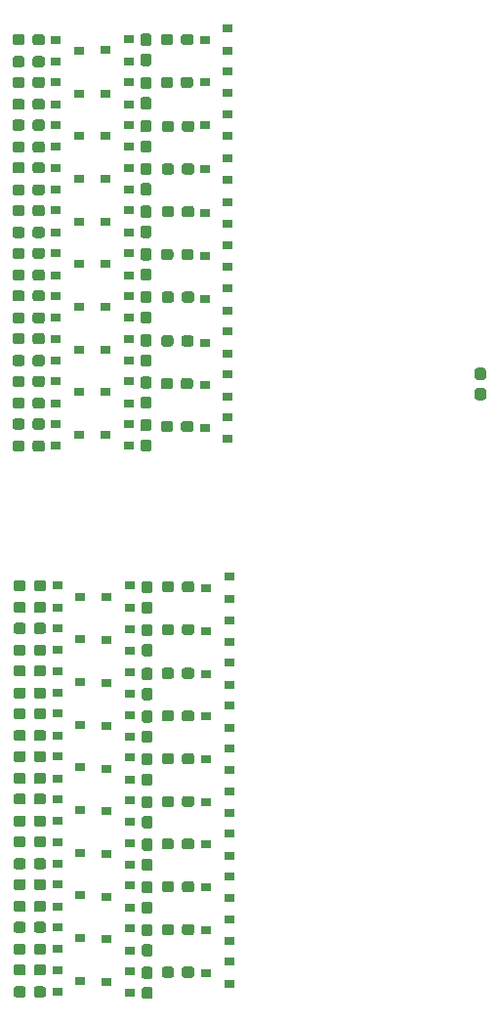
<source format=gbp>
G04 #@! TF.GenerationSoftware,KiCad,Pcbnew,(5.1.5)-3*
G04 #@! TF.CreationDate,2020-02-11T12:56:00-08:00*
G04 #@! TF.ProjectId,siplace_feeder_controller_adapter,7369706c-6163-4655-9f66-65656465725f,rev?*
G04 #@! TF.SameCoordinates,Original*
G04 #@! TF.FileFunction,Paste,Bot*
G04 #@! TF.FilePolarity,Positive*
%FSLAX46Y46*%
G04 Gerber Fmt 4.6, Leading zero omitted, Abs format (unit mm)*
G04 Created by KiCad (PCBNEW (5.1.5)-3) date 2020-02-11 12:56:00*
%MOMM*%
%LPD*%
G04 APERTURE LIST*
%ADD10C,0.100000*%
%ADD11R,0.900000X0.800000*%
G04 APERTURE END LIST*
D10*
G36*
X68660779Y-140126144D02*
G01*
X68683834Y-140129563D01*
X68706443Y-140135227D01*
X68728387Y-140143079D01*
X68749457Y-140153044D01*
X68769448Y-140165026D01*
X68788168Y-140178910D01*
X68805438Y-140194562D01*
X68821090Y-140211832D01*
X68834974Y-140230552D01*
X68846956Y-140250543D01*
X68856921Y-140271613D01*
X68864773Y-140293557D01*
X68870437Y-140316166D01*
X68873856Y-140339221D01*
X68875000Y-140362500D01*
X68875000Y-140837500D01*
X68873856Y-140860779D01*
X68870437Y-140883834D01*
X68864773Y-140906443D01*
X68856921Y-140928387D01*
X68846956Y-140949457D01*
X68834974Y-140969448D01*
X68821090Y-140988168D01*
X68805438Y-141005438D01*
X68788168Y-141021090D01*
X68769448Y-141034974D01*
X68749457Y-141046956D01*
X68728387Y-141056921D01*
X68706443Y-141064773D01*
X68683834Y-141070437D01*
X68660779Y-141073856D01*
X68637500Y-141075000D01*
X68062500Y-141075000D01*
X68039221Y-141073856D01*
X68016166Y-141070437D01*
X67993557Y-141064773D01*
X67971613Y-141056921D01*
X67950543Y-141046956D01*
X67930552Y-141034974D01*
X67911832Y-141021090D01*
X67894562Y-141005438D01*
X67878910Y-140988168D01*
X67865026Y-140969448D01*
X67853044Y-140949457D01*
X67843079Y-140928387D01*
X67835227Y-140906443D01*
X67829563Y-140883834D01*
X67826144Y-140860779D01*
X67825000Y-140837500D01*
X67825000Y-140362500D01*
X67826144Y-140339221D01*
X67829563Y-140316166D01*
X67835227Y-140293557D01*
X67843079Y-140271613D01*
X67853044Y-140250543D01*
X67865026Y-140230552D01*
X67878910Y-140211832D01*
X67894562Y-140194562D01*
X67911832Y-140178910D01*
X67930552Y-140165026D01*
X67950543Y-140153044D01*
X67971613Y-140143079D01*
X67993557Y-140135227D01*
X68016166Y-140129563D01*
X68039221Y-140126144D01*
X68062500Y-140125000D01*
X68637500Y-140125000D01*
X68660779Y-140126144D01*
G37*
G36*
X70410779Y-140126144D02*
G01*
X70433834Y-140129563D01*
X70456443Y-140135227D01*
X70478387Y-140143079D01*
X70499457Y-140153044D01*
X70519448Y-140165026D01*
X70538168Y-140178910D01*
X70555438Y-140194562D01*
X70571090Y-140211832D01*
X70584974Y-140230552D01*
X70596956Y-140250543D01*
X70606921Y-140271613D01*
X70614773Y-140293557D01*
X70620437Y-140316166D01*
X70623856Y-140339221D01*
X70625000Y-140362500D01*
X70625000Y-140837500D01*
X70623856Y-140860779D01*
X70620437Y-140883834D01*
X70614773Y-140906443D01*
X70606921Y-140928387D01*
X70596956Y-140949457D01*
X70584974Y-140969448D01*
X70571090Y-140988168D01*
X70555438Y-141005438D01*
X70538168Y-141021090D01*
X70519448Y-141034974D01*
X70499457Y-141046956D01*
X70478387Y-141056921D01*
X70456443Y-141064773D01*
X70433834Y-141070437D01*
X70410779Y-141073856D01*
X70387500Y-141075000D01*
X69812500Y-141075000D01*
X69789221Y-141073856D01*
X69766166Y-141070437D01*
X69743557Y-141064773D01*
X69721613Y-141056921D01*
X69700543Y-141046956D01*
X69680552Y-141034974D01*
X69661832Y-141021090D01*
X69644562Y-141005438D01*
X69628910Y-140988168D01*
X69615026Y-140969448D01*
X69603044Y-140949457D01*
X69593079Y-140928387D01*
X69585227Y-140906443D01*
X69579563Y-140883834D01*
X69576144Y-140860779D01*
X69575000Y-140837500D01*
X69575000Y-140362500D01*
X69576144Y-140339221D01*
X69579563Y-140316166D01*
X69585227Y-140293557D01*
X69593079Y-140271613D01*
X69603044Y-140250543D01*
X69615026Y-140230552D01*
X69628910Y-140211832D01*
X69644562Y-140194562D01*
X69661832Y-140178910D01*
X69680552Y-140165026D01*
X69700543Y-140153044D01*
X69721613Y-140143079D01*
X69743557Y-140135227D01*
X69766166Y-140129563D01*
X69789221Y-140126144D01*
X69812500Y-140125000D01*
X70387500Y-140125000D01*
X70410779Y-140126144D01*
G37*
G36*
X79660779Y-138426144D02*
G01*
X79683834Y-138429563D01*
X79706443Y-138435227D01*
X79728387Y-138443079D01*
X79749457Y-138453044D01*
X79769448Y-138465026D01*
X79788168Y-138478910D01*
X79805438Y-138494562D01*
X79821090Y-138511832D01*
X79834974Y-138530552D01*
X79846956Y-138550543D01*
X79856921Y-138571613D01*
X79864773Y-138593557D01*
X79870437Y-138616166D01*
X79873856Y-138639221D01*
X79875000Y-138662500D01*
X79875000Y-139237500D01*
X79873856Y-139260779D01*
X79870437Y-139283834D01*
X79864773Y-139306443D01*
X79856921Y-139328387D01*
X79846956Y-139349457D01*
X79834974Y-139369448D01*
X79821090Y-139388168D01*
X79805438Y-139405438D01*
X79788168Y-139421090D01*
X79769448Y-139434974D01*
X79749457Y-139446956D01*
X79728387Y-139456921D01*
X79706443Y-139464773D01*
X79683834Y-139470437D01*
X79660779Y-139473856D01*
X79637500Y-139475000D01*
X79162500Y-139475000D01*
X79139221Y-139473856D01*
X79116166Y-139470437D01*
X79093557Y-139464773D01*
X79071613Y-139456921D01*
X79050543Y-139446956D01*
X79030552Y-139434974D01*
X79011832Y-139421090D01*
X78994562Y-139405438D01*
X78978910Y-139388168D01*
X78965026Y-139369448D01*
X78953044Y-139349457D01*
X78943079Y-139328387D01*
X78935227Y-139306443D01*
X78929563Y-139283834D01*
X78926144Y-139260779D01*
X78925000Y-139237500D01*
X78925000Y-138662500D01*
X78926144Y-138639221D01*
X78929563Y-138616166D01*
X78935227Y-138593557D01*
X78943079Y-138571613D01*
X78953044Y-138550543D01*
X78965026Y-138530552D01*
X78978910Y-138511832D01*
X78994562Y-138494562D01*
X79011832Y-138478910D01*
X79030552Y-138465026D01*
X79050543Y-138453044D01*
X79071613Y-138443079D01*
X79093557Y-138435227D01*
X79116166Y-138429563D01*
X79139221Y-138426144D01*
X79162500Y-138425000D01*
X79637500Y-138425000D01*
X79660779Y-138426144D01*
G37*
G36*
X79660779Y-140176144D02*
G01*
X79683834Y-140179563D01*
X79706443Y-140185227D01*
X79728387Y-140193079D01*
X79749457Y-140203044D01*
X79769448Y-140215026D01*
X79788168Y-140228910D01*
X79805438Y-140244562D01*
X79821090Y-140261832D01*
X79834974Y-140280552D01*
X79846956Y-140300543D01*
X79856921Y-140321613D01*
X79864773Y-140343557D01*
X79870437Y-140366166D01*
X79873856Y-140389221D01*
X79875000Y-140412500D01*
X79875000Y-140987500D01*
X79873856Y-141010779D01*
X79870437Y-141033834D01*
X79864773Y-141056443D01*
X79856921Y-141078387D01*
X79846956Y-141099457D01*
X79834974Y-141119448D01*
X79821090Y-141138168D01*
X79805438Y-141155438D01*
X79788168Y-141171090D01*
X79769448Y-141184974D01*
X79749457Y-141196956D01*
X79728387Y-141206921D01*
X79706443Y-141214773D01*
X79683834Y-141220437D01*
X79660779Y-141223856D01*
X79637500Y-141225000D01*
X79162500Y-141225000D01*
X79139221Y-141223856D01*
X79116166Y-141220437D01*
X79093557Y-141214773D01*
X79071613Y-141206921D01*
X79050543Y-141196956D01*
X79030552Y-141184974D01*
X79011832Y-141171090D01*
X78994562Y-141155438D01*
X78978910Y-141138168D01*
X78965026Y-141119448D01*
X78953044Y-141099457D01*
X78943079Y-141078387D01*
X78935227Y-141056443D01*
X78929563Y-141033834D01*
X78926144Y-141010779D01*
X78925000Y-140987500D01*
X78925000Y-140412500D01*
X78926144Y-140389221D01*
X78929563Y-140366166D01*
X78935227Y-140343557D01*
X78943079Y-140321613D01*
X78953044Y-140300543D01*
X78965026Y-140280552D01*
X78978910Y-140261832D01*
X78994562Y-140244562D01*
X79011832Y-140228910D01*
X79030552Y-140215026D01*
X79050543Y-140203044D01*
X79071613Y-140193079D01*
X79093557Y-140185227D01*
X79116166Y-140179563D01*
X79139221Y-140176144D01*
X79162500Y-140175000D01*
X79637500Y-140175000D01*
X79660779Y-140176144D01*
G37*
G36*
X79660779Y-131026144D02*
G01*
X79683834Y-131029563D01*
X79706443Y-131035227D01*
X79728387Y-131043079D01*
X79749457Y-131053044D01*
X79769448Y-131065026D01*
X79788168Y-131078910D01*
X79805438Y-131094562D01*
X79821090Y-131111832D01*
X79834974Y-131130552D01*
X79846956Y-131150543D01*
X79856921Y-131171613D01*
X79864773Y-131193557D01*
X79870437Y-131216166D01*
X79873856Y-131239221D01*
X79875000Y-131262500D01*
X79875000Y-131837500D01*
X79873856Y-131860779D01*
X79870437Y-131883834D01*
X79864773Y-131906443D01*
X79856921Y-131928387D01*
X79846956Y-131949457D01*
X79834974Y-131969448D01*
X79821090Y-131988168D01*
X79805438Y-132005438D01*
X79788168Y-132021090D01*
X79769448Y-132034974D01*
X79749457Y-132046956D01*
X79728387Y-132056921D01*
X79706443Y-132064773D01*
X79683834Y-132070437D01*
X79660779Y-132073856D01*
X79637500Y-132075000D01*
X79162500Y-132075000D01*
X79139221Y-132073856D01*
X79116166Y-132070437D01*
X79093557Y-132064773D01*
X79071613Y-132056921D01*
X79050543Y-132046956D01*
X79030552Y-132034974D01*
X79011832Y-132021090D01*
X78994562Y-132005438D01*
X78978910Y-131988168D01*
X78965026Y-131969448D01*
X78953044Y-131949457D01*
X78943079Y-131928387D01*
X78935227Y-131906443D01*
X78929563Y-131883834D01*
X78926144Y-131860779D01*
X78925000Y-131837500D01*
X78925000Y-131262500D01*
X78926144Y-131239221D01*
X78929563Y-131216166D01*
X78935227Y-131193557D01*
X78943079Y-131171613D01*
X78953044Y-131150543D01*
X78965026Y-131130552D01*
X78978910Y-131111832D01*
X78994562Y-131094562D01*
X79011832Y-131078910D01*
X79030552Y-131065026D01*
X79050543Y-131053044D01*
X79071613Y-131043079D01*
X79093557Y-131035227D01*
X79116166Y-131029563D01*
X79139221Y-131026144D01*
X79162500Y-131025000D01*
X79637500Y-131025000D01*
X79660779Y-131026144D01*
G37*
G36*
X79660779Y-132776144D02*
G01*
X79683834Y-132779563D01*
X79706443Y-132785227D01*
X79728387Y-132793079D01*
X79749457Y-132803044D01*
X79769448Y-132815026D01*
X79788168Y-132828910D01*
X79805438Y-132844562D01*
X79821090Y-132861832D01*
X79834974Y-132880552D01*
X79846956Y-132900543D01*
X79856921Y-132921613D01*
X79864773Y-132943557D01*
X79870437Y-132966166D01*
X79873856Y-132989221D01*
X79875000Y-133012500D01*
X79875000Y-133587500D01*
X79873856Y-133610779D01*
X79870437Y-133633834D01*
X79864773Y-133656443D01*
X79856921Y-133678387D01*
X79846956Y-133699457D01*
X79834974Y-133719448D01*
X79821090Y-133738168D01*
X79805438Y-133755438D01*
X79788168Y-133771090D01*
X79769448Y-133784974D01*
X79749457Y-133796956D01*
X79728387Y-133806921D01*
X79706443Y-133814773D01*
X79683834Y-133820437D01*
X79660779Y-133823856D01*
X79637500Y-133825000D01*
X79162500Y-133825000D01*
X79139221Y-133823856D01*
X79116166Y-133820437D01*
X79093557Y-133814773D01*
X79071613Y-133806921D01*
X79050543Y-133796956D01*
X79030552Y-133784974D01*
X79011832Y-133771090D01*
X78994562Y-133755438D01*
X78978910Y-133738168D01*
X78965026Y-133719448D01*
X78953044Y-133699457D01*
X78943079Y-133678387D01*
X78935227Y-133656443D01*
X78929563Y-133633834D01*
X78926144Y-133610779D01*
X78925000Y-133587500D01*
X78925000Y-133012500D01*
X78926144Y-132989221D01*
X78929563Y-132966166D01*
X78935227Y-132943557D01*
X78943079Y-132921613D01*
X78953044Y-132900543D01*
X78965026Y-132880552D01*
X78978910Y-132861832D01*
X78994562Y-132844562D01*
X79011832Y-132828910D01*
X79030552Y-132815026D01*
X79050543Y-132803044D01*
X79071613Y-132793079D01*
X79093557Y-132785227D01*
X79116166Y-132779563D01*
X79139221Y-132776144D01*
X79162500Y-132775000D01*
X79637500Y-132775000D01*
X79660779Y-132776144D01*
G37*
G36*
X79660779Y-123626144D02*
G01*
X79683834Y-123629563D01*
X79706443Y-123635227D01*
X79728387Y-123643079D01*
X79749457Y-123653044D01*
X79769448Y-123665026D01*
X79788168Y-123678910D01*
X79805438Y-123694562D01*
X79821090Y-123711832D01*
X79834974Y-123730552D01*
X79846956Y-123750543D01*
X79856921Y-123771613D01*
X79864773Y-123793557D01*
X79870437Y-123816166D01*
X79873856Y-123839221D01*
X79875000Y-123862500D01*
X79875000Y-124437500D01*
X79873856Y-124460779D01*
X79870437Y-124483834D01*
X79864773Y-124506443D01*
X79856921Y-124528387D01*
X79846956Y-124549457D01*
X79834974Y-124569448D01*
X79821090Y-124588168D01*
X79805438Y-124605438D01*
X79788168Y-124621090D01*
X79769448Y-124634974D01*
X79749457Y-124646956D01*
X79728387Y-124656921D01*
X79706443Y-124664773D01*
X79683834Y-124670437D01*
X79660779Y-124673856D01*
X79637500Y-124675000D01*
X79162500Y-124675000D01*
X79139221Y-124673856D01*
X79116166Y-124670437D01*
X79093557Y-124664773D01*
X79071613Y-124656921D01*
X79050543Y-124646956D01*
X79030552Y-124634974D01*
X79011832Y-124621090D01*
X78994562Y-124605438D01*
X78978910Y-124588168D01*
X78965026Y-124569448D01*
X78953044Y-124549457D01*
X78943079Y-124528387D01*
X78935227Y-124506443D01*
X78929563Y-124483834D01*
X78926144Y-124460779D01*
X78925000Y-124437500D01*
X78925000Y-123862500D01*
X78926144Y-123839221D01*
X78929563Y-123816166D01*
X78935227Y-123793557D01*
X78943079Y-123771613D01*
X78953044Y-123750543D01*
X78965026Y-123730552D01*
X78978910Y-123711832D01*
X78994562Y-123694562D01*
X79011832Y-123678910D01*
X79030552Y-123665026D01*
X79050543Y-123653044D01*
X79071613Y-123643079D01*
X79093557Y-123635227D01*
X79116166Y-123629563D01*
X79139221Y-123626144D01*
X79162500Y-123625000D01*
X79637500Y-123625000D01*
X79660779Y-123626144D01*
G37*
G36*
X79660779Y-125376144D02*
G01*
X79683834Y-125379563D01*
X79706443Y-125385227D01*
X79728387Y-125393079D01*
X79749457Y-125403044D01*
X79769448Y-125415026D01*
X79788168Y-125428910D01*
X79805438Y-125444562D01*
X79821090Y-125461832D01*
X79834974Y-125480552D01*
X79846956Y-125500543D01*
X79856921Y-125521613D01*
X79864773Y-125543557D01*
X79870437Y-125566166D01*
X79873856Y-125589221D01*
X79875000Y-125612500D01*
X79875000Y-126187500D01*
X79873856Y-126210779D01*
X79870437Y-126233834D01*
X79864773Y-126256443D01*
X79856921Y-126278387D01*
X79846956Y-126299457D01*
X79834974Y-126319448D01*
X79821090Y-126338168D01*
X79805438Y-126355438D01*
X79788168Y-126371090D01*
X79769448Y-126384974D01*
X79749457Y-126396956D01*
X79728387Y-126406921D01*
X79706443Y-126414773D01*
X79683834Y-126420437D01*
X79660779Y-126423856D01*
X79637500Y-126425000D01*
X79162500Y-126425000D01*
X79139221Y-126423856D01*
X79116166Y-126420437D01*
X79093557Y-126414773D01*
X79071613Y-126406921D01*
X79050543Y-126396956D01*
X79030552Y-126384974D01*
X79011832Y-126371090D01*
X78994562Y-126355438D01*
X78978910Y-126338168D01*
X78965026Y-126319448D01*
X78953044Y-126299457D01*
X78943079Y-126278387D01*
X78935227Y-126256443D01*
X78929563Y-126233834D01*
X78926144Y-126210779D01*
X78925000Y-126187500D01*
X78925000Y-125612500D01*
X78926144Y-125589221D01*
X78929563Y-125566166D01*
X78935227Y-125543557D01*
X78943079Y-125521613D01*
X78953044Y-125500543D01*
X78965026Y-125480552D01*
X78978910Y-125461832D01*
X78994562Y-125444562D01*
X79011832Y-125428910D01*
X79030552Y-125415026D01*
X79050543Y-125403044D01*
X79071613Y-125393079D01*
X79093557Y-125385227D01*
X79116166Y-125379563D01*
X79139221Y-125376144D01*
X79162500Y-125375000D01*
X79637500Y-125375000D01*
X79660779Y-125376144D01*
G37*
G36*
X79660779Y-116226144D02*
G01*
X79683834Y-116229563D01*
X79706443Y-116235227D01*
X79728387Y-116243079D01*
X79749457Y-116253044D01*
X79769448Y-116265026D01*
X79788168Y-116278910D01*
X79805438Y-116294562D01*
X79821090Y-116311832D01*
X79834974Y-116330552D01*
X79846956Y-116350543D01*
X79856921Y-116371613D01*
X79864773Y-116393557D01*
X79870437Y-116416166D01*
X79873856Y-116439221D01*
X79875000Y-116462500D01*
X79875000Y-117037500D01*
X79873856Y-117060779D01*
X79870437Y-117083834D01*
X79864773Y-117106443D01*
X79856921Y-117128387D01*
X79846956Y-117149457D01*
X79834974Y-117169448D01*
X79821090Y-117188168D01*
X79805438Y-117205438D01*
X79788168Y-117221090D01*
X79769448Y-117234974D01*
X79749457Y-117246956D01*
X79728387Y-117256921D01*
X79706443Y-117264773D01*
X79683834Y-117270437D01*
X79660779Y-117273856D01*
X79637500Y-117275000D01*
X79162500Y-117275000D01*
X79139221Y-117273856D01*
X79116166Y-117270437D01*
X79093557Y-117264773D01*
X79071613Y-117256921D01*
X79050543Y-117246956D01*
X79030552Y-117234974D01*
X79011832Y-117221090D01*
X78994562Y-117205438D01*
X78978910Y-117188168D01*
X78965026Y-117169448D01*
X78953044Y-117149457D01*
X78943079Y-117128387D01*
X78935227Y-117106443D01*
X78929563Y-117083834D01*
X78926144Y-117060779D01*
X78925000Y-117037500D01*
X78925000Y-116462500D01*
X78926144Y-116439221D01*
X78929563Y-116416166D01*
X78935227Y-116393557D01*
X78943079Y-116371613D01*
X78953044Y-116350543D01*
X78965026Y-116330552D01*
X78978910Y-116311832D01*
X78994562Y-116294562D01*
X79011832Y-116278910D01*
X79030552Y-116265026D01*
X79050543Y-116253044D01*
X79071613Y-116243079D01*
X79093557Y-116235227D01*
X79116166Y-116229563D01*
X79139221Y-116226144D01*
X79162500Y-116225000D01*
X79637500Y-116225000D01*
X79660779Y-116226144D01*
G37*
G36*
X79660779Y-117976144D02*
G01*
X79683834Y-117979563D01*
X79706443Y-117985227D01*
X79728387Y-117993079D01*
X79749457Y-118003044D01*
X79769448Y-118015026D01*
X79788168Y-118028910D01*
X79805438Y-118044562D01*
X79821090Y-118061832D01*
X79834974Y-118080552D01*
X79846956Y-118100543D01*
X79856921Y-118121613D01*
X79864773Y-118143557D01*
X79870437Y-118166166D01*
X79873856Y-118189221D01*
X79875000Y-118212500D01*
X79875000Y-118787500D01*
X79873856Y-118810779D01*
X79870437Y-118833834D01*
X79864773Y-118856443D01*
X79856921Y-118878387D01*
X79846956Y-118899457D01*
X79834974Y-118919448D01*
X79821090Y-118938168D01*
X79805438Y-118955438D01*
X79788168Y-118971090D01*
X79769448Y-118984974D01*
X79749457Y-118996956D01*
X79728387Y-119006921D01*
X79706443Y-119014773D01*
X79683834Y-119020437D01*
X79660779Y-119023856D01*
X79637500Y-119025000D01*
X79162500Y-119025000D01*
X79139221Y-119023856D01*
X79116166Y-119020437D01*
X79093557Y-119014773D01*
X79071613Y-119006921D01*
X79050543Y-118996956D01*
X79030552Y-118984974D01*
X79011832Y-118971090D01*
X78994562Y-118955438D01*
X78978910Y-118938168D01*
X78965026Y-118919448D01*
X78953044Y-118899457D01*
X78943079Y-118878387D01*
X78935227Y-118856443D01*
X78929563Y-118833834D01*
X78926144Y-118810779D01*
X78925000Y-118787500D01*
X78925000Y-118212500D01*
X78926144Y-118189221D01*
X78929563Y-118166166D01*
X78935227Y-118143557D01*
X78943079Y-118121613D01*
X78953044Y-118100543D01*
X78965026Y-118080552D01*
X78978910Y-118061832D01*
X78994562Y-118044562D01*
X79011832Y-118028910D01*
X79030552Y-118015026D01*
X79050543Y-118003044D01*
X79071613Y-117993079D01*
X79093557Y-117985227D01*
X79116166Y-117979563D01*
X79139221Y-117976144D01*
X79162500Y-117975000D01*
X79637500Y-117975000D01*
X79660779Y-117976144D01*
G37*
G36*
X79660779Y-108726144D02*
G01*
X79683834Y-108729563D01*
X79706443Y-108735227D01*
X79728387Y-108743079D01*
X79749457Y-108753044D01*
X79769448Y-108765026D01*
X79788168Y-108778910D01*
X79805438Y-108794562D01*
X79821090Y-108811832D01*
X79834974Y-108830552D01*
X79846956Y-108850543D01*
X79856921Y-108871613D01*
X79864773Y-108893557D01*
X79870437Y-108916166D01*
X79873856Y-108939221D01*
X79875000Y-108962500D01*
X79875000Y-109537500D01*
X79873856Y-109560779D01*
X79870437Y-109583834D01*
X79864773Y-109606443D01*
X79856921Y-109628387D01*
X79846956Y-109649457D01*
X79834974Y-109669448D01*
X79821090Y-109688168D01*
X79805438Y-109705438D01*
X79788168Y-109721090D01*
X79769448Y-109734974D01*
X79749457Y-109746956D01*
X79728387Y-109756921D01*
X79706443Y-109764773D01*
X79683834Y-109770437D01*
X79660779Y-109773856D01*
X79637500Y-109775000D01*
X79162500Y-109775000D01*
X79139221Y-109773856D01*
X79116166Y-109770437D01*
X79093557Y-109764773D01*
X79071613Y-109756921D01*
X79050543Y-109746956D01*
X79030552Y-109734974D01*
X79011832Y-109721090D01*
X78994562Y-109705438D01*
X78978910Y-109688168D01*
X78965026Y-109669448D01*
X78953044Y-109649457D01*
X78943079Y-109628387D01*
X78935227Y-109606443D01*
X78929563Y-109583834D01*
X78926144Y-109560779D01*
X78925000Y-109537500D01*
X78925000Y-108962500D01*
X78926144Y-108939221D01*
X78929563Y-108916166D01*
X78935227Y-108893557D01*
X78943079Y-108871613D01*
X78953044Y-108850543D01*
X78965026Y-108830552D01*
X78978910Y-108811832D01*
X78994562Y-108794562D01*
X79011832Y-108778910D01*
X79030552Y-108765026D01*
X79050543Y-108753044D01*
X79071613Y-108743079D01*
X79093557Y-108735227D01*
X79116166Y-108729563D01*
X79139221Y-108726144D01*
X79162500Y-108725000D01*
X79637500Y-108725000D01*
X79660779Y-108726144D01*
G37*
G36*
X79660779Y-110476144D02*
G01*
X79683834Y-110479563D01*
X79706443Y-110485227D01*
X79728387Y-110493079D01*
X79749457Y-110503044D01*
X79769448Y-110515026D01*
X79788168Y-110528910D01*
X79805438Y-110544562D01*
X79821090Y-110561832D01*
X79834974Y-110580552D01*
X79846956Y-110600543D01*
X79856921Y-110621613D01*
X79864773Y-110643557D01*
X79870437Y-110666166D01*
X79873856Y-110689221D01*
X79875000Y-110712500D01*
X79875000Y-111287500D01*
X79873856Y-111310779D01*
X79870437Y-111333834D01*
X79864773Y-111356443D01*
X79856921Y-111378387D01*
X79846956Y-111399457D01*
X79834974Y-111419448D01*
X79821090Y-111438168D01*
X79805438Y-111455438D01*
X79788168Y-111471090D01*
X79769448Y-111484974D01*
X79749457Y-111496956D01*
X79728387Y-111506921D01*
X79706443Y-111514773D01*
X79683834Y-111520437D01*
X79660779Y-111523856D01*
X79637500Y-111525000D01*
X79162500Y-111525000D01*
X79139221Y-111523856D01*
X79116166Y-111520437D01*
X79093557Y-111514773D01*
X79071613Y-111506921D01*
X79050543Y-111496956D01*
X79030552Y-111484974D01*
X79011832Y-111471090D01*
X78994562Y-111455438D01*
X78978910Y-111438168D01*
X78965026Y-111419448D01*
X78953044Y-111399457D01*
X78943079Y-111378387D01*
X78935227Y-111356443D01*
X78929563Y-111333834D01*
X78926144Y-111310779D01*
X78925000Y-111287500D01*
X78925000Y-110712500D01*
X78926144Y-110689221D01*
X78929563Y-110666166D01*
X78935227Y-110643557D01*
X78943079Y-110621613D01*
X78953044Y-110600543D01*
X78965026Y-110580552D01*
X78978910Y-110561832D01*
X78994562Y-110544562D01*
X79011832Y-110528910D01*
X79030552Y-110515026D01*
X79050543Y-110503044D01*
X79071613Y-110493079D01*
X79093557Y-110485227D01*
X79116166Y-110479563D01*
X79139221Y-110476144D01*
X79162500Y-110475000D01*
X79637500Y-110475000D01*
X79660779Y-110476144D01*
G37*
G36*
X79560779Y-90976144D02*
G01*
X79583834Y-90979563D01*
X79606443Y-90985227D01*
X79628387Y-90993079D01*
X79649457Y-91003044D01*
X79669448Y-91015026D01*
X79688168Y-91028910D01*
X79705438Y-91044562D01*
X79721090Y-91061832D01*
X79734974Y-91080552D01*
X79746956Y-91100543D01*
X79756921Y-91121613D01*
X79764773Y-91143557D01*
X79770437Y-91166166D01*
X79773856Y-91189221D01*
X79775000Y-91212500D01*
X79775000Y-91787500D01*
X79773856Y-91810779D01*
X79770437Y-91833834D01*
X79764773Y-91856443D01*
X79756921Y-91878387D01*
X79746956Y-91899457D01*
X79734974Y-91919448D01*
X79721090Y-91938168D01*
X79705438Y-91955438D01*
X79688168Y-91971090D01*
X79669448Y-91984974D01*
X79649457Y-91996956D01*
X79628387Y-92006921D01*
X79606443Y-92014773D01*
X79583834Y-92020437D01*
X79560779Y-92023856D01*
X79537500Y-92025000D01*
X79062500Y-92025000D01*
X79039221Y-92023856D01*
X79016166Y-92020437D01*
X78993557Y-92014773D01*
X78971613Y-92006921D01*
X78950543Y-91996956D01*
X78930552Y-91984974D01*
X78911832Y-91971090D01*
X78894562Y-91955438D01*
X78878910Y-91938168D01*
X78865026Y-91919448D01*
X78853044Y-91899457D01*
X78843079Y-91878387D01*
X78835227Y-91856443D01*
X78829563Y-91833834D01*
X78826144Y-91810779D01*
X78825000Y-91787500D01*
X78825000Y-91212500D01*
X78826144Y-91189221D01*
X78829563Y-91166166D01*
X78835227Y-91143557D01*
X78843079Y-91121613D01*
X78853044Y-91100543D01*
X78865026Y-91080552D01*
X78878910Y-91061832D01*
X78894562Y-91044562D01*
X78911832Y-91028910D01*
X78930552Y-91015026D01*
X78950543Y-91003044D01*
X78971613Y-90993079D01*
X78993557Y-90985227D01*
X79016166Y-90979563D01*
X79039221Y-90976144D01*
X79062500Y-90975000D01*
X79537500Y-90975000D01*
X79560779Y-90976144D01*
G37*
G36*
X79560779Y-92726144D02*
G01*
X79583834Y-92729563D01*
X79606443Y-92735227D01*
X79628387Y-92743079D01*
X79649457Y-92753044D01*
X79669448Y-92765026D01*
X79688168Y-92778910D01*
X79705438Y-92794562D01*
X79721090Y-92811832D01*
X79734974Y-92830552D01*
X79746956Y-92850543D01*
X79756921Y-92871613D01*
X79764773Y-92893557D01*
X79770437Y-92916166D01*
X79773856Y-92939221D01*
X79775000Y-92962500D01*
X79775000Y-93537500D01*
X79773856Y-93560779D01*
X79770437Y-93583834D01*
X79764773Y-93606443D01*
X79756921Y-93628387D01*
X79746956Y-93649457D01*
X79734974Y-93669448D01*
X79721090Y-93688168D01*
X79705438Y-93705438D01*
X79688168Y-93721090D01*
X79669448Y-93734974D01*
X79649457Y-93746956D01*
X79628387Y-93756921D01*
X79606443Y-93764773D01*
X79583834Y-93770437D01*
X79560779Y-93773856D01*
X79537500Y-93775000D01*
X79062500Y-93775000D01*
X79039221Y-93773856D01*
X79016166Y-93770437D01*
X78993557Y-93764773D01*
X78971613Y-93756921D01*
X78950543Y-93746956D01*
X78930552Y-93734974D01*
X78911832Y-93721090D01*
X78894562Y-93705438D01*
X78878910Y-93688168D01*
X78865026Y-93669448D01*
X78853044Y-93649457D01*
X78843079Y-93628387D01*
X78835227Y-93606443D01*
X78829563Y-93583834D01*
X78826144Y-93560779D01*
X78825000Y-93537500D01*
X78825000Y-92962500D01*
X78826144Y-92939221D01*
X78829563Y-92916166D01*
X78835227Y-92893557D01*
X78843079Y-92871613D01*
X78853044Y-92850543D01*
X78865026Y-92830552D01*
X78878910Y-92811832D01*
X78894562Y-92794562D01*
X78911832Y-92778910D01*
X78930552Y-92765026D01*
X78950543Y-92753044D01*
X78971613Y-92743079D01*
X78993557Y-92735227D01*
X79016166Y-92729563D01*
X79039221Y-92726144D01*
X79062500Y-92725000D01*
X79537500Y-92725000D01*
X79560779Y-92726144D01*
G37*
G36*
X79560779Y-83626144D02*
G01*
X79583834Y-83629563D01*
X79606443Y-83635227D01*
X79628387Y-83643079D01*
X79649457Y-83653044D01*
X79669448Y-83665026D01*
X79688168Y-83678910D01*
X79705438Y-83694562D01*
X79721090Y-83711832D01*
X79734974Y-83730552D01*
X79746956Y-83750543D01*
X79756921Y-83771613D01*
X79764773Y-83793557D01*
X79770437Y-83816166D01*
X79773856Y-83839221D01*
X79775000Y-83862500D01*
X79775000Y-84437500D01*
X79773856Y-84460779D01*
X79770437Y-84483834D01*
X79764773Y-84506443D01*
X79756921Y-84528387D01*
X79746956Y-84549457D01*
X79734974Y-84569448D01*
X79721090Y-84588168D01*
X79705438Y-84605438D01*
X79688168Y-84621090D01*
X79669448Y-84634974D01*
X79649457Y-84646956D01*
X79628387Y-84656921D01*
X79606443Y-84664773D01*
X79583834Y-84670437D01*
X79560779Y-84673856D01*
X79537500Y-84675000D01*
X79062500Y-84675000D01*
X79039221Y-84673856D01*
X79016166Y-84670437D01*
X78993557Y-84664773D01*
X78971613Y-84656921D01*
X78950543Y-84646956D01*
X78930552Y-84634974D01*
X78911832Y-84621090D01*
X78894562Y-84605438D01*
X78878910Y-84588168D01*
X78865026Y-84569448D01*
X78853044Y-84549457D01*
X78843079Y-84528387D01*
X78835227Y-84506443D01*
X78829563Y-84483834D01*
X78826144Y-84460779D01*
X78825000Y-84437500D01*
X78825000Y-83862500D01*
X78826144Y-83839221D01*
X78829563Y-83816166D01*
X78835227Y-83793557D01*
X78843079Y-83771613D01*
X78853044Y-83750543D01*
X78865026Y-83730552D01*
X78878910Y-83711832D01*
X78894562Y-83694562D01*
X78911832Y-83678910D01*
X78930552Y-83665026D01*
X78950543Y-83653044D01*
X78971613Y-83643079D01*
X78993557Y-83635227D01*
X79016166Y-83629563D01*
X79039221Y-83626144D01*
X79062500Y-83625000D01*
X79537500Y-83625000D01*
X79560779Y-83626144D01*
G37*
G36*
X79560779Y-85376144D02*
G01*
X79583834Y-85379563D01*
X79606443Y-85385227D01*
X79628387Y-85393079D01*
X79649457Y-85403044D01*
X79669448Y-85415026D01*
X79688168Y-85428910D01*
X79705438Y-85444562D01*
X79721090Y-85461832D01*
X79734974Y-85480552D01*
X79746956Y-85500543D01*
X79756921Y-85521613D01*
X79764773Y-85543557D01*
X79770437Y-85566166D01*
X79773856Y-85589221D01*
X79775000Y-85612500D01*
X79775000Y-86187500D01*
X79773856Y-86210779D01*
X79770437Y-86233834D01*
X79764773Y-86256443D01*
X79756921Y-86278387D01*
X79746956Y-86299457D01*
X79734974Y-86319448D01*
X79721090Y-86338168D01*
X79705438Y-86355438D01*
X79688168Y-86371090D01*
X79669448Y-86384974D01*
X79649457Y-86396956D01*
X79628387Y-86406921D01*
X79606443Y-86414773D01*
X79583834Y-86420437D01*
X79560779Y-86423856D01*
X79537500Y-86425000D01*
X79062500Y-86425000D01*
X79039221Y-86423856D01*
X79016166Y-86420437D01*
X78993557Y-86414773D01*
X78971613Y-86406921D01*
X78950543Y-86396956D01*
X78930552Y-86384974D01*
X78911832Y-86371090D01*
X78894562Y-86355438D01*
X78878910Y-86338168D01*
X78865026Y-86319448D01*
X78853044Y-86299457D01*
X78843079Y-86278387D01*
X78835227Y-86256443D01*
X78829563Y-86233834D01*
X78826144Y-86210779D01*
X78825000Y-86187500D01*
X78825000Y-85612500D01*
X78826144Y-85589221D01*
X78829563Y-85566166D01*
X78835227Y-85543557D01*
X78843079Y-85521613D01*
X78853044Y-85500543D01*
X78865026Y-85480552D01*
X78878910Y-85461832D01*
X78894562Y-85444562D01*
X78911832Y-85428910D01*
X78930552Y-85415026D01*
X78950543Y-85403044D01*
X78971613Y-85393079D01*
X78993557Y-85385227D01*
X79016166Y-85379563D01*
X79039221Y-85376144D01*
X79062500Y-85375000D01*
X79537500Y-85375000D01*
X79560779Y-85376144D01*
G37*
G36*
X79560779Y-76176144D02*
G01*
X79583834Y-76179563D01*
X79606443Y-76185227D01*
X79628387Y-76193079D01*
X79649457Y-76203044D01*
X79669448Y-76215026D01*
X79688168Y-76228910D01*
X79705438Y-76244562D01*
X79721090Y-76261832D01*
X79734974Y-76280552D01*
X79746956Y-76300543D01*
X79756921Y-76321613D01*
X79764773Y-76343557D01*
X79770437Y-76366166D01*
X79773856Y-76389221D01*
X79775000Y-76412500D01*
X79775000Y-76987500D01*
X79773856Y-77010779D01*
X79770437Y-77033834D01*
X79764773Y-77056443D01*
X79756921Y-77078387D01*
X79746956Y-77099457D01*
X79734974Y-77119448D01*
X79721090Y-77138168D01*
X79705438Y-77155438D01*
X79688168Y-77171090D01*
X79669448Y-77184974D01*
X79649457Y-77196956D01*
X79628387Y-77206921D01*
X79606443Y-77214773D01*
X79583834Y-77220437D01*
X79560779Y-77223856D01*
X79537500Y-77225000D01*
X79062500Y-77225000D01*
X79039221Y-77223856D01*
X79016166Y-77220437D01*
X78993557Y-77214773D01*
X78971613Y-77206921D01*
X78950543Y-77196956D01*
X78930552Y-77184974D01*
X78911832Y-77171090D01*
X78894562Y-77155438D01*
X78878910Y-77138168D01*
X78865026Y-77119448D01*
X78853044Y-77099457D01*
X78843079Y-77078387D01*
X78835227Y-77056443D01*
X78829563Y-77033834D01*
X78826144Y-77010779D01*
X78825000Y-76987500D01*
X78825000Y-76412500D01*
X78826144Y-76389221D01*
X78829563Y-76366166D01*
X78835227Y-76343557D01*
X78843079Y-76321613D01*
X78853044Y-76300543D01*
X78865026Y-76280552D01*
X78878910Y-76261832D01*
X78894562Y-76244562D01*
X78911832Y-76228910D01*
X78930552Y-76215026D01*
X78950543Y-76203044D01*
X78971613Y-76193079D01*
X78993557Y-76185227D01*
X79016166Y-76179563D01*
X79039221Y-76176144D01*
X79062500Y-76175000D01*
X79537500Y-76175000D01*
X79560779Y-76176144D01*
G37*
G36*
X79560779Y-77926144D02*
G01*
X79583834Y-77929563D01*
X79606443Y-77935227D01*
X79628387Y-77943079D01*
X79649457Y-77953044D01*
X79669448Y-77965026D01*
X79688168Y-77978910D01*
X79705438Y-77994562D01*
X79721090Y-78011832D01*
X79734974Y-78030552D01*
X79746956Y-78050543D01*
X79756921Y-78071613D01*
X79764773Y-78093557D01*
X79770437Y-78116166D01*
X79773856Y-78139221D01*
X79775000Y-78162500D01*
X79775000Y-78737500D01*
X79773856Y-78760779D01*
X79770437Y-78783834D01*
X79764773Y-78806443D01*
X79756921Y-78828387D01*
X79746956Y-78849457D01*
X79734974Y-78869448D01*
X79721090Y-78888168D01*
X79705438Y-78905438D01*
X79688168Y-78921090D01*
X79669448Y-78934974D01*
X79649457Y-78946956D01*
X79628387Y-78956921D01*
X79606443Y-78964773D01*
X79583834Y-78970437D01*
X79560779Y-78973856D01*
X79537500Y-78975000D01*
X79062500Y-78975000D01*
X79039221Y-78973856D01*
X79016166Y-78970437D01*
X78993557Y-78964773D01*
X78971613Y-78956921D01*
X78950543Y-78946956D01*
X78930552Y-78934974D01*
X78911832Y-78921090D01*
X78894562Y-78905438D01*
X78878910Y-78888168D01*
X78865026Y-78869448D01*
X78853044Y-78849457D01*
X78843079Y-78828387D01*
X78835227Y-78806443D01*
X78829563Y-78783834D01*
X78826144Y-78760779D01*
X78825000Y-78737500D01*
X78825000Y-78162500D01*
X78826144Y-78139221D01*
X78829563Y-78116166D01*
X78835227Y-78093557D01*
X78843079Y-78071613D01*
X78853044Y-78050543D01*
X78865026Y-78030552D01*
X78878910Y-78011832D01*
X78894562Y-77994562D01*
X78911832Y-77978910D01*
X78930552Y-77965026D01*
X78950543Y-77953044D01*
X78971613Y-77943079D01*
X78993557Y-77935227D01*
X79016166Y-77929563D01*
X79039221Y-77926144D01*
X79062500Y-77925000D01*
X79537500Y-77925000D01*
X79560779Y-77926144D01*
G37*
G36*
X79560779Y-68776144D02*
G01*
X79583834Y-68779563D01*
X79606443Y-68785227D01*
X79628387Y-68793079D01*
X79649457Y-68803044D01*
X79669448Y-68815026D01*
X79688168Y-68828910D01*
X79705438Y-68844562D01*
X79721090Y-68861832D01*
X79734974Y-68880552D01*
X79746956Y-68900543D01*
X79756921Y-68921613D01*
X79764773Y-68943557D01*
X79770437Y-68966166D01*
X79773856Y-68989221D01*
X79775000Y-69012500D01*
X79775000Y-69587500D01*
X79773856Y-69610779D01*
X79770437Y-69633834D01*
X79764773Y-69656443D01*
X79756921Y-69678387D01*
X79746956Y-69699457D01*
X79734974Y-69719448D01*
X79721090Y-69738168D01*
X79705438Y-69755438D01*
X79688168Y-69771090D01*
X79669448Y-69784974D01*
X79649457Y-69796956D01*
X79628387Y-69806921D01*
X79606443Y-69814773D01*
X79583834Y-69820437D01*
X79560779Y-69823856D01*
X79537500Y-69825000D01*
X79062500Y-69825000D01*
X79039221Y-69823856D01*
X79016166Y-69820437D01*
X78993557Y-69814773D01*
X78971613Y-69806921D01*
X78950543Y-69796956D01*
X78930552Y-69784974D01*
X78911832Y-69771090D01*
X78894562Y-69755438D01*
X78878910Y-69738168D01*
X78865026Y-69719448D01*
X78853044Y-69699457D01*
X78843079Y-69678387D01*
X78835227Y-69656443D01*
X78829563Y-69633834D01*
X78826144Y-69610779D01*
X78825000Y-69587500D01*
X78825000Y-69012500D01*
X78826144Y-68989221D01*
X78829563Y-68966166D01*
X78835227Y-68943557D01*
X78843079Y-68921613D01*
X78853044Y-68900543D01*
X78865026Y-68880552D01*
X78878910Y-68861832D01*
X78894562Y-68844562D01*
X78911832Y-68828910D01*
X78930552Y-68815026D01*
X78950543Y-68803044D01*
X78971613Y-68793079D01*
X78993557Y-68785227D01*
X79016166Y-68779563D01*
X79039221Y-68776144D01*
X79062500Y-68775000D01*
X79537500Y-68775000D01*
X79560779Y-68776144D01*
G37*
G36*
X79560779Y-70526144D02*
G01*
X79583834Y-70529563D01*
X79606443Y-70535227D01*
X79628387Y-70543079D01*
X79649457Y-70553044D01*
X79669448Y-70565026D01*
X79688168Y-70578910D01*
X79705438Y-70594562D01*
X79721090Y-70611832D01*
X79734974Y-70630552D01*
X79746956Y-70650543D01*
X79756921Y-70671613D01*
X79764773Y-70693557D01*
X79770437Y-70716166D01*
X79773856Y-70739221D01*
X79775000Y-70762500D01*
X79775000Y-71337500D01*
X79773856Y-71360779D01*
X79770437Y-71383834D01*
X79764773Y-71406443D01*
X79756921Y-71428387D01*
X79746956Y-71449457D01*
X79734974Y-71469448D01*
X79721090Y-71488168D01*
X79705438Y-71505438D01*
X79688168Y-71521090D01*
X79669448Y-71534974D01*
X79649457Y-71546956D01*
X79628387Y-71556921D01*
X79606443Y-71564773D01*
X79583834Y-71570437D01*
X79560779Y-71573856D01*
X79537500Y-71575000D01*
X79062500Y-71575000D01*
X79039221Y-71573856D01*
X79016166Y-71570437D01*
X78993557Y-71564773D01*
X78971613Y-71556921D01*
X78950543Y-71546956D01*
X78930552Y-71534974D01*
X78911832Y-71521090D01*
X78894562Y-71505438D01*
X78878910Y-71488168D01*
X78865026Y-71469448D01*
X78853044Y-71449457D01*
X78843079Y-71428387D01*
X78835227Y-71406443D01*
X78829563Y-71383834D01*
X78826144Y-71360779D01*
X78825000Y-71337500D01*
X78825000Y-70762500D01*
X78826144Y-70739221D01*
X78829563Y-70716166D01*
X78835227Y-70693557D01*
X78843079Y-70671613D01*
X78853044Y-70650543D01*
X78865026Y-70630552D01*
X78878910Y-70611832D01*
X78894562Y-70594562D01*
X78911832Y-70578910D01*
X78930552Y-70565026D01*
X78950543Y-70553044D01*
X78971613Y-70543079D01*
X78993557Y-70535227D01*
X79016166Y-70529563D01*
X79039221Y-70526144D01*
X79062500Y-70525000D01*
X79537500Y-70525000D01*
X79560779Y-70526144D01*
G37*
G36*
X79560779Y-61326144D02*
G01*
X79583834Y-61329563D01*
X79606443Y-61335227D01*
X79628387Y-61343079D01*
X79649457Y-61353044D01*
X79669448Y-61365026D01*
X79688168Y-61378910D01*
X79705438Y-61394562D01*
X79721090Y-61411832D01*
X79734974Y-61430552D01*
X79746956Y-61450543D01*
X79756921Y-61471613D01*
X79764773Y-61493557D01*
X79770437Y-61516166D01*
X79773856Y-61539221D01*
X79775000Y-61562500D01*
X79775000Y-62137500D01*
X79773856Y-62160779D01*
X79770437Y-62183834D01*
X79764773Y-62206443D01*
X79756921Y-62228387D01*
X79746956Y-62249457D01*
X79734974Y-62269448D01*
X79721090Y-62288168D01*
X79705438Y-62305438D01*
X79688168Y-62321090D01*
X79669448Y-62334974D01*
X79649457Y-62346956D01*
X79628387Y-62356921D01*
X79606443Y-62364773D01*
X79583834Y-62370437D01*
X79560779Y-62373856D01*
X79537500Y-62375000D01*
X79062500Y-62375000D01*
X79039221Y-62373856D01*
X79016166Y-62370437D01*
X78993557Y-62364773D01*
X78971613Y-62356921D01*
X78950543Y-62346956D01*
X78930552Y-62334974D01*
X78911832Y-62321090D01*
X78894562Y-62305438D01*
X78878910Y-62288168D01*
X78865026Y-62269448D01*
X78853044Y-62249457D01*
X78843079Y-62228387D01*
X78835227Y-62206443D01*
X78829563Y-62183834D01*
X78826144Y-62160779D01*
X78825000Y-62137500D01*
X78825000Y-61562500D01*
X78826144Y-61539221D01*
X78829563Y-61516166D01*
X78835227Y-61493557D01*
X78843079Y-61471613D01*
X78853044Y-61450543D01*
X78865026Y-61430552D01*
X78878910Y-61411832D01*
X78894562Y-61394562D01*
X78911832Y-61378910D01*
X78930552Y-61365026D01*
X78950543Y-61353044D01*
X78971613Y-61343079D01*
X78993557Y-61335227D01*
X79016166Y-61329563D01*
X79039221Y-61326144D01*
X79062500Y-61325000D01*
X79537500Y-61325000D01*
X79560779Y-61326144D01*
G37*
G36*
X79560779Y-63076144D02*
G01*
X79583834Y-63079563D01*
X79606443Y-63085227D01*
X79628387Y-63093079D01*
X79649457Y-63103044D01*
X79669448Y-63115026D01*
X79688168Y-63128910D01*
X79705438Y-63144562D01*
X79721090Y-63161832D01*
X79734974Y-63180552D01*
X79746956Y-63200543D01*
X79756921Y-63221613D01*
X79764773Y-63243557D01*
X79770437Y-63266166D01*
X79773856Y-63289221D01*
X79775000Y-63312500D01*
X79775000Y-63887500D01*
X79773856Y-63910779D01*
X79770437Y-63933834D01*
X79764773Y-63956443D01*
X79756921Y-63978387D01*
X79746956Y-63999457D01*
X79734974Y-64019448D01*
X79721090Y-64038168D01*
X79705438Y-64055438D01*
X79688168Y-64071090D01*
X79669448Y-64084974D01*
X79649457Y-64096956D01*
X79628387Y-64106921D01*
X79606443Y-64114773D01*
X79583834Y-64120437D01*
X79560779Y-64123856D01*
X79537500Y-64125000D01*
X79062500Y-64125000D01*
X79039221Y-64123856D01*
X79016166Y-64120437D01*
X78993557Y-64114773D01*
X78971613Y-64106921D01*
X78950543Y-64096956D01*
X78930552Y-64084974D01*
X78911832Y-64071090D01*
X78894562Y-64055438D01*
X78878910Y-64038168D01*
X78865026Y-64019448D01*
X78853044Y-63999457D01*
X78843079Y-63978387D01*
X78835227Y-63956443D01*
X78829563Y-63933834D01*
X78826144Y-63910779D01*
X78825000Y-63887500D01*
X78825000Y-63312500D01*
X78826144Y-63289221D01*
X78829563Y-63266166D01*
X78835227Y-63243557D01*
X78843079Y-63221613D01*
X78853044Y-63200543D01*
X78865026Y-63180552D01*
X78878910Y-63161832D01*
X78894562Y-63144562D01*
X78911832Y-63128910D01*
X78930552Y-63115026D01*
X78950543Y-63103044D01*
X78971613Y-63093079D01*
X78993557Y-63085227D01*
X79016166Y-63079563D01*
X79039221Y-63076144D01*
X79062500Y-63075000D01*
X79537500Y-63075000D01*
X79560779Y-63076144D01*
G37*
G36*
X83260779Y-138426144D02*
G01*
X83283834Y-138429563D01*
X83306443Y-138435227D01*
X83328387Y-138443079D01*
X83349457Y-138453044D01*
X83369448Y-138465026D01*
X83388168Y-138478910D01*
X83405438Y-138494562D01*
X83421090Y-138511832D01*
X83434974Y-138530552D01*
X83446956Y-138550543D01*
X83456921Y-138571613D01*
X83464773Y-138593557D01*
X83470437Y-138616166D01*
X83473856Y-138639221D01*
X83475000Y-138662500D01*
X83475000Y-139137500D01*
X83473856Y-139160779D01*
X83470437Y-139183834D01*
X83464773Y-139206443D01*
X83456921Y-139228387D01*
X83446956Y-139249457D01*
X83434974Y-139269448D01*
X83421090Y-139288168D01*
X83405438Y-139305438D01*
X83388168Y-139321090D01*
X83369448Y-139334974D01*
X83349457Y-139346956D01*
X83328387Y-139356921D01*
X83306443Y-139364773D01*
X83283834Y-139370437D01*
X83260779Y-139373856D01*
X83237500Y-139375000D01*
X82662500Y-139375000D01*
X82639221Y-139373856D01*
X82616166Y-139370437D01*
X82593557Y-139364773D01*
X82571613Y-139356921D01*
X82550543Y-139346956D01*
X82530552Y-139334974D01*
X82511832Y-139321090D01*
X82494562Y-139305438D01*
X82478910Y-139288168D01*
X82465026Y-139269448D01*
X82453044Y-139249457D01*
X82443079Y-139228387D01*
X82435227Y-139206443D01*
X82429563Y-139183834D01*
X82426144Y-139160779D01*
X82425000Y-139137500D01*
X82425000Y-138662500D01*
X82426144Y-138639221D01*
X82429563Y-138616166D01*
X82435227Y-138593557D01*
X82443079Y-138571613D01*
X82453044Y-138550543D01*
X82465026Y-138530552D01*
X82478910Y-138511832D01*
X82494562Y-138494562D01*
X82511832Y-138478910D01*
X82530552Y-138465026D01*
X82550543Y-138453044D01*
X82571613Y-138443079D01*
X82593557Y-138435227D01*
X82616166Y-138429563D01*
X82639221Y-138426144D01*
X82662500Y-138425000D01*
X83237500Y-138425000D01*
X83260779Y-138426144D01*
G37*
G36*
X81510779Y-138426144D02*
G01*
X81533834Y-138429563D01*
X81556443Y-138435227D01*
X81578387Y-138443079D01*
X81599457Y-138453044D01*
X81619448Y-138465026D01*
X81638168Y-138478910D01*
X81655438Y-138494562D01*
X81671090Y-138511832D01*
X81684974Y-138530552D01*
X81696956Y-138550543D01*
X81706921Y-138571613D01*
X81714773Y-138593557D01*
X81720437Y-138616166D01*
X81723856Y-138639221D01*
X81725000Y-138662500D01*
X81725000Y-139137500D01*
X81723856Y-139160779D01*
X81720437Y-139183834D01*
X81714773Y-139206443D01*
X81706921Y-139228387D01*
X81696956Y-139249457D01*
X81684974Y-139269448D01*
X81671090Y-139288168D01*
X81655438Y-139305438D01*
X81638168Y-139321090D01*
X81619448Y-139334974D01*
X81599457Y-139346956D01*
X81578387Y-139356921D01*
X81556443Y-139364773D01*
X81533834Y-139370437D01*
X81510779Y-139373856D01*
X81487500Y-139375000D01*
X80912500Y-139375000D01*
X80889221Y-139373856D01*
X80866166Y-139370437D01*
X80843557Y-139364773D01*
X80821613Y-139356921D01*
X80800543Y-139346956D01*
X80780552Y-139334974D01*
X80761832Y-139321090D01*
X80744562Y-139305438D01*
X80728910Y-139288168D01*
X80715026Y-139269448D01*
X80703044Y-139249457D01*
X80693079Y-139228387D01*
X80685227Y-139206443D01*
X80679563Y-139183834D01*
X80676144Y-139160779D01*
X80675000Y-139137500D01*
X80675000Y-138662500D01*
X80676144Y-138639221D01*
X80679563Y-138616166D01*
X80685227Y-138593557D01*
X80693079Y-138571613D01*
X80703044Y-138550543D01*
X80715026Y-138530552D01*
X80728910Y-138511832D01*
X80744562Y-138494562D01*
X80761832Y-138478910D01*
X80780552Y-138465026D01*
X80800543Y-138453044D01*
X80821613Y-138443079D01*
X80843557Y-138435227D01*
X80866166Y-138429563D01*
X80889221Y-138426144D01*
X80912500Y-138425000D01*
X81487500Y-138425000D01*
X81510779Y-138426144D01*
G37*
G36*
X83260779Y-131026144D02*
G01*
X83283834Y-131029563D01*
X83306443Y-131035227D01*
X83328387Y-131043079D01*
X83349457Y-131053044D01*
X83369448Y-131065026D01*
X83388168Y-131078910D01*
X83405438Y-131094562D01*
X83421090Y-131111832D01*
X83434974Y-131130552D01*
X83446956Y-131150543D01*
X83456921Y-131171613D01*
X83464773Y-131193557D01*
X83470437Y-131216166D01*
X83473856Y-131239221D01*
X83475000Y-131262500D01*
X83475000Y-131737500D01*
X83473856Y-131760779D01*
X83470437Y-131783834D01*
X83464773Y-131806443D01*
X83456921Y-131828387D01*
X83446956Y-131849457D01*
X83434974Y-131869448D01*
X83421090Y-131888168D01*
X83405438Y-131905438D01*
X83388168Y-131921090D01*
X83369448Y-131934974D01*
X83349457Y-131946956D01*
X83328387Y-131956921D01*
X83306443Y-131964773D01*
X83283834Y-131970437D01*
X83260779Y-131973856D01*
X83237500Y-131975000D01*
X82662500Y-131975000D01*
X82639221Y-131973856D01*
X82616166Y-131970437D01*
X82593557Y-131964773D01*
X82571613Y-131956921D01*
X82550543Y-131946956D01*
X82530552Y-131934974D01*
X82511832Y-131921090D01*
X82494562Y-131905438D01*
X82478910Y-131888168D01*
X82465026Y-131869448D01*
X82453044Y-131849457D01*
X82443079Y-131828387D01*
X82435227Y-131806443D01*
X82429563Y-131783834D01*
X82426144Y-131760779D01*
X82425000Y-131737500D01*
X82425000Y-131262500D01*
X82426144Y-131239221D01*
X82429563Y-131216166D01*
X82435227Y-131193557D01*
X82443079Y-131171613D01*
X82453044Y-131150543D01*
X82465026Y-131130552D01*
X82478910Y-131111832D01*
X82494562Y-131094562D01*
X82511832Y-131078910D01*
X82530552Y-131065026D01*
X82550543Y-131053044D01*
X82571613Y-131043079D01*
X82593557Y-131035227D01*
X82616166Y-131029563D01*
X82639221Y-131026144D01*
X82662500Y-131025000D01*
X83237500Y-131025000D01*
X83260779Y-131026144D01*
G37*
G36*
X81510779Y-131026144D02*
G01*
X81533834Y-131029563D01*
X81556443Y-131035227D01*
X81578387Y-131043079D01*
X81599457Y-131053044D01*
X81619448Y-131065026D01*
X81638168Y-131078910D01*
X81655438Y-131094562D01*
X81671090Y-131111832D01*
X81684974Y-131130552D01*
X81696956Y-131150543D01*
X81706921Y-131171613D01*
X81714773Y-131193557D01*
X81720437Y-131216166D01*
X81723856Y-131239221D01*
X81725000Y-131262500D01*
X81725000Y-131737500D01*
X81723856Y-131760779D01*
X81720437Y-131783834D01*
X81714773Y-131806443D01*
X81706921Y-131828387D01*
X81696956Y-131849457D01*
X81684974Y-131869448D01*
X81671090Y-131888168D01*
X81655438Y-131905438D01*
X81638168Y-131921090D01*
X81619448Y-131934974D01*
X81599457Y-131946956D01*
X81578387Y-131956921D01*
X81556443Y-131964773D01*
X81533834Y-131970437D01*
X81510779Y-131973856D01*
X81487500Y-131975000D01*
X80912500Y-131975000D01*
X80889221Y-131973856D01*
X80866166Y-131970437D01*
X80843557Y-131964773D01*
X80821613Y-131956921D01*
X80800543Y-131946956D01*
X80780552Y-131934974D01*
X80761832Y-131921090D01*
X80744562Y-131905438D01*
X80728910Y-131888168D01*
X80715026Y-131869448D01*
X80703044Y-131849457D01*
X80693079Y-131828387D01*
X80685227Y-131806443D01*
X80679563Y-131783834D01*
X80676144Y-131760779D01*
X80675000Y-131737500D01*
X80675000Y-131262500D01*
X80676144Y-131239221D01*
X80679563Y-131216166D01*
X80685227Y-131193557D01*
X80693079Y-131171613D01*
X80703044Y-131150543D01*
X80715026Y-131130552D01*
X80728910Y-131111832D01*
X80744562Y-131094562D01*
X80761832Y-131078910D01*
X80780552Y-131065026D01*
X80800543Y-131053044D01*
X80821613Y-131043079D01*
X80843557Y-131035227D01*
X80866166Y-131029563D01*
X80889221Y-131026144D01*
X80912500Y-131025000D01*
X81487500Y-131025000D01*
X81510779Y-131026144D01*
G37*
G36*
X83260779Y-123626144D02*
G01*
X83283834Y-123629563D01*
X83306443Y-123635227D01*
X83328387Y-123643079D01*
X83349457Y-123653044D01*
X83369448Y-123665026D01*
X83388168Y-123678910D01*
X83405438Y-123694562D01*
X83421090Y-123711832D01*
X83434974Y-123730552D01*
X83446956Y-123750543D01*
X83456921Y-123771613D01*
X83464773Y-123793557D01*
X83470437Y-123816166D01*
X83473856Y-123839221D01*
X83475000Y-123862500D01*
X83475000Y-124337500D01*
X83473856Y-124360779D01*
X83470437Y-124383834D01*
X83464773Y-124406443D01*
X83456921Y-124428387D01*
X83446956Y-124449457D01*
X83434974Y-124469448D01*
X83421090Y-124488168D01*
X83405438Y-124505438D01*
X83388168Y-124521090D01*
X83369448Y-124534974D01*
X83349457Y-124546956D01*
X83328387Y-124556921D01*
X83306443Y-124564773D01*
X83283834Y-124570437D01*
X83260779Y-124573856D01*
X83237500Y-124575000D01*
X82662500Y-124575000D01*
X82639221Y-124573856D01*
X82616166Y-124570437D01*
X82593557Y-124564773D01*
X82571613Y-124556921D01*
X82550543Y-124546956D01*
X82530552Y-124534974D01*
X82511832Y-124521090D01*
X82494562Y-124505438D01*
X82478910Y-124488168D01*
X82465026Y-124469448D01*
X82453044Y-124449457D01*
X82443079Y-124428387D01*
X82435227Y-124406443D01*
X82429563Y-124383834D01*
X82426144Y-124360779D01*
X82425000Y-124337500D01*
X82425000Y-123862500D01*
X82426144Y-123839221D01*
X82429563Y-123816166D01*
X82435227Y-123793557D01*
X82443079Y-123771613D01*
X82453044Y-123750543D01*
X82465026Y-123730552D01*
X82478910Y-123711832D01*
X82494562Y-123694562D01*
X82511832Y-123678910D01*
X82530552Y-123665026D01*
X82550543Y-123653044D01*
X82571613Y-123643079D01*
X82593557Y-123635227D01*
X82616166Y-123629563D01*
X82639221Y-123626144D01*
X82662500Y-123625000D01*
X83237500Y-123625000D01*
X83260779Y-123626144D01*
G37*
G36*
X81510779Y-123626144D02*
G01*
X81533834Y-123629563D01*
X81556443Y-123635227D01*
X81578387Y-123643079D01*
X81599457Y-123653044D01*
X81619448Y-123665026D01*
X81638168Y-123678910D01*
X81655438Y-123694562D01*
X81671090Y-123711832D01*
X81684974Y-123730552D01*
X81696956Y-123750543D01*
X81706921Y-123771613D01*
X81714773Y-123793557D01*
X81720437Y-123816166D01*
X81723856Y-123839221D01*
X81725000Y-123862500D01*
X81725000Y-124337500D01*
X81723856Y-124360779D01*
X81720437Y-124383834D01*
X81714773Y-124406443D01*
X81706921Y-124428387D01*
X81696956Y-124449457D01*
X81684974Y-124469448D01*
X81671090Y-124488168D01*
X81655438Y-124505438D01*
X81638168Y-124521090D01*
X81619448Y-124534974D01*
X81599457Y-124546956D01*
X81578387Y-124556921D01*
X81556443Y-124564773D01*
X81533834Y-124570437D01*
X81510779Y-124573856D01*
X81487500Y-124575000D01*
X80912500Y-124575000D01*
X80889221Y-124573856D01*
X80866166Y-124570437D01*
X80843557Y-124564773D01*
X80821613Y-124556921D01*
X80800543Y-124546956D01*
X80780552Y-124534974D01*
X80761832Y-124521090D01*
X80744562Y-124505438D01*
X80728910Y-124488168D01*
X80715026Y-124469448D01*
X80703044Y-124449457D01*
X80693079Y-124428387D01*
X80685227Y-124406443D01*
X80679563Y-124383834D01*
X80676144Y-124360779D01*
X80675000Y-124337500D01*
X80675000Y-123862500D01*
X80676144Y-123839221D01*
X80679563Y-123816166D01*
X80685227Y-123793557D01*
X80693079Y-123771613D01*
X80703044Y-123750543D01*
X80715026Y-123730552D01*
X80728910Y-123711832D01*
X80744562Y-123694562D01*
X80761832Y-123678910D01*
X80780552Y-123665026D01*
X80800543Y-123653044D01*
X80821613Y-123643079D01*
X80843557Y-123635227D01*
X80866166Y-123629563D01*
X80889221Y-123626144D01*
X80912500Y-123625000D01*
X81487500Y-123625000D01*
X81510779Y-123626144D01*
G37*
G36*
X83260779Y-116226144D02*
G01*
X83283834Y-116229563D01*
X83306443Y-116235227D01*
X83328387Y-116243079D01*
X83349457Y-116253044D01*
X83369448Y-116265026D01*
X83388168Y-116278910D01*
X83405438Y-116294562D01*
X83421090Y-116311832D01*
X83434974Y-116330552D01*
X83446956Y-116350543D01*
X83456921Y-116371613D01*
X83464773Y-116393557D01*
X83470437Y-116416166D01*
X83473856Y-116439221D01*
X83475000Y-116462500D01*
X83475000Y-116937500D01*
X83473856Y-116960779D01*
X83470437Y-116983834D01*
X83464773Y-117006443D01*
X83456921Y-117028387D01*
X83446956Y-117049457D01*
X83434974Y-117069448D01*
X83421090Y-117088168D01*
X83405438Y-117105438D01*
X83388168Y-117121090D01*
X83369448Y-117134974D01*
X83349457Y-117146956D01*
X83328387Y-117156921D01*
X83306443Y-117164773D01*
X83283834Y-117170437D01*
X83260779Y-117173856D01*
X83237500Y-117175000D01*
X82662500Y-117175000D01*
X82639221Y-117173856D01*
X82616166Y-117170437D01*
X82593557Y-117164773D01*
X82571613Y-117156921D01*
X82550543Y-117146956D01*
X82530552Y-117134974D01*
X82511832Y-117121090D01*
X82494562Y-117105438D01*
X82478910Y-117088168D01*
X82465026Y-117069448D01*
X82453044Y-117049457D01*
X82443079Y-117028387D01*
X82435227Y-117006443D01*
X82429563Y-116983834D01*
X82426144Y-116960779D01*
X82425000Y-116937500D01*
X82425000Y-116462500D01*
X82426144Y-116439221D01*
X82429563Y-116416166D01*
X82435227Y-116393557D01*
X82443079Y-116371613D01*
X82453044Y-116350543D01*
X82465026Y-116330552D01*
X82478910Y-116311832D01*
X82494562Y-116294562D01*
X82511832Y-116278910D01*
X82530552Y-116265026D01*
X82550543Y-116253044D01*
X82571613Y-116243079D01*
X82593557Y-116235227D01*
X82616166Y-116229563D01*
X82639221Y-116226144D01*
X82662500Y-116225000D01*
X83237500Y-116225000D01*
X83260779Y-116226144D01*
G37*
G36*
X81510779Y-116226144D02*
G01*
X81533834Y-116229563D01*
X81556443Y-116235227D01*
X81578387Y-116243079D01*
X81599457Y-116253044D01*
X81619448Y-116265026D01*
X81638168Y-116278910D01*
X81655438Y-116294562D01*
X81671090Y-116311832D01*
X81684974Y-116330552D01*
X81696956Y-116350543D01*
X81706921Y-116371613D01*
X81714773Y-116393557D01*
X81720437Y-116416166D01*
X81723856Y-116439221D01*
X81725000Y-116462500D01*
X81725000Y-116937500D01*
X81723856Y-116960779D01*
X81720437Y-116983834D01*
X81714773Y-117006443D01*
X81706921Y-117028387D01*
X81696956Y-117049457D01*
X81684974Y-117069448D01*
X81671090Y-117088168D01*
X81655438Y-117105438D01*
X81638168Y-117121090D01*
X81619448Y-117134974D01*
X81599457Y-117146956D01*
X81578387Y-117156921D01*
X81556443Y-117164773D01*
X81533834Y-117170437D01*
X81510779Y-117173856D01*
X81487500Y-117175000D01*
X80912500Y-117175000D01*
X80889221Y-117173856D01*
X80866166Y-117170437D01*
X80843557Y-117164773D01*
X80821613Y-117156921D01*
X80800543Y-117146956D01*
X80780552Y-117134974D01*
X80761832Y-117121090D01*
X80744562Y-117105438D01*
X80728910Y-117088168D01*
X80715026Y-117069448D01*
X80703044Y-117049457D01*
X80693079Y-117028387D01*
X80685227Y-117006443D01*
X80679563Y-116983834D01*
X80676144Y-116960779D01*
X80675000Y-116937500D01*
X80675000Y-116462500D01*
X80676144Y-116439221D01*
X80679563Y-116416166D01*
X80685227Y-116393557D01*
X80693079Y-116371613D01*
X80703044Y-116350543D01*
X80715026Y-116330552D01*
X80728910Y-116311832D01*
X80744562Y-116294562D01*
X80761832Y-116278910D01*
X80780552Y-116265026D01*
X80800543Y-116253044D01*
X80821613Y-116243079D01*
X80843557Y-116235227D01*
X80866166Y-116229563D01*
X80889221Y-116226144D01*
X80912500Y-116225000D01*
X81487500Y-116225000D01*
X81510779Y-116226144D01*
G37*
G36*
X83260779Y-108726144D02*
G01*
X83283834Y-108729563D01*
X83306443Y-108735227D01*
X83328387Y-108743079D01*
X83349457Y-108753044D01*
X83369448Y-108765026D01*
X83388168Y-108778910D01*
X83405438Y-108794562D01*
X83421090Y-108811832D01*
X83434974Y-108830552D01*
X83446956Y-108850543D01*
X83456921Y-108871613D01*
X83464773Y-108893557D01*
X83470437Y-108916166D01*
X83473856Y-108939221D01*
X83475000Y-108962500D01*
X83475000Y-109437500D01*
X83473856Y-109460779D01*
X83470437Y-109483834D01*
X83464773Y-109506443D01*
X83456921Y-109528387D01*
X83446956Y-109549457D01*
X83434974Y-109569448D01*
X83421090Y-109588168D01*
X83405438Y-109605438D01*
X83388168Y-109621090D01*
X83369448Y-109634974D01*
X83349457Y-109646956D01*
X83328387Y-109656921D01*
X83306443Y-109664773D01*
X83283834Y-109670437D01*
X83260779Y-109673856D01*
X83237500Y-109675000D01*
X82662500Y-109675000D01*
X82639221Y-109673856D01*
X82616166Y-109670437D01*
X82593557Y-109664773D01*
X82571613Y-109656921D01*
X82550543Y-109646956D01*
X82530552Y-109634974D01*
X82511832Y-109621090D01*
X82494562Y-109605438D01*
X82478910Y-109588168D01*
X82465026Y-109569448D01*
X82453044Y-109549457D01*
X82443079Y-109528387D01*
X82435227Y-109506443D01*
X82429563Y-109483834D01*
X82426144Y-109460779D01*
X82425000Y-109437500D01*
X82425000Y-108962500D01*
X82426144Y-108939221D01*
X82429563Y-108916166D01*
X82435227Y-108893557D01*
X82443079Y-108871613D01*
X82453044Y-108850543D01*
X82465026Y-108830552D01*
X82478910Y-108811832D01*
X82494562Y-108794562D01*
X82511832Y-108778910D01*
X82530552Y-108765026D01*
X82550543Y-108753044D01*
X82571613Y-108743079D01*
X82593557Y-108735227D01*
X82616166Y-108729563D01*
X82639221Y-108726144D01*
X82662500Y-108725000D01*
X83237500Y-108725000D01*
X83260779Y-108726144D01*
G37*
G36*
X81510779Y-108726144D02*
G01*
X81533834Y-108729563D01*
X81556443Y-108735227D01*
X81578387Y-108743079D01*
X81599457Y-108753044D01*
X81619448Y-108765026D01*
X81638168Y-108778910D01*
X81655438Y-108794562D01*
X81671090Y-108811832D01*
X81684974Y-108830552D01*
X81696956Y-108850543D01*
X81706921Y-108871613D01*
X81714773Y-108893557D01*
X81720437Y-108916166D01*
X81723856Y-108939221D01*
X81725000Y-108962500D01*
X81725000Y-109437500D01*
X81723856Y-109460779D01*
X81720437Y-109483834D01*
X81714773Y-109506443D01*
X81706921Y-109528387D01*
X81696956Y-109549457D01*
X81684974Y-109569448D01*
X81671090Y-109588168D01*
X81655438Y-109605438D01*
X81638168Y-109621090D01*
X81619448Y-109634974D01*
X81599457Y-109646956D01*
X81578387Y-109656921D01*
X81556443Y-109664773D01*
X81533834Y-109670437D01*
X81510779Y-109673856D01*
X81487500Y-109675000D01*
X80912500Y-109675000D01*
X80889221Y-109673856D01*
X80866166Y-109670437D01*
X80843557Y-109664773D01*
X80821613Y-109656921D01*
X80800543Y-109646956D01*
X80780552Y-109634974D01*
X80761832Y-109621090D01*
X80744562Y-109605438D01*
X80728910Y-109588168D01*
X80715026Y-109569448D01*
X80703044Y-109549457D01*
X80693079Y-109528387D01*
X80685227Y-109506443D01*
X80679563Y-109483834D01*
X80676144Y-109460779D01*
X80675000Y-109437500D01*
X80675000Y-108962500D01*
X80676144Y-108939221D01*
X80679563Y-108916166D01*
X80685227Y-108893557D01*
X80693079Y-108871613D01*
X80703044Y-108850543D01*
X80715026Y-108830552D01*
X80728910Y-108811832D01*
X80744562Y-108794562D01*
X80761832Y-108778910D01*
X80780552Y-108765026D01*
X80800543Y-108753044D01*
X80821613Y-108743079D01*
X80843557Y-108735227D01*
X80866166Y-108729563D01*
X80889221Y-108726144D01*
X80912500Y-108725000D01*
X81487500Y-108725000D01*
X81510779Y-108726144D01*
G37*
G36*
X83185779Y-91126144D02*
G01*
X83208834Y-91129563D01*
X83231443Y-91135227D01*
X83253387Y-91143079D01*
X83274457Y-91153044D01*
X83294448Y-91165026D01*
X83313168Y-91178910D01*
X83330438Y-91194562D01*
X83346090Y-91211832D01*
X83359974Y-91230552D01*
X83371956Y-91250543D01*
X83381921Y-91271613D01*
X83389773Y-91293557D01*
X83395437Y-91316166D01*
X83398856Y-91339221D01*
X83400000Y-91362500D01*
X83400000Y-91837500D01*
X83398856Y-91860779D01*
X83395437Y-91883834D01*
X83389773Y-91906443D01*
X83381921Y-91928387D01*
X83371956Y-91949457D01*
X83359974Y-91969448D01*
X83346090Y-91988168D01*
X83330438Y-92005438D01*
X83313168Y-92021090D01*
X83294448Y-92034974D01*
X83274457Y-92046956D01*
X83253387Y-92056921D01*
X83231443Y-92064773D01*
X83208834Y-92070437D01*
X83185779Y-92073856D01*
X83162500Y-92075000D01*
X82587500Y-92075000D01*
X82564221Y-92073856D01*
X82541166Y-92070437D01*
X82518557Y-92064773D01*
X82496613Y-92056921D01*
X82475543Y-92046956D01*
X82455552Y-92034974D01*
X82436832Y-92021090D01*
X82419562Y-92005438D01*
X82403910Y-91988168D01*
X82390026Y-91969448D01*
X82378044Y-91949457D01*
X82368079Y-91928387D01*
X82360227Y-91906443D01*
X82354563Y-91883834D01*
X82351144Y-91860779D01*
X82350000Y-91837500D01*
X82350000Y-91362500D01*
X82351144Y-91339221D01*
X82354563Y-91316166D01*
X82360227Y-91293557D01*
X82368079Y-91271613D01*
X82378044Y-91250543D01*
X82390026Y-91230552D01*
X82403910Y-91211832D01*
X82419562Y-91194562D01*
X82436832Y-91178910D01*
X82455552Y-91165026D01*
X82475543Y-91153044D01*
X82496613Y-91143079D01*
X82518557Y-91135227D01*
X82541166Y-91129563D01*
X82564221Y-91126144D01*
X82587500Y-91125000D01*
X83162500Y-91125000D01*
X83185779Y-91126144D01*
G37*
G36*
X81435779Y-91126144D02*
G01*
X81458834Y-91129563D01*
X81481443Y-91135227D01*
X81503387Y-91143079D01*
X81524457Y-91153044D01*
X81544448Y-91165026D01*
X81563168Y-91178910D01*
X81580438Y-91194562D01*
X81596090Y-91211832D01*
X81609974Y-91230552D01*
X81621956Y-91250543D01*
X81631921Y-91271613D01*
X81639773Y-91293557D01*
X81645437Y-91316166D01*
X81648856Y-91339221D01*
X81650000Y-91362500D01*
X81650000Y-91837500D01*
X81648856Y-91860779D01*
X81645437Y-91883834D01*
X81639773Y-91906443D01*
X81631921Y-91928387D01*
X81621956Y-91949457D01*
X81609974Y-91969448D01*
X81596090Y-91988168D01*
X81580438Y-92005438D01*
X81563168Y-92021090D01*
X81544448Y-92034974D01*
X81524457Y-92046956D01*
X81503387Y-92056921D01*
X81481443Y-92064773D01*
X81458834Y-92070437D01*
X81435779Y-92073856D01*
X81412500Y-92075000D01*
X80837500Y-92075000D01*
X80814221Y-92073856D01*
X80791166Y-92070437D01*
X80768557Y-92064773D01*
X80746613Y-92056921D01*
X80725543Y-92046956D01*
X80705552Y-92034974D01*
X80686832Y-92021090D01*
X80669562Y-92005438D01*
X80653910Y-91988168D01*
X80640026Y-91969448D01*
X80628044Y-91949457D01*
X80618079Y-91928387D01*
X80610227Y-91906443D01*
X80604563Y-91883834D01*
X80601144Y-91860779D01*
X80600000Y-91837500D01*
X80600000Y-91362500D01*
X80601144Y-91339221D01*
X80604563Y-91316166D01*
X80610227Y-91293557D01*
X80618079Y-91271613D01*
X80628044Y-91250543D01*
X80640026Y-91230552D01*
X80653910Y-91211832D01*
X80669562Y-91194562D01*
X80686832Y-91178910D01*
X80705552Y-91165026D01*
X80725543Y-91153044D01*
X80746613Y-91143079D01*
X80768557Y-91135227D01*
X80791166Y-91129563D01*
X80814221Y-91126144D01*
X80837500Y-91125000D01*
X81412500Y-91125000D01*
X81435779Y-91126144D01*
G37*
G36*
X83210779Y-83726144D02*
G01*
X83233834Y-83729563D01*
X83256443Y-83735227D01*
X83278387Y-83743079D01*
X83299457Y-83753044D01*
X83319448Y-83765026D01*
X83338168Y-83778910D01*
X83355438Y-83794562D01*
X83371090Y-83811832D01*
X83384974Y-83830552D01*
X83396956Y-83850543D01*
X83406921Y-83871613D01*
X83414773Y-83893557D01*
X83420437Y-83916166D01*
X83423856Y-83939221D01*
X83425000Y-83962500D01*
X83425000Y-84437500D01*
X83423856Y-84460779D01*
X83420437Y-84483834D01*
X83414773Y-84506443D01*
X83406921Y-84528387D01*
X83396956Y-84549457D01*
X83384974Y-84569448D01*
X83371090Y-84588168D01*
X83355438Y-84605438D01*
X83338168Y-84621090D01*
X83319448Y-84634974D01*
X83299457Y-84646956D01*
X83278387Y-84656921D01*
X83256443Y-84664773D01*
X83233834Y-84670437D01*
X83210779Y-84673856D01*
X83187500Y-84675000D01*
X82612500Y-84675000D01*
X82589221Y-84673856D01*
X82566166Y-84670437D01*
X82543557Y-84664773D01*
X82521613Y-84656921D01*
X82500543Y-84646956D01*
X82480552Y-84634974D01*
X82461832Y-84621090D01*
X82444562Y-84605438D01*
X82428910Y-84588168D01*
X82415026Y-84569448D01*
X82403044Y-84549457D01*
X82393079Y-84528387D01*
X82385227Y-84506443D01*
X82379563Y-84483834D01*
X82376144Y-84460779D01*
X82375000Y-84437500D01*
X82375000Y-83962500D01*
X82376144Y-83939221D01*
X82379563Y-83916166D01*
X82385227Y-83893557D01*
X82393079Y-83871613D01*
X82403044Y-83850543D01*
X82415026Y-83830552D01*
X82428910Y-83811832D01*
X82444562Y-83794562D01*
X82461832Y-83778910D01*
X82480552Y-83765026D01*
X82500543Y-83753044D01*
X82521613Y-83743079D01*
X82543557Y-83735227D01*
X82566166Y-83729563D01*
X82589221Y-83726144D01*
X82612500Y-83725000D01*
X83187500Y-83725000D01*
X83210779Y-83726144D01*
G37*
G36*
X81460779Y-83726144D02*
G01*
X81483834Y-83729563D01*
X81506443Y-83735227D01*
X81528387Y-83743079D01*
X81549457Y-83753044D01*
X81569448Y-83765026D01*
X81588168Y-83778910D01*
X81605438Y-83794562D01*
X81621090Y-83811832D01*
X81634974Y-83830552D01*
X81646956Y-83850543D01*
X81656921Y-83871613D01*
X81664773Y-83893557D01*
X81670437Y-83916166D01*
X81673856Y-83939221D01*
X81675000Y-83962500D01*
X81675000Y-84437500D01*
X81673856Y-84460779D01*
X81670437Y-84483834D01*
X81664773Y-84506443D01*
X81656921Y-84528387D01*
X81646956Y-84549457D01*
X81634974Y-84569448D01*
X81621090Y-84588168D01*
X81605438Y-84605438D01*
X81588168Y-84621090D01*
X81569448Y-84634974D01*
X81549457Y-84646956D01*
X81528387Y-84656921D01*
X81506443Y-84664773D01*
X81483834Y-84670437D01*
X81460779Y-84673856D01*
X81437500Y-84675000D01*
X80862500Y-84675000D01*
X80839221Y-84673856D01*
X80816166Y-84670437D01*
X80793557Y-84664773D01*
X80771613Y-84656921D01*
X80750543Y-84646956D01*
X80730552Y-84634974D01*
X80711832Y-84621090D01*
X80694562Y-84605438D01*
X80678910Y-84588168D01*
X80665026Y-84569448D01*
X80653044Y-84549457D01*
X80643079Y-84528387D01*
X80635227Y-84506443D01*
X80629563Y-84483834D01*
X80626144Y-84460779D01*
X80625000Y-84437500D01*
X80625000Y-83962500D01*
X80626144Y-83939221D01*
X80629563Y-83916166D01*
X80635227Y-83893557D01*
X80643079Y-83871613D01*
X80653044Y-83850543D01*
X80665026Y-83830552D01*
X80678910Y-83811832D01*
X80694562Y-83794562D01*
X80711832Y-83778910D01*
X80730552Y-83765026D01*
X80750543Y-83753044D01*
X80771613Y-83743079D01*
X80793557Y-83735227D01*
X80816166Y-83729563D01*
X80839221Y-83726144D01*
X80862500Y-83725000D01*
X81437500Y-83725000D01*
X81460779Y-83726144D01*
G37*
G36*
X83210779Y-76226144D02*
G01*
X83233834Y-76229563D01*
X83256443Y-76235227D01*
X83278387Y-76243079D01*
X83299457Y-76253044D01*
X83319448Y-76265026D01*
X83338168Y-76278910D01*
X83355438Y-76294562D01*
X83371090Y-76311832D01*
X83384974Y-76330552D01*
X83396956Y-76350543D01*
X83406921Y-76371613D01*
X83414773Y-76393557D01*
X83420437Y-76416166D01*
X83423856Y-76439221D01*
X83425000Y-76462500D01*
X83425000Y-76937500D01*
X83423856Y-76960779D01*
X83420437Y-76983834D01*
X83414773Y-77006443D01*
X83406921Y-77028387D01*
X83396956Y-77049457D01*
X83384974Y-77069448D01*
X83371090Y-77088168D01*
X83355438Y-77105438D01*
X83338168Y-77121090D01*
X83319448Y-77134974D01*
X83299457Y-77146956D01*
X83278387Y-77156921D01*
X83256443Y-77164773D01*
X83233834Y-77170437D01*
X83210779Y-77173856D01*
X83187500Y-77175000D01*
X82612500Y-77175000D01*
X82589221Y-77173856D01*
X82566166Y-77170437D01*
X82543557Y-77164773D01*
X82521613Y-77156921D01*
X82500543Y-77146956D01*
X82480552Y-77134974D01*
X82461832Y-77121090D01*
X82444562Y-77105438D01*
X82428910Y-77088168D01*
X82415026Y-77069448D01*
X82403044Y-77049457D01*
X82393079Y-77028387D01*
X82385227Y-77006443D01*
X82379563Y-76983834D01*
X82376144Y-76960779D01*
X82375000Y-76937500D01*
X82375000Y-76462500D01*
X82376144Y-76439221D01*
X82379563Y-76416166D01*
X82385227Y-76393557D01*
X82393079Y-76371613D01*
X82403044Y-76350543D01*
X82415026Y-76330552D01*
X82428910Y-76311832D01*
X82444562Y-76294562D01*
X82461832Y-76278910D01*
X82480552Y-76265026D01*
X82500543Y-76253044D01*
X82521613Y-76243079D01*
X82543557Y-76235227D01*
X82566166Y-76229563D01*
X82589221Y-76226144D01*
X82612500Y-76225000D01*
X83187500Y-76225000D01*
X83210779Y-76226144D01*
G37*
G36*
X81460779Y-76226144D02*
G01*
X81483834Y-76229563D01*
X81506443Y-76235227D01*
X81528387Y-76243079D01*
X81549457Y-76253044D01*
X81569448Y-76265026D01*
X81588168Y-76278910D01*
X81605438Y-76294562D01*
X81621090Y-76311832D01*
X81634974Y-76330552D01*
X81646956Y-76350543D01*
X81656921Y-76371613D01*
X81664773Y-76393557D01*
X81670437Y-76416166D01*
X81673856Y-76439221D01*
X81675000Y-76462500D01*
X81675000Y-76937500D01*
X81673856Y-76960779D01*
X81670437Y-76983834D01*
X81664773Y-77006443D01*
X81656921Y-77028387D01*
X81646956Y-77049457D01*
X81634974Y-77069448D01*
X81621090Y-77088168D01*
X81605438Y-77105438D01*
X81588168Y-77121090D01*
X81569448Y-77134974D01*
X81549457Y-77146956D01*
X81528387Y-77156921D01*
X81506443Y-77164773D01*
X81483834Y-77170437D01*
X81460779Y-77173856D01*
X81437500Y-77175000D01*
X80862500Y-77175000D01*
X80839221Y-77173856D01*
X80816166Y-77170437D01*
X80793557Y-77164773D01*
X80771613Y-77156921D01*
X80750543Y-77146956D01*
X80730552Y-77134974D01*
X80711832Y-77121090D01*
X80694562Y-77105438D01*
X80678910Y-77088168D01*
X80665026Y-77069448D01*
X80653044Y-77049457D01*
X80643079Y-77028387D01*
X80635227Y-77006443D01*
X80629563Y-76983834D01*
X80626144Y-76960779D01*
X80625000Y-76937500D01*
X80625000Y-76462500D01*
X80626144Y-76439221D01*
X80629563Y-76416166D01*
X80635227Y-76393557D01*
X80643079Y-76371613D01*
X80653044Y-76350543D01*
X80665026Y-76330552D01*
X80678910Y-76311832D01*
X80694562Y-76294562D01*
X80711832Y-76278910D01*
X80730552Y-76265026D01*
X80750543Y-76253044D01*
X80771613Y-76243079D01*
X80793557Y-76235227D01*
X80816166Y-76229563D01*
X80839221Y-76226144D01*
X80862500Y-76225000D01*
X81437500Y-76225000D01*
X81460779Y-76226144D01*
G37*
G36*
X83260779Y-68826144D02*
G01*
X83283834Y-68829563D01*
X83306443Y-68835227D01*
X83328387Y-68843079D01*
X83349457Y-68853044D01*
X83369448Y-68865026D01*
X83388168Y-68878910D01*
X83405438Y-68894562D01*
X83421090Y-68911832D01*
X83434974Y-68930552D01*
X83446956Y-68950543D01*
X83456921Y-68971613D01*
X83464773Y-68993557D01*
X83470437Y-69016166D01*
X83473856Y-69039221D01*
X83475000Y-69062500D01*
X83475000Y-69537500D01*
X83473856Y-69560779D01*
X83470437Y-69583834D01*
X83464773Y-69606443D01*
X83456921Y-69628387D01*
X83446956Y-69649457D01*
X83434974Y-69669448D01*
X83421090Y-69688168D01*
X83405438Y-69705438D01*
X83388168Y-69721090D01*
X83369448Y-69734974D01*
X83349457Y-69746956D01*
X83328387Y-69756921D01*
X83306443Y-69764773D01*
X83283834Y-69770437D01*
X83260779Y-69773856D01*
X83237500Y-69775000D01*
X82662500Y-69775000D01*
X82639221Y-69773856D01*
X82616166Y-69770437D01*
X82593557Y-69764773D01*
X82571613Y-69756921D01*
X82550543Y-69746956D01*
X82530552Y-69734974D01*
X82511832Y-69721090D01*
X82494562Y-69705438D01*
X82478910Y-69688168D01*
X82465026Y-69669448D01*
X82453044Y-69649457D01*
X82443079Y-69628387D01*
X82435227Y-69606443D01*
X82429563Y-69583834D01*
X82426144Y-69560779D01*
X82425000Y-69537500D01*
X82425000Y-69062500D01*
X82426144Y-69039221D01*
X82429563Y-69016166D01*
X82435227Y-68993557D01*
X82443079Y-68971613D01*
X82453044Y-68950543D01*
X82465026Y-68930552D01*
X82478910Y-68911832D01*
X82494562Y-68894562D01*
X82511832Y-68878910D01*
X82530552Y-68865026D01*
X82550543Y-68853044D01*
X82571613Y-68843079D01*
X82593557Y-68835227D01*
X82616166Y-68829563D01*
X82639221Y-68826144D01*
X82662500Y-68825000D01*
X83237500Y-68825000D01*
X83260779Y-68826144D01*
G37*
G36*
X81510779Y-68826144D02*
G01*
X81533834Y-68829563D01*
X81556443Y-68835227D01*
X81578387Y-68843079D01*
X81599457Y-68853044D01*
X81619448Y-68865026D01*
X81638168Y-68878910D01*
X81655438Y-68894562D01*
X81671090Y-68911832D01*
X81684974Y-68930552D01*
X81696956Y-68950543D01*
X81706921Y-68971613D01*
X81714773Y-68993557D01*
X81720437Y-69016166D01*
X81723856Y-69039221D01*
X81725000Y-69062500D01*
X81725000Y-69537500D01*
X81723856Y-69560779D01*
X81720437Y-69583834D01*
X81714773Y-69606443D01*
X81706921Y-69628387D01*
X81696956Y-69649457D01*
X81684974Y-69669448D01*
X81671090Y-69688168D01*
X81655438Y-69705438D01*
X81638168Y-69721090D01*
X81619448Y-69734974D01*
X81599457Y-69746956D01*
X81578387Y-69756921D01*
X81556443Y-69764773D01*
X81533834Y-69770437D01*
X81510779Y-69773856D01*
X81487500Y-69775000D01*
X80912500Y-69775000D01*
X80889221Y-69773856D01*
X80866166Y-69770437D01*
X80843557Y-69764773D01*
X80821613Y-69756921D01*
X80800543Y-69746956D01*
X80780552Y-69734974D01*
X80761832Y-69721090D01*
X80744562Y-69705438D01*
X80728910Y-69688168D01*
X80715026Y-69669448D01*
X80703044Y-69649457D01*
X80693079Y-69628387D01*
X80685227Y-69606443D01*
X80679563Y-69583834D01*
X80676144Y-69560779D01*
X80675000Y-69537500D01*
X80675000Y-69062500D01*
X80676144Y-69039221D01*
X80679563Y-69016166D01*
X80685227Y-68993557D01*
X80693079Y-68971613D01*
X80703044Y-68950543D01*
X80715026Y-68930552D01*
X80728910Y-68911832D01*
X80744562Y-68894562D01*
X80761832Y-68878910D01*
X80780552Y-68865026D01*
X80800543Y-68853044D01*
X80821613Y-68843079D01*
X80843557Y-68835227D01*
X80866166Y-68829563D01*
X80889221Y-68826144D01*
X80912500Y-68825000D01*
X81487500Y-68825000D01*
X81510779Y-68826144D01*
G37*
G36*
X83160779Y-61326144D02*
G01*
X83183834Y-61329563D01*
X83206443Y-61335227D01*
X83228387Y-61343079D01*
X83249457Y-61353044D01*
X83269448Y-61365026D01*
X83288168Y-61378910D01*
X83305438Y-61394562D01*
X83321090Y-61411832D01*
X83334974Y-61430552D01*
X83346956Y-61450543D01*
X83356921Y-61471613D01*
X83364773Y-61493557D01*
X83370437Y-61516166D01*
X83373856Y-61539221D01*
X83375000Y-61562500D01*
X83375000Y-62037500D01*
X83373856Y-62060779D01*
X83370437Y-62083834D01*
X83364773Y-62106443D01*
X83356921Y-62128387D01*
X83346956Y-62149457D01*
X83334974Y-62169448D01*
X83321090Y-62188168D01*
X83305438Y-62205438D01*
X83288168Y-62221090D01*
X83269448Y-62234974D01*
X83249457Y-62246956D01*
X83228387Y-62256921D01*
X83206443Y-62264773D01*
X83183834Y-62270437D01*
X83160779Y-62273856D01*
X83137500Y-62275000D01*
X82562500Y-62275000D01*
X82539221Y-62273856D01*
X82516166Y-62270437D01*
X82493557Y-62264773D01*
X82471613Y-62256921D01*
X82450543Y-62246956D01*
X82430552Y-62234974D01*
X82411832Y-62221090D01*
X82394562Y-62205438D01*
X82378910Y-62188168D01*
X82365026Y-62169448D01*
X82353044Y-62149457D01*
X82343079Y-62128387D01*
X82335227Y-62106443D01*
X82329563Y-62083834D01*
X82326144Y-62060779D01*
X82325000Y-62037500D01*
X82325000Y-61562500D01*
X82326144Y-61539221D01*
X82329563Y-61516166D01*
X82335227Y-61493557D01*
X82343079Y-61471613D01*
X82353044Y-61450543D01*
X82365026Y-61430552D01*
X82378910Y-61411832D01*
X82394562Y-61394562D01*
X82411832Y-61378910D01*
X82430552Y-61365026D01*
X82450543Y-61353044D01*
X82471613Y-61343079D01*
X82493557Y-61335227D01*
X82516166Y-61329563D01*
X82539221Y-61326144D01*
X82562500Y-61325000D01*
X83137500Y-61325000D01*
X83160779Y-61326144D01*
G37*
G36*
X81410779Y-61326144D02*
G01*
X81433834Y-61329563D01*
X81456443Y-61335227D01*
X81478387Y-61343079D01*
X81499457Y-61353044D01*
X81519448Y-61365026D01*
X81538168Y-61378910D01*
X81555438Y-61394562D01*
X81571090Y-61411832D01*
X81584974Y-61430552D01*
X81596956Y-61450543D01*
X81606921Y-61471613D01*
X81614773Y-61493557D01*
X81620437Y-61516166D01*
X81623856Y-61539221D01*
X81625000Y-61562500D01*
X81625000Y-62037500D01*
X81623856Y-62060779D01*
X81620437Y-62083834D01*
X81614773Y-62106443D01*
X81606921Y-62128387D01*
X81596956Y-62149457D01*
X81584974Y-62169448D01*
X81571090Y-62188168D01*
X81555438Y-62205438D01*
X81538168Y-62221090D01*
X81519448Y-62234974D01*
X81499457Y-62246956D01*
X81478387Y-62256921D01*
X81456443Y-62264773D01*
X81433834Y-62270437D01*
X81410779Y-62273856D01*
X81387500Y-62275000D01*
X80812500Y-62275000D01*
X80789221Y-62273856D01*
X80766166Y-62270437D01*
X80743557Y-62264773D01*
X80721613Y-62256921D01*
X80700543Y-62246956D01*
X80680552Y-62234974D01*
X80661832Y-62221090D01*
X80644562Y-62205438D01*
X80628910Y-62188168D01*
X80615026Y-62169448D01*
X80603044Y-62149457D01*
X80593079Y-62128387D01*
X80585227Y-62106443D01*
X80579563Y-62083834D01*
X80576144Y-62060779D01*
X80575000Y-62037500D01*
X80575000Y-61562500D01*
X80576144Y-61539221D01*
X80579563Y-61516166D01*
X80585227Y-61493557D01*
X80593079Y-61471613D01*
X80603044Y-61450543D01*
X80615026Y-61430552D01*
X80628910Y-61411832D01*
X80644562Y-61394562D01*
X80661832Y-61378910D01*
X80680552Y-61365026D01*
X80700543Y-61353044D01*
X80721613Y-61343079D01*
X80743557Y-61335227D01*
X80766166Y-61329563D01*
X80789221Y-61326144D01*
X80812500Y-61325000D01*
X81387500Y-61325000D01*
X81410779Y-61326144D01*
G37*
G36*
X79660779Y-134726144D02*
G01*
X79683834Y-134729563D01*
X79706443Y-134735227D01*
X79728387Y-134743079D01*
X79749457Y-134753044D01*
X79769448Y-134765026D01*
X79788168Y-134778910D01*
X79805438Y-134794562D01*
X79821090Y-134811832D01*
X79834974Y-134830552D01*
X79846956Y-134850543D01*
X79856921Y-134871613D01*
X79864773Y-134893557D01*
X79870437Y-134916166D01*
X79873856Y-134939221D01*
X79875000Y-134962500D01*
X79875000Y-135537500D01*
X79873856Y-135560779D01*
X79870437Y-135583834D01*
X79864773Y-135606443D01*
X79856921Y-135628387D01*
X79846956Y-135649457D01*
X79834974Y-135669448D01*
X79821090Y-135688168D01*
X79805438Y-135705438D01*
X79788168Y-135721090D01*
X79769448Y-135734974D01*
X79749457Y-135746956D01*
X79728387Y-135756921D01*
X79706443Y-135764773D01*
X79683834Y-135770437D01*
X79660779Y-135773856D01*
X79637500Y-135775000D01*
X79162500Y-135775000D01*
X79139221Y-135773856D01*
X79116166Y-135770437D01*
X79093557Y-135764773D01*
X79071613Y-135756921D01*
X79050543Y-135746956D01*
X79030552Y-135734974D01*
X79011832Y-135721090D01*
X78994562Y-135705438D01*
X78978910Y-135688168D01*
X78965026Y-135669448D01*
X78953044Y-135649457D01*
X78943079Y-135628387D01*
X78935227Y-135606443D01*
X78929563Y-135583834D01*
X78926144Y-135560779D01*
X78925000Y-135537500D01*
X78925000Y-134962500D01*
X78926144Y-134939221D01*
X78929563Y-134916166D01*
X78935227Y-134893557D01*
X78943079Y-134871613D01*
X78953044Y-134850543D01*
X78965026Y-134830552D01*
X78978910Y-134811832D01*
X78994562Y-134794562D01*
X79011832Y-134778910D01*
X79030552Y-134765026D01*
X79050543Y-134753044D01*
X79071613Y-134743079D01*
X79093557Y-134735227D01*
X79116166Y-134729563D01*
X79139221Y-134726144D01*
X79162500Y-134725000D01*
X79637500Y-134725000D01*
X79660779Y-134726144D01*
G37*
G36*
X79660779Y-136476144D02*
G01*
X79683834Y-136479563D01*
X79706443Y-136485227D01*
X79728387Y-136493079D01*
X79749457Y-136503044D01*
X79769448Y-136515026D01*
X79788168Y-136528910D01*
X79805438Y-136544562D01*
X79821090Y-136561832D01*
X79834974Y-136580552D01*
X79846956Y-136600543D01*
X79856921Y-136621613D01*
X79864773Y-136643557D01*
X79870437Y-136666166D01*
X79873856Y-136689221D01*
X79875000Y-136712500D01*
X79875000Y-137287500D01*
X79873856Y-137310779D01*
X79870437Y-137333834D01*
X79864773Y-137356443D01*
X79856921Y-137378387D01*
X79846956Y-137399457D01*
X79834974Y-137419448D01*
X79821090Y-137438168D01*
X79805438Y-137455438D01*
X79788168Y-137471090D01*
X79769448Y-137484974D01*
X79749457Y-137496956D01*
X79728387Y-137506921D01*
X79706443Y-137514773D01*
X79683834Y-137520437D01*
X79660779Y-137523856D01*
X79637500Y-137525000D01*
X79162500Y-137525000D01*
X79139221Y-137523856D01*
X79116166Y-137520437D01*
X79093557Y-137514773D01*
X79071613Y-137506921D01*
X79050543Y-137496956D01*
X79030552Y-137484974D01*
X79011832Y-137471090D01*
X78994562Y-137455438D01*
X78978910Y-137438168D01*
X78965026Y-137419448D01*
X78953044Y-137399457D01*
X78943079Y-137378387D01*
X78935227Y-137356443D01*
X78929563Y-137333834D01*
X78926144Y-137310779D01*
X78925000Y-137287500D01*
X78925000Y-136712500D01*
X78926144Y-136689221D01*
X78929563Y-136666166D01*
X78935227Y-136643557D01*
X78943079Y-136621613D01*
X78953044Y-136600543D01*
X78965026Y-136580552D01*
X78978910Y-136561832D01*
X78994562Y-136544562D01*
X79011832Y-136528910D01*
X79030552Y-136515026D01*
X79050543Y-136503044D01*
X79071613Y-136493079D01*
X79093557Y-136485227D01*
X79116166Y-136479563D01*
X79139221Y-136476144D01*
X79162500Y-136475000D01*
X79637500Y-136475000D01*
X79660779Y-136476144D01*
G37*
G36*
X79660779Y-127326144D02*
G01*
X79683834Y-127329563D01*
X79706443Y-127335227D01*
X79728387Y-127343079D01*
X79749457Y-127353044D01*
X79769448Y-127365026D01*
X79788168Y-127378910D01*
X79805438Y-127394562D01*
X79821090Y-127411832D01*
X79834974Y-127430552D01*
X79846956Y-127450543D01*
X79856921Y-127471613D01*
X79864773Y-127493557D01*
X79870437Y-127516166D01*
X79873856Y-127539221D01*
X79875000Y-127562500D01*
X79875000Y-128137500D01*
X79873856Y-128160779D01*
X79870437Y-128183834D01*
X79864773Y-128206443D01*
X79856921Y-128228387D01*
X79846956Y-128249457D01*
X79834974Y-128269448D01*
X79821090Y-128288168D01*
X79805438Y-128305438D01*
X79788168Y-128321090D01*
X79769448Y-128334974D01*
X79749457Y-128346956D01*
X79728387Y-128356921D01*
X79706443Y-128364773D01*
X79683834Y-128370437D01*
X79660779Y-128373856D01*
X79637500Y-128375000D01*
X79162500Y-128375000D01*
X79139221Y-128373856D01*
X79116166Y-128370437D01*
X79093557Y-128364773D01*
X79071613Y-128356921D01*
X79050543Y-128346956D01*
X79030552Y-128334974D01*
X79011832Y-128321090D01*
X78994562Y-128305438D01*
X78978910Y-128288168D01*
X78965026Y-128269448D01*
X78953044Y-128249457D01*
X78943079Y-128228387D01*
X78935227Y-128206443D01*
X78929563Y-128183834D01*
X78926144Y-128160779D01*
X78925000Y-128137500D01*
X78925000Y-127562500D01*
X78926144Y-127539221D01*
X78929563Y-127516166D01*
X78935227Y-127493557D01*
X78943079Y-127471613D01*
X78953044Y-127450543D01*
X78965026Y-127430552D01*
X78978910Y-127411832D01*
X78994562Y-127394562D01*
X79011832Y-127378910D01*
X79030552Y-127365026D01*
X79050543Y-127353044D01*
X79071613Y-127343079D01*
X79093557Y-127335227D01*
X79116166Y-127329563D01*
X79139221Y-127326144D01*
X79162500Y-127325000D01*
X79637500Y-127325000D01*
X79660779Y-127326144D01*
G37*
G36*
X79660779Y-129076144D02*
G01*
X79683834Y-129079563D01*
X79706443Y-129085227D01*
X79728387Y-129093079D01*
X79749457Y-129103044D01*
X79769448Y-129115026D01*
X79788168Y-129128910D01*
X79805438Y-129144562D01*
X79821090Y-129161832D01*
X79834974Y-129180552D01*
X79846956Y-129200543D01*
X79856921Y-129221613D01*
X79864773Y-129243557D01*
X79870437Y-129266166D01*
X79873856Y-129289221D01*
X79875000Y-129312500D01*
X79875000Y-129887500D01*
X79873856Y-129910779D01*
X79870437Y-129933834D01*
X79864773Y-129956443D01*
X79856921Y-129978387D01*
X79846956Y-129999457D01*
X79834974Y-130019448D01*
X79821090Y-130038168D01*
X79805438Y-130055438D01*
X79788168Y-130071090D01*
X79769448Y-130084974D01*
X79749457Y-130096956D01*
X79728387Y-130106921D01*
X79706443Y-130114773D01*
X79683834Y-130120437D01*
X79660779Y-130123856D01*
X79637500Y-130125000D01*
X79162500Y-130125000D01*
X79139221Y-130123856D01*
X79116166Y-130120437D01*
X79093557Y-130114773D01*
X79071613Y-130106921D01*
X79050543Y-130096956D01*
X79030552Y-130084974D01*
X79011832Y-130071090D01*
X78994562Y-130055438D01*
X78978910Y-130038168D01*
X78965026Y-130019448D01*
X78953044Y-129999457D01*
X78943079Y-129978387D01*
X78935227Y-129956443D01*
X78929563Y-129933834D01*
X78926144Y-129910779D01*
X78925000Y-129887500D01*
X78925000Y-129312500D01*
X78926144Y-129289221D01*
X78929563Y-129266166D01*
X78935227Y-129243557D01*
X78943079Y-129221613D01*
X78953044Y-129200543D01*
X78965026Y-129180552D01*
X78978910Y-129161832D01*
X78994562Y-129144562D01*
X79011832Y-129128910D01*
X79030552Y-129115026D01*
X79050543Y-129103044D01*
X79071613Y-129093079D01*
X79093557Y-129085227D01*
X79116166Y-129079563D01*
X79139221Y-129076144D01*
X79162500Y-129075000D01*
X79637500Y-129075000D01*
X79660779Y-129076144D01*
G37*
G36*
X79660779Y-119926144D02*
G01*
X79683834Y-119929563D01*
X79706443Y-119935227D01*
X79728387Y-119943079D01*
X79749457Y-119953044D01*
X79769448Y-119965026D01*
X79788168Y-119978910D01*
X79805438Y-119994562D01*
X79821090Y-120011832D01*
X79834974Y-120030552D01*
X79846956Y-120050543D01*
X79856921Y-120071613D01*
X79864773Y-120093557D01*
X79870437Y-120116166D01*
X79873856Y-120139221D01*
X79875000Y-120162500D01*
X79875000Y-120737500D01*
X79873856Y-120760779D01*
X79870437Y-120783834D01*
X79864773Y-120806443D01*
X79856921Y-120828387D01*
X79846956Y-120849457D01*
X79834974Y-120869448D01*
X79821090Y-120888168D01*
X79805438Y-120905438D01*
X79788168Y-120921090D01*
X79769448Y-120934974D01*
X79749457Y-120946956D01*
X79728387Y-120956921D01*
X79706443Y-120964773D01*
X79683834Y-120970437D01*
X79660779Y-120973856D01*
X79637500Y-120975000D01*
X79162500Y-120975000D01*
X79139221Y-120973856D01*
X79116166Y-120970437D01*
X79093557Y-120964773D01*
X79071613Y-120956921D01*
X79050543Y-120946956D01*
X79030552Y-120934974D01*
X79011832Y-120921090D01*
X78994562Y-120905438D01*
X78978910Y-120888168D01*
X78965026Y-120869448D01*
X78953044Y-120849457D01*
X78943079Y-120828387D01*
X78935227Y-120806443D01*
X78929563Y-120783834D01*
X78926144Y-120760779D01*
X78925000Y-120737500D01*
X78925000Y-120162500D01*
X78926144Y-120139221D01*
X78929563Y-120116166D01*
X78935227Y-120093557D01*
X78943079Y-120071613D01*
X78953044Y-120050543D01*
X78965026Y-120030552D01*
X78978910Y-120011832D01*
X78994562Y-119994562D01*
X79011832Y-119978910D01*
X79030552Y-119965026D01*
X79050543Y-119953044D01*
X79071613Y-119943079D01*
X79093557Y-119935227D01*
X79116166Y-119929563D01*
X79139221Y-119926144D01*
X79162500Y-119925000D01*
X79637500Y-119925000D01*
X79660779Y-119926144D01*
G37*
G36*
X79660779Y-121676144D02*
G01*
X79683834Y-121679563D01*
X79706443Y-121685227D01*
X79728387Y-121693079D01*
X79749457Y-121703044D01*
X79769448Y-121715026D01*
X79788168Y-121728910D01*
X79805438Y-121744562D01*
X79821090Y-121761832D01*
X79834974Y-121780552D01*
X79846956Y-121800543D01*
X79856921Y-121821613D01*
X79864773Y-121843557D01*
X79870437Y-121866166D01*
X79873856Y-121889221D01*
X79875000Y-121912500D01*
X79875000Y-122487500D01*
X79873856Y-122510779D01*
X79870437Y-122533834D01*
X79864773Y-122556443D01*
X79856921Y-122578387D01*
X79846956Y-122599457D01*
X79834974Y-122619448D01*
X79821090Y-122638168D01*
X79805438Y-122655438D01*
X79788168Y-122671090D01*
X79769448Y-122684974D01*
X79749457Y-122696956D01*
X79728387Y-122706921D01*
X79706443Y-122714773D01*
X79683834Y-122720437D01*
X79660779Y-122723856D01*
X79637500Y-122725000D01*
X79162500Y-122725000D01*
X79139221Y-122723856D01*
X79116166Y-122720437D01*
X79093557Y-122714773D01*
X79071613Y-122706921D01*
X79050543Y-122696956D01*
X79030552Y-122684974D01*
X79011832Y-122671090D01*
X78994562Y-122655438D01*
X78978910Y-122638168D01*
X78965026Y-122619448D01*
X78953044Y-122599457D01*
X78943079Y-122578387D01*
X78935227Y-122556443D01*
X78929563Y-122533834D01*
X78926144Y-122510779D01*
X78925000Y-122487500D01*
X78925000Y-121912500D01*
X78926144Y-121889221D01*
X78929563Y-121866166D01*
X78935227Y-121843557D01*
X78943079Y-121821613D01*
X78953044Y-121800543D01*
X78965026Y-121780552D01*
X78978910Y-121761832D01*
X78994562Y-121744562D01*
X79011832Y-121728910D01*
X79030552Y-121715026D01*
X79050543Y-121703044D01*
X79071613Y-121693079D01*
X79093557Y-121685227D01*
X79116166Y-121679563D01*
X79139221Y-121676144D01*
X79162500Y-121675000D01*
X79637500Y-121675000D01*
X79660779Y-121676144D01*
G37*
G36*
X79660779Y-112526144D02*
G01*
X79683834Y-112529563D01*
X79706443Y-112535227D01*
X79728387Y-112543079D01*
X79749457Y-112553044D01*
X79769448Y-112565026D01*
X79788168Y-112578910D01*
X79805438Y-112594562D01*
X79821090Y-112611832D01*
X79834974Y-112630552D01*
X79846956Y-112650543D01*
X79856921Y-112671613D01*
X79864773Y-112693557D01*
X79870437Y-112716166D01*
X79873856Y-112739221D01*
X79875000Y-112762500D01*
X79875000Y-113337500D01*
X79873856Y-113360779D01*
X79870437Y-113383834D01*
X79864773Y-113406443D01*
X79856921Y-113428387D01*
X79846956Y-113449457D01*
X79834974Y-113469448D01*
X79821090Y-113488168D01*
X79805438Y-113505438D01*
X79788168Y-113521090D01*
X79769448Y-113534974D01*
X79749457Y-113546956D01*
X79728387Y-113556921D01*
X79706443Y-113564773D01*
X79683834Y-113570437D01*
X79660779Y-113573856D01*
X79637500Y-113575000D01*
X79162500Y-113575000D01*
X79139221Y-113573856D01*
X79116166Y-113570437D01*
X79093557Y-113564773D01*
X79071613Y-113556921D01*
X79050543Y-113546956D01*
X79030552Y-113534974D01*
X79011832Y-113521090D01*
X78994562Y-113505438D01*
X78978910Y-113488168D01*
X78965026Y-113469448D01*
X78953044Y-113449457D01*
X78943079Y-113428387D01*
X78935227Y-113406443D01*
X78929563Y-113383834D01*
X78926144Y-113360779D01*
X78925000Y-113337500D01*
X78925000Y-112762500D01*
X78926144Y-112739221D01*
X78929563Y-112716166D01*
X78935227Y-112693557D01*
X78943079Y-112671613D01*
X78953044Y-112650543D01*
X78965026Y-112630552D01*
X78978910Y-112611832D01*
X78994562Y-112594562D01*
X79011832Y-112578910D01*
X79030552Y-112565026D01*
X79050543Y-112553044D01*
X79071613Y-112543079D01*
X79093557Y-112535227D01*
X79116166Y-112529563D01*
X79139221Y-112526144D01*
X79162500Y-112525000D01*
X79637500Y-112525000D01*
X79660779Y-112526144D01*
G37*
G36*
X79660779Y-114276144D02*
G01*
X79683834Y-114279563D01*
X79706443Y-114285227D01*
X79728387Y-114293079D01*
X79749457Y-114303044D01*
X79769448Y-114315026D01*
X79788168Y-114328910D01*
X79805438Y-114344562D01*
X79821090Y-114361832D01*
X79834974Y-114380552D01*
X79846956Y-114400543D01*
X79856921Y-114421613D01*
X79864773Y-114443557D01*
X79870437Y-114466166D01*
X79873856Y-114489221D01*
X79875000Y-114512500D01*
X79875000Y-115087500D01*
X79873856Y-115110779D01*
X79870437Y-115133834D01*
X79864773Y-115156443D01*
X79856921Y-115178387D01*
X79846956Y-115199457D01*
X79834974Y-115219448D01*
X79821090Y-115238168D01*
X79805438Y-115255438D01*
X79788168Y-115271090D01*
X79769448Y-115284974D01*
X79749457Y-115296956D01*
X79728387Y-115306921D01*
X79706443Y-115314773D01*
X79683834Y-115320437D01*
X79660779Y-115323856D01*
X79637500Y-115325000D01*
X79162500Y-115325000D01*
X79139221Y-115323856D01*
X79116166Y-115320437D01*
X79093557Y-115314773D01*
X79071613Y-115306921D01*
X79050543Y-115296956D01*
X79030552Y-115284974D01*
X79011832Y-115271090D01*
X78994562Y-115255438D01*
X78978910Y-115238168D01*
X78965026Y-115219448D01*
X78953044Y-115199457D01*
X78943079Y-115178387D01*
X78935227Y-115156443D01*
X78929563Y-115133834D01*
X78926144Y-115110779D01*
X78925000Y-115087500D01*
X78925000Y-114512500D01*
X78926144Y-114489221D01*
X78929563Y-114466166D01*
X78935227Y-114443557D01*
X78943079Y-114421613D01*
X78953044Y-114400543D01*
X78965026Y-114380552D01*
X78978910Y-114361832D01*
X78994562Y-114344562D01*
X79011832Y-114328910D01*
X79030552Y-114315026D01*
X79050543Y-114303044D01*
X79071613Y-114293079D01*
X79093557Y-114285227D01*
X79116166Y-114279563D01*
X79139221Y-114276144D01*
X79162500Y-114275000D01*
X79637500Y-114275000D01*
X79660779Y-114276144D01*
G37*
G36*
X79660779Y-105026144D02*
G01*
X79683834Y-105029563D01*
X79706443Y-105035227D01*
X79728387Y-105043079D01*
X79749457Y-105053044D01*
X79769448Y-105065026D01*
X79788168Y-105078910D01*
X79805438Y-105094562D01*
X79821090Y-105111832D01*
X79834974Y-105130552D01*
X79846956Y-105150543D01*
X79856921Y-105171613D01*
X79864773Y-105193557D01*
X79870437Y-105216166D01*
X79873856Y-105239221D01*
X79875000Y-105262500D01*
X79875000Y-105837500D01*
X79873856Y-105860779D01*
X79870437Y-105883834D01*
X79864773Y-105906443D01*
X79856921Y-105928387D01*
X79846956Y-105949457D01*
X79834974Y-105969448D01*
X79821090Y-105988168D01*
X79805438Y-106005438D01*
X79788168Y-106021090D01*
X79769448Y-106034974D01*
X79749457Y-106046956D01*
X79728387Y-106056921D01*
X79706443Y-106064773D01*
X79683834Y-106070437D01*
X79660779Y-106073856D01*
X79637500Y-106075000D01*
X79162500Y-106075000D01*
X79139221Y-106073856D01*
X79116166Y-106070437D01*
X79093557Y-106064773D01*
X79071613Y-106056921D01*
X79050543Y-106046956D01*
X79030552Y-106034974D01*
X79011832Y-106021090D01*
X78994562Y-106005438D01*
X78978910Y-105988168D01*
X78965026Y-105969448D01*
X78953044Y-105949457D01*
X78943079Y-105928387D01*
X78935227Y-105906443D01*
X78929563Y-105883834D01*
X78926144Y-105860779D01*
X78925000Y-105837500D01*
X78925000Y-105262500D01*
X78926144Y-105239221D01*
X78929563Y-105216166D01*
X78935227Y-105193557D01*
X78943079Y-105171613D01*
X78953044Y-105150543D01*
X78965026Y-105130552D01*
X78978910Y-105111832D01*
X78994562Y-105094562D01*
X79011832Y-105078910D01*
X79030552Y-105065026D01*
X79050543Y-105053044D01*
X79071613Y-105043079D01*
X79093557Y-105035227D01*
X79116166Y-105029563D01*
X79139221Y-105026144D01*
X79162500Y-105025000D01*
X79637500Y-105025000D01*
X79660779Y-105026144D01*
G37*
G36*
X79660779Y-106776144D02*
G01*
X79683834Y-106779563D01*
X79706443Y-106785227D01*
X79728387Y-106793079D01*
X79749457Y-106803044D01*
X79769448Y-106815026D01*
X79788168Y-106828910D01*
X79805438Y-106844562D01*
X79821090Y-106861832D01*
X79834974Y-106880552D01*
X79846956Y-106900543D01*
X79856921Y-106921613D01*
X79864773Y-106943557D01*
X79870437Y-106966166D01*
X79873856Y-106989221D01*
X79875000Y-107012500D01*
X79875000Y-107587500D01*
X79873856Y-107610779D01*
X79870437Y-107633834D01*
X79864773Y-107656443D01*
X79856921Y-107678387D01*
X79846956Y-107699457D01*
X79834974Y-107719448D01*
X79821090Y-107738168D01*
X79805438Y-107755438D01*
X79788168Y-107771090D01*
X79769448Y-107784974D01*
X79749457Y-107796956D01*
X79728387Y-107806921D01*
X79706443Y-107814773D01*
X79683834Y-107820437D01*
X79660779Y-107823856D01*
X79637500Y-107825000D01*
X79162500Y-107825000D01*
X79139221Y-107823856D01*
X79116166Y-107820437D01*
X79093557Y-107814773D01*
X79071613Y-107806921D01*
X79050543Y-107796956D01*
X79030552Y-107784974D01*
X79011832Y-107771090D01*
X78994562Y-107755438D01*
X78978910Y-107738168D01*
X78965026Y-107719448D01*
X78953044Y-107699457D01*
X78943079Y-107678387D01*
X78935227Y-107656443D01*
X78929563Y-107633834D01*
X78926144Y-107610779D01*
X78925000Y-107587500D01*
X78925000Y-107012500D01*
X78926144Y-106989221D01*
X78929563Y-106966166D01*
X78935227Y-106943557D01*
X78943079Y-106921613D01*
X78953044Y-106900543D01*
X78965026Y-106880552D01*
X78978910Y-106861832D01*
X78994562Y-106844562D01*
X79011832Y-106828910D01*
X79030552Y-106815026D01*
X79050543Y-106803044D01*
X79071613Y-106793079D01*
X79093557Y-106785227D01*
X79116166Y-106779563D01*
X79139221Y-106776144D01*
X79162500Y-106775000D01*
X79637500Y-106775000D01*
X79660779Y-106776144D01*
G37*
G36*
X79560779Y-87276144D02*
G01*
X79583834Y-87279563D01*
X79606443Y-87285227D01*
X79628387Y-87293079D01*
X79649457Y-87303044D01*
X79669448Y-87315026D01*
X79688168Y-87328910D01*
X79705438Y-87344562D01*
X79721090Y-87361832D01*
X79734974Y-87380552D01*
X79746956Y-87400543D01*
X79756921Y-87421613D01*
X79764773Y-87443557D01*
X79770437Y-87466166D01*
X79773856Y-87489221D01*
X79775000Y-87512500D01*
X79775000Y-88087500D01*
X79773856Y-88110779D01*
X79770437Y-88133834D01*
X79764773Y-88156443D01*
X79756921Y-88178387D01*
X79746956Y-88199457D01*
X79734974Y-88219448D01*
X79721090Y-88238168D01*
X79705438Y-88255438D01*
X79688168Y-88271090D01*
X79669448Y-88284974D01*
X79649457Y-88296956D01*
X79628387Y-88306921D01*
X79606443Y-88314773D01*
X79583834Y-88320437D01*
X79560779Y-88323856D01*
X79537500Y-88325000D01*
X79062500Y-88325000D01*
X79039221Y-88323856D01*
X79016166Y-88320437D01*
X78993557Y-88314773D01*
X78971613Y-88306921D01*
X78950543Y-88296956D01*
X78930552Y-88284974D01*
X78911832Y-88271090D01*
X78894562Y-88255438D01*
X78878910Y-88238168D01*
X78865026Y-88219448D01*
X78853044Y-88199457D01*
X78843079Y-88178387D01*
X78835227Y-88156443D01*
X78829563Y-88133834D01*
X78826144Y-88110779D01*
X78825000Y-88087500D01*
X78825000Y-87512500D01*
X78826144Y-87489221D01*
X78829563Y-87466166D01*
X78835227Y-87443557D01*
X78843079Y-87421613D01*
X78853044Y-87400543D01*
X78865026Y-87380552D01*
X78878910Y-87361832D01*
X78894562Y-87344562D01*
X78911832Y-87328910D01*
X78930552Y-87315026D01*
X78950543Y-87303044D01*
X78971613Y-87293079D01*
X78993557Y-87285227D01*
X79016166Y-87279563D01*
X79039221Y-87276144D01*
X79062500Y-87275000D01*
X79537500Y-87275000D01*
X79560779Y-87276144D01*
G37*
G36*
X79560779Y-89026144D02*
G01*
X79583834Y-89029563D01*
X79606443Y-89035227D01*
X79628387Y-89043079D01*
X79649457Y-89053044D01*
X79669448Y-89065026D01*
X79688168Y-89078910D01*
X79705438Y-89094562D01*
X79721090Y-89111832D01*
X79734974Y-89130552D01*
X79746956Y-89150543D01*
X79756921Y-89171613D01*
X79764773Y-89193557D01*
X79770437Y-89216166D01*
X79773856Y-89239221D01*
X79775000Y-89262500D01*
X79775000Y-89837500D01*
X79773856Y-89860779D01*
X79770437Y-89883834D01*
X79764773Y-89906443D01*
X79756921Y-89928387D01*
X79746956Y-89949457D01*
X79734974Y-89969448D01*
X79721090Y-89988168D01*
X79705438Y-90005438D01*
X79688168Y-90021090D01*
X79669448Y-90034974D01*
X79649457Y-90046956D01*
X79628387Y-90056921D01*
X79606443Y-90064773D01*
X79583834Y-90070437D01*
X79560779Y-90073856D01*
X79537500Y-90075000D01*
X79062500Y-90075000D01*
X79039221Y-90073856D01*
X79016166Y-90070437D01*
X78993557Y-90064773D01*
X78971613Y-90056921D01*
X78950543Y-90046956D01*
X78930552Y-90034974D01*
X78911832Y-90021090D01*
X78894562Y-90005438D01*
X78878910Y-89988168D01*
X78865026Y-89969448D01*
X78853044Y-89949457D01*
X78843079Y-89928387D01*
X78835227Y-89906443D01*
X78829563Y-89883834D01*
X78826144Y-89860779D01*
X78825000Y-89837500D01*
X78825000Y-89262500D01*
X78826144Y-89239221D01*
X78829563Y-89216166D01*
X78835227Y-89193557D01*
X78843079Y-89171613D01*
X78853044Y-89150543D01*
X78865026Y-89130552D01*
X78878910Y-89111832D01*
X78894562Y-89094562D01*
X78911832Y-89078910D01*
X78930552Y-89065026D01*
X78950543Y-89053044D01*
X78971613Y-89043079D01*
X78993557Y-89035227D01*
X79016166Y-89029563D01*
X79039221Y-89026144D01*
X79062500Y-89025000D01*
X79537500Y-89025000D01*
X79560779Y-89026144D01*
G37*
G36*
X79560779Y-79876144D02*
G01*
X79583834Y-79879563D01*
X79606443Y-79885227D01*
X79628387Y-79893079D01*
X79649457Y-79903044D01*
X79669448Y-79915026D01*
X79688168Y-79928910D01*
X79705438Y-79944562D01*
X79721090Y-79961832D01*
X79734974Y-79980552D01*
X79746956Y-80000543D01*
X79756921Y-80021613D01*
X79764773Y-80043557D01*
X79770437Y-80066166D01*
X79773856Y-80089221D01*
X79775000Y-80112500D01*
X79775000Y-80687500D01*
X79773856Y-80710779D01*
X79770437Y-80733834D01*
X79764773Y-80756443D01*
X79756921Y-80778387D01*
X79746956Y-80799457D01*
X79734974Y-80819448D01*
X79721090Y-80838168D01*
X79705438Y-80855438D01*
X79688168Y-80871090D01*
X79669448Y-80884974D01*
X79649457Y-80896956D01*
X79628387Y-80906921D01*
X79606443Y-80914773D01*
X79583834Y-80920437D01*
X79560779Y-80923856D01*
X79537500Y-80925000D01*
X79062500Y-80925000D01*
X79039221Y-80923856D01*
X79016166Y-80920437D01*
X78993557Y-80914773D01*
X78971613Y-80906921D01*
X78950543Y-80896956D01*
X78930552Y-80884974D01*
X78911832Y-80871090D01*
X78894562Y-80855438D01*
X78878910Y-80838168D01*
X78865026Y-80819448D01*
X78853044Y-80799457D01*
X78843079Y-80778387D01*
X78835227Y-80756443D01*
X78829563Y-80733834D01*
X78826144Y-80710779D01*
X78825000Y-80687500D01*
X78825000Y-80112500D01*
X78826144Y-80089221D01*
X78829563Y-80066166D01*
X78835227Y-80043557D01*
X78843079Y-80021613D01*
X78853044Y-80000543D01*
X78865026Y-79980552D01*
X78878910Y-79961832D01*
X78894562Y-79944562D01*
X78911832Y-79928910D01*
X78930552Y-79915026D01*
X78950543Y-79903044D01*
X78971613Y-79893079D01*
X78993557Y-79885227D01*
X79016166Y-79879563D01*
X79039221Y-79876144D01*
X79062500Y-79875000D01*
X79537500Y-79875000D01*
X79560779Y-79876144D01*
G37*
G36*
X79560779Y-81626144D02*
G01*
X79583834Y-81629563D01*
X79606443Y-81635227D01*
X79628387Y-81643079D01*
X79649457Y-81653044D01*
X79669448Y-81665026D01*
X79688168Y-81678910D01*
X79705438Y-81694562D01*
X79721090Y-81711832D01*
X79734974Y-81730552D01*
X79746956Y-81750543D01*
X79756921Y-81771613D01*
X79764773Y-81793557D01*
X79770437Y-81816166D01*
X79773856Y-81839221D01*
X79775000Y-81862500D01*
X79775000Y-82437500D01*
X79773856Y-82460779D01*
X79770437Y-82483834D01*
X79764773Y-82506443D01*
X79756921Y-82528387D01*
X79746956Y-82549457D01*
X79734974Y-82569448D01*
X79721090Y-82588168D01*
X79705438Y-82605438D01*
X79688168Y-82621090D01*
X79669448Y-82634974D01*
X79649457Y-82646956D01*
X79628387Y-82656921D01*
X79606443Y-82664773D01*
X79583834Y-82670437D01*
X79560779Y-82673856D01*
X79537500Y-82675000D01*
X79062500Y-82675000D01*
X79039221Y-82673856D01*
X79016166Y-82670437D01*
X78993557Y-82664773D01*
X78971613Y-82656921D01*
X78950543Y-82646956D01*
X78930552Y-82634974D01*
X78911832Y-82621090D01*
X78894562Y-82605438D01*
X78878910Y-82588168D01*
X78865026Y-82569448D01*
X78853044Y-82549457D01*
X78843079Y-82528387D01*
X78835227Y-82506443D01*
X78829563Y-82483834D01*
X78826144Y-82460779D01*
X78825000Y-82437500D01*
X78825000Y-81862500D01*
X78826144Y-81839221D01*
X78829563Y-81816166D01*
X78835227Y-81793557D01*
X78843079Y-81771613D01*
X78853044Y-81750543D01*
X78865026Y-81730552D01*
X78878910Y-81711832D01*
X78894562Y-81694562D01*
X78911832Y-81678910D01*
X78930552Y-81665026D01*
X78950543Y-81653044D01*
X78971613Y-81643079D01*
X78993557Y-81635227D01*
X79016166Y-81629563D01*
X79039221Y-81626144D01*
X79062500Y-81625000D01*
X79537500Y-81625000D01*
X79560779Y-81626144D01*
G37*
G36*
X79560779Y-72476144D02*
G01*
X79583834Y-72479563D01*
X79606443Y-72485227D01*
X79628387Y-72493079D01*
X79649457Y-72503044D01*
X79669448Y-72515026D01*
X79688168Y-72528910D01*
X79705438Y-72544562D01*
X79721090Y-72561832D01*
X79734974Y-72580552D01*
X79746956Y-72600543D01*
X79756921Y-72621613D01*
X79764773Y-72643557D01*
X79770437Y-72666166D01*
X79773856Y-72689221D01*
X79775000Y-72712500D01*
X79775000Y-73287500D01*
X79773856Y-73310779D01*
X79770437Y-73333834D01*
X79764773Y-73356443D01*
X79756921Y-73378387D01*
X79746956Y-73399457D01*
X79734974Y-73419448D01*
X79721090Y-73438168D01*
X79705438Y-73455438D01*
X79688168Y-73471090D01*
X79669448Y-73484974D01*
X79649457Y-73496956D01*
X79628387Y-73506921D01*
X79606443Y-73514773D01*
X79583834Y-73520437D01*
X79560779Y-73523856D01*
X79537500Y-73525000D01*
X79062500Y-73525000D01*
X79039221Y-73523856D01*
X79016166Y-73520437D01*
X78993557Y-73514773D01*
X78971613Y-73506921D01*
X78950543Y-73496956D01*
X78930552Y-73484974D01*
X78911832Y-73471090D01*
X78894562Y-73455438D01*
X78878910Y-73438168D01*
X78865026Y-73419448D01*
X78853044Y-73399457D01*
X78843079Y-73378387D01*
X78835227Y-73356443D01*
X78829563Y-73333834D01*
X78826144Y-73310779D01*
X78825000Y-73287500D01*
X78825000Y-72712500D01*
X78826144Y-72689221D01*
X78829563Y-72666166D01*
X78835227Y-72643557D01*
X78843079Y-72621613D01*
X78853044Y-72600543D01*
X78865026Y-72580552D01*
X78878910Y-72561832D01*
X78894562Y-72544562D01*
X78911832Y-72528910D01*
X78930552Y-72515026D01*
X78950543Y-72503044D01*
X78971613Y-72493079D01*
X78993557Y-72485227D01*
X79016166Y-72479563D01*
X79039221Y-72476144D01*
X79062500Y-72475000D01*
X79537500Y-72475000D01*
X79560779Y-72476144D01*
G37*
G36*
X79560779Y-74226144D02*
G01*
X79583834Y-74229563D01*
X79606443Y-74235227D01*
X79628387Y-74243079D01*
X79649457Y-74253044D01*
X79669448Y-74265026D01*
X79688168Y-74278910D01*
X79705438Y-74294562D01*
X79721090Y-74311832D01*
X79734974Y-74330552D01*
X79746956Y-74350543D01*
X79756921Y-74371613D01*
X79764773Y-74393557D01*
X79770437Y-74416166D01*
X79773856Y-74439221D01*
X79775000Y-74462500D01*
X79775000Y-75037500D01*
X79773856Y-75060779D01*
X79770437Y-75083834D01*
X79764773Y-75106443D01*
X79756921Y-75128387D01*
X79746956Y-75149457D01*
X79734974Y-75169448D01*
X79721090Y-75188168D01*
X79705438Y-75205438D01*
X79688168Y-75221090D01*
X79669448Y-75234974D01*
X79649457Y-75246956D01*
X79628387Y-75256921D01*
X79606443Y-75264773D01*
X79583834Y-75270437D01*
X79560779Y-75273856D01*
X79537500Y-75275000D01*
X79062500Y-75275000D01*
X79039221Y-75273856D01*
X79016166Y-75270437D01*
X78993557Y-75264773D01*
X78971613Y-75256921D01*
X78950543Y-75246956D01*
X78930552Y-75234974D01*
X78911832Y-75221090D01*
X78894562Y-75205438D01*
X78878910Y-75188168D01*
X78865026Y-75169448D01*
X78853044Y-75149457D01*
X78843079Y-75128387D01*
X78835227Y-75106443D01*
X78829563Y-75083834D01*
X78826144Y-75060779D01*
X78825000Y-75037500D01*
X78825000Y-74462500D01*
X78826144Y-74439221D01*
X78829563Y-74416166D01*
X78835227Y-74393557D01*
X78843079Y-74371613D01*
X78853044Y-74350543D01*
X78865026Y-74330552D01*
X78878910Y-74311832D01*
X78894562Y-74294562D01*
X78911832Y-74278910D01*
X78930552Y-74265026D01*
X78950543Y-74253044D01*
X78971613Y-74243079D01*
X78993557Y-74235227D01*
X79016166Y-74229563D01*
X79039221Y-74226144D01*
X79062500Y-74225000D01*
X79537500Y-74225000D01*
X79560779Y-74226144D01*
G37*
G36*
X79560779Y-65076144D02*
G01*
X79583834Y-65079563D01*
X79606443Y-65085227D01*
X79628387Y-65093079D01*
X79649457Y-65103044D01*
X79669448Y-65115026D01*
X79688168Y-65128910D01*
X79705438Y-65144562D01*
X79721090Y-65161832D01*
X79734974Y-65180552D01*
X79746956Y-65200543D01*
X79756921Y-65221613D01*
X79764773Y-65243557D01*
X79770437Y-65266166D01*
X79773856Y-65289221D01*
X79775000Y-65312500D01*
X79775000Y-65887500D01*
X79773856Y-65910779D01*
X79770437Y-65933834D01*
X79764773Y-65956443D01*
X79756921Y-65978387D01*
X79746956Y-65999457D01*
X79734974Y-66019448D01*
X79721090Y-66038168D01*
X79705438Y-66055438D01*
X79688168Y-66071090D01*
X79669448Y-66084974D01*
X79649457Y-66096956D01*
X79628387Y-66106921D01*
X79606443Y-66114773D01*
X79583834Y-66120437D01*
X79560779Y-66123856D01*
X79537500Y-66125000D01*
X79062500Y-66125000D01*
X79039221Y-66123856D01*
X79016166Y-66120437D01*
X78993557Y-66114773D01*
X78971613Y-66106921D01*
X78950543Y-66096956D01*
X78930552Y-66084974D01*
X78911832Y-66071090D01*
X78894562Y-66055438D01*
X78878910Y-66038168D01*
X78865026Y-66019448D01*
X78853044Y-65999457D01*
X78843079Y-65978387D01*
X78835227Y-65956443D01*
X78829563Y-65933834D01*
X78826144Y-65910779D01*
X78825000Y-65887500D01*
X78825000Y-65312500D01*
X78826144Y-65289221D01*
X78829563Y-65266166D01*
X78835227Y-65243557D01*
X78843079Y-65221613D01*
X78853044Y-65200543D01*
X78865026Y-65180552D01*
X78878910Y-65161832D01*
X78894562Y-65144562D01*
X78911832Y-65128910D01*
X78930552Y-65115026D01*
X78950543Y-65103044D01*
X78971613Y-65093079D01*
X78993557Y-65085227D01*
X79016166Y-65079563D01*
X79039221Y-65076144D01*
X79062500Y-65075000D01*
X79537500Y-65075000D01*
X79560779Y-65076144D01*
G37*
G36*
X79560779Y-66826144D02*
G01*
X79583834Y-66829563D01*
X79606443Y-66835227D01*
X79628387Y-66843079D01*
X79649457Y-66853044D01*
X79669448Y-66865026D01*
X79688168Y-66878910D01*
X79705438Y-66894562D01*
X79721090Y-66911832D01*
X79734974Y-66930552D01*
X79746956Y-66950543D01*
X79756921Y-66971613D01*
X79764773Y-66993557D01*
X79770437Y-67016166D01*
X79773856Y-67039221D01*
X79775000Y-67062500D01*
X79775000Y-67637500D01*
X79773856Y-67660779D01*
X79770437Y-67683834D01*
X79764773Y-67706443D01*
X79756921Y-67728387D01*
X79746956Y-67749457D01*
X79734974Y-67769448D01*
X79721090Y-67788168D01*
X79705438Y-67805438D01*
X79688168Y-67821090D01*
X79669448Y-67834974D01*
X79649457Y-67846956D01*
X79628387Y-67856921D01*
X79606443Y-67864773D01*
X79583834Y-67870437D01*
X79560779Y-67873856D01*
X79537500Y-67875000D01*
X79062500Y-67875000D01*
X79039221Y-67873856D01*
X79016166Y-67870437D01*
X78993557Y-67864773D01*
X78971613Y-67856921D01*
X78950543Y-67846956D01*
X78930552Y-67834974D01*
X78911832Y-67821090D01*
X78894562Y-67805438D01*
X78878910Y-67788168D01*
X78865026Y-67769448D01*
X78853044Y-67749457D01*
X78843079Y-67728387D01*
X78835227Y-67706443D01*
X78829563Y-67683834D01*
X78826144Y-67660779D01*
X78825000Y-67637500D01*
X78825000Y-67062500D01*
X78826144Y-67039221D01*
X78829563Y-67016166D01*
X78835227Y-66993557D01*
X78843079Y-66971613D01*
X78853044Y-66950543D01*
X78865026Y-66930552D01*
X78878910Y-66911832D01*
X78894562Y-66894562D01*
X78911832Y-66878910D01*
X78930552Y-66865026D01*
X78950543Y-66853044D01*
X78971613Y-66843079D01*
X78993557Y-66835227D01*
X79016166Y-66829563D01*
X79039221Y-66826144D01*
X79062500Y-66825000D01*
X79537500Y-66825000D01*
X79560779Y-66826144D01*
G37*
G36*
X79560779Y-57576144D02*
G01*
X79583834Y-57579563D01*
X79606443Y-57585227D01*
X79628387Y-57593079D01*
X79649457Y-57603044D01*
X79669448Y-57615026D01*
X79688168Y-57628910D01*
X79705438Y-57644562D01*
X79721090Y-57661832D01*
X79734974Y-57680552D01*
X79746956Y-57700543D01*
X79756921Y-57721613D01*
X79764773Y-57743557D01*
X79770437Y-57766166D01*
X79773856Y-57789221D01*
X79775000Y-57812500D01*
X79775000Y-58387500D01*
X79773856Y-58410779D01*
X79770437Y-58433834D01*
X79764773Y-58456443D01*
X79756921Y-58478387D01*
X79746956Y-58499457D01*
X79734974Y-58519448D01*
X79721090Y-58538168D01*
X79705438Y-58555438D01*
X79688168Y-58571090D01*
X79669448Y-58584974D01*
X79649457Y-58596956D01*
X79628387Y-58606921D01*
X79606443Y-58614773D01*
X79583834Y-58620437D01*
X79560779Y-58623856D01*
X79537500Y-58625000D01*
X79062500Y-58625000D01*
X79039221Y-58623856D01*
X79016166Y-58620437D01*
X78993557Y-58614773D01*
X78971613Y-58606921D01*
X78950543Y-58596956D01*
X78930552Y-58584974D01*
X78911832Y-58571090D01*
X78894562Y-58555438D01*
X78878910Y-58538168D01*
X78865026Y-58519448D01*
X78853044Y-58499457D01*
X78843079Y-58478387D01*
X78835227Y-58456443D01*
X78829563Y-58433834D01*
X78826144Y-58410779D01*
X78825000Y-58387500D01*
X78825000Y-57812500D01*
X78826144Y-57789221D01*
X78829563Y-57766166D01*
X78835227Y-57743557D01*
X78843079Y-57721613D01*
X78853044Y-57700543D01*
X78865026Y-57680552D01*
X78878910Y-57661832D01*
X78894562Y-57644562D01*
X78911832Y-57628910D01*
X78930552Y-57615026D01*
X78950543Y-57603044D01*
X78971613Y-57593079D01*
X78993557Y-57585227D01*
X79016166Y-57579563D01*
X79039221Y-57576144D01*
X79062500Y-57575000D01*
X79537500Y-57575000D01*
X79560779Y-57576144D01*
G37*
G36*
X79560779Y-59326144D02*
G01*
X79583834Y-59329563D01*
X79606443Y-59335227D01*
X79628387Y-59343079D01*
X79649457Y-59353044D01*
X79669448Y-59365026D01*
X79688168Y-59378910D01*
X79705438Y-59394562D01*
X79721090Y-59411832D01*
X79734974Y-59430552D01*
X79746956Y-59450543D01*
X79756921Y-59471613D01*
X79764773Y-59493557D01*
X79770437Y-59516166D01*
X79773856Y-59539221D01*
X79775000Y-59562500D01*
X79775000Y-60137500D01*
X79773856Y-60160779D01*
X79770437Y-60183834D01*
X79764773Y-60206443D01*
X79756921Y-60228387D01*
X79746956Y-60249457D01*
X79734974Y-60269448D01*
X79721090Y-60288168D01*
X79705438Y-60305438D01*
X79688168Y-60321090D01*
X79669448Y-60334974D01*
X79649457Y-60346956D01*
X79628387Y-60356921D01*
X79606443Y-60364773D01*
X79583834Y-60370437D01*
X79560779Y-60373856D01*
X79537500Y-60375000D01*
X79062500Y-60375000D01*
X79039221Y-60373856D01*
X79016166Y-60370437D01*
X78993557Y-60364773D01*
X78971613Y-60356921D01*
X78950543Y-60346956D01*
X78930552Y-60334974D01*
X78911832Y-60321090D01*
X78894562Y-60305438D01*
X78878910Y-60288168D01*
X78865026Y-60269448D01*
X78853044Y-60249457D01*
X78843079Y-60228387D01*
X78835227Y-60206443D01*
X78829563Y-60183834D01*
X78826144Y-60160779D01*
X78825000Y-60137500D01*
X78825000Y-59562500D01*
X78826144Y-59539221D01*
X78829563Y-59516166D01*
X78835227Y-59493557D01*
X78843079Y-59471613D01*
X78853044Y-59450543D01*
X78865026Y-59430552D01*
X78878910Y-59411832D01*
X78894562Y-59394562D01*
X78911832Y-59378910D01*
X78930552Y-59365026D01*
X78950543Y-59353044D01*
X78971613Y-59343079D01*
X78993557Y-59335227D01*
X79016166Y-59329563D01*
X79039221Y-59326144D01*
X79062500Y-59325000D01*
X79537500Y-59325000D01*
X79560779Y-59326144D01*
G37*
G36*
X83260779Y-134726144D02*
G01*
X83283834Y-134729563D01*
X83306443Y-134735227D01*
X83328387Y-134743079D01*
X83349457Y-134753044D01*
X83369448Y-134765026D01*
X83388168Y-134778910D01*
X83405438Y-134794562D01*
X83421090Y-134811832D01*
X83434974Y-134830552D01*
X83446956Y-134850543D01*
X83456921Y-134871613D01*
X83464773Y-134893557D01*
X83470437Y-134916166D01*
X83473856Y-134939221D01*
X83475000Y-134962500D01*
X83475000Y-135437500D01*
X83473856Y-135460779D01*
X83470437Y-135483834D01*
X83464773Y-135506443D01*
X83456921Y-135528387D01*
X83446956Y-135549457D01*
X83434974Y-135569448D01*
X83421090Y-135588168D01*
X83405438Y-135605438D01*
X83388168Y-135621090D01*
X83369448Y-135634974D01*
X83349457Y-135646956D01*
X83328387Y-135656921D01*
X83306443Y-135664773D01*
X83283834Y-135670437D01*
X83260779Y-135673856D01*
X83237500Y-135675000D01*
X82662500Y-135675000D01*
X82639221Y-135673856D01*
X82616166Y-135670437D01*
X82593557Y-135664773D01*
X82571613Y-135656921D01*
X82550543Y-135646956D01*
X82530552Y-135634974D01*
X82511832Y-135621090D01*
X82494562Y-135605438D01*
X82478910Y-135588168D01*
X82465026Y-135569448D01*
X82453044Y-135549457D01*
X82443079Y-135528387D01*
X82435227Y-135506443D01*
X82429563Y-135483834D01*
X82426144Y-135460779D01*
X82425000Y-135437500D01*
X82425000Y-134962500D01*
X82426144Y-134939221D01*
X82429563Y-134916166D01*
X82435227Y-134893557D01*
X82443079Y-134871613D01*
X82453044Y-134850543D01*
X82465026Y-134830552D01*
X82478910Y-134811832D01*
X82494562Y-134794562D01*
X82511832Y-134778910D01*
X82530552Y-134765026D01*
X82550543Y-134753044D01*
X82571613Y-134743079D01*
X82593557Y-134735227D01*
X82616166Y-134729563D01*
X82639221Y-134726144D01*
X82662500Y-134725000D01*
X83237500Y-134725000D01*
X83260779Y-134726144D01*
G37*
G36*
X81510779Y-134726144D02*
G01*
X81533834Y-134729563D01*
X81556443Y-134735227D01*
X81578387Y-134743079D01*
X81599457Y-134753044D01*
X81619448Y-134765026D01*
X81638168Y-134778910D01*
X81655438Y-134794562D01*
X81671090Y-134811832D01*
X81684974Y-134830552D01*
X81696956Y-134850543D01*
X81706921Y-134871613D01*
X81714773Y-134893557D01*
X81720437Y-134916166D01*
X81723856Y-134939221D01*
X81725000Y-134962500D01*
X81725000Y-135437500D01*
X81723856Y-135460779D01*
X81720437Y-135483834D01*
X81714773Y-135506443D01*
X81706921Y-135528387D01*
X81696956Y-135549457D01*
X81684974Y-135569448D01*
X81671090Y-135588168D01*
X81655438Y-135605438D01*
X81638168Y-135621090D01*
X81619448Y-135634974D01*
X81599457Y-135646956D01*
X81578387Y-135656921D01*
X81556443Y-135664773D01*
X81533834Y-135670437D01*
X81510779Y-135673856D01*
X81487500Y-135675000D01*
X80912500Y-135675000D01*
X80889221Y-135673856D01*
X80866166Y-135670437D01*
X80843557Y-135664773D01*
X80821613Y-135656921D01*
X80800543Y-135646956D01*
X80780552Y-135634974D01*
X80761832Y-135621090D01*
X80744562Y-135605438D01*
X80728910Y-135588168D01*
X80715026Y-135569448D01*
X80703044Y-135549457D01*
X80693079Y-135528387D01*
X80685227Y-135506443D01*
X80679563Y-135483834D01*
X80676144Y-135460779D01*
X80675000Y-135437500D01*
X80675000Y-134962500D01*
X80676144Y-134939221D01*
X80679563Y-134916166D01*
X80685227Y-134893557D01*
X80693079Y-134871613D01*
X80703044Y-134850543D01*
X80715026Y-134830552D01*
X80728910Y-134811832D01*
X80744562Y-134794562D01*
X80761832Y-134778910D01*
X80780552Y-134765026D01*
X80800543Y-134753044D01*
X80821613Y-134743079D01*
X80843557Y-134735227D01*
X80866166Y-134729563D01*
X80889221Y-134726144D01*
X80912500Y-134725000D01*
X81487500Y-134725000D01*
X81510779Y-134726144D01*
G37*
G36*
X83260779Y-127326144D02*
G01*
X83283834Y-127329563D01*
X83306443Y-127335227D01*
X83328387Y-127343079D01*
X83349457Y-127353044D01*
X83369448Y-127365026D01*
X83388168Y-127378910D01*
X83405438Y-127394562D01*
X83421090Y-127411832D01*
X83434974Y-127430552D01*
X83446956Y-127450543D01*
X83456921Y-127471613D01*
X83464773Y-127493557D01*
X83470437Y-127516166D01*
X83473856Y-127539221D01*
X83475000Y-127562500D01*
X83475000Y-128037500D01*
X83473856Y-128060779D01*
X83470437Y-128083834D01*
X83464773Y-128106443D01*
X83456921Y-128128387D01*
X83446956Y-128149457D01*
X83434974Y-128169448D01*
X83421090Y-128188168D01*
X83405438Y-128205438D01*
X83388168Y-128221090D01*
X83369448Y-128234974D01*
X83349457Y-128246956D01*
X83328387Y-128256921D01*
X83306443Y-128264773D01*
X83283834Y-128270437D01*
X83260779Y-128273856D01*
X83237500Y-128275000D01*
X82662500Y-128275000D01*
X82639221Y-128273856D01*
X82616166Y-128270437D01*
X82593557Y-128264773D01*
X82571613Y-128256921D01*
X82550543Y-128246956D01*
X82530552Y-128234974D01*
X82511832Y-128221090D01*
X82494562Y-128205438D01*
X82478910Y-128188168D01*
X82465026Y-128169448D01*
X82453044Y-128149457D01*
X82443079Y-128128387D01*
X82435227Y-128106443D01*
X82429563Y-128083834D01*
X82426144Y-128060779D01*
X82425000Y-128037500D01*
X82425000Y-127562500D01*
X82426144Y-127539221D01*
X82429563Y-127516166D01*
X82435227Y-127493557D01*
X82443079Y-127471613D01*
X82453044Y-127450543D01*
X82465026Y-127430552D01*
X82478910Y-127411832D01*
X82494562Y-127394562D01*
X82511832Y-127378910D01*
X82530552Y-127365026D01*
X82550543Y-127353044D01*
X82571613Y-127343079D01*
X82593557Y-127335227D01*
X82616166Y-127329563D01*
X82639221Y-127326144D01*
X82662500Y-127325000D01*
X83237500Y-127325000D01*
X83260779Y-127326144D01*
G37*
G36*
X81510779Y-127326144D02*
G01*
X81533834Y-127329563D01*
X81556443Y-127335227D01*
X81578387Y-127343079D01*
X81599457Y-127353044D01*
X81619448Y-127365026D01*
X81638168Y-127378910D01*
X81655438Y-127394562D01*
X81671090Y-127411832D01*
X81684974Y-127430552D01*
X81696956Y-127450543D01*
X81706921Y-127471613D01*
X81714773Y-127493557D01*
X81720437Y-127516166D01*
X81723856Y-127539221D01*
X81725000Y-127562500D01*
X81725000Y-128037500D01*
X81723856Y-128060779D01*
X81720437Y-128083834D01*
X81714773Y-128106443D01*
X81706921Y-128128387D01*
X81696956Y-128149457D01*
X81684974Y-128169448D01*
X81671090Y-128188168D01*
X81655438Y-128205438D01*
X81638168Y-128221090D01*
X81619448Y-128234974D01*
X81599457Y-128246956D01*
X81578387Y-128256921D01*
X81556443Y-128264773D01*
X81533834Y-128270437D01*
X81510779Y-128273856D01*
X81487500Y-128275000D01*
X80912500Y-128275000D01*
X80889221Y-128273856D01*
X80866166Y-128270437D01*
X80843557Y-128264773D01*
X80821613Y-128256921D01*
X80800543Y-128246956D01*
X80780552Y-128234974D01*
X80761832Y-128221090D01*
X80744562Y-128205438D01*
X80728910Y-128188168D01*
X80715026Y-128169448D01*
X80703044Y-128149457D01*
X80693079Y-128128387D01*
X80685227Y-128106443D01*
X80679563Y-128083834D01*
X80676144Y-128060779D01*
X80675000Y-128037500D01*
X80675000Y-127562500D01*
X80676144Y-127539221D01*
X80679563Y-127516166D01*
X80685227Y-127493557D01*
X80693079Y-127471613D01*
X80703044Y-127450543D01*
X80715026Y-127430552D01*
X80728910Y-127411832D01*
X80744562Y-127394562D01*
X80761832Y-127378910D01*
X80780552Y-127365026D01*
X80800543Y-127353044D01*
X80821613Y-127343079D01*
X80843557Y-127335227D01*
X80866166Y-127329563D01*
X80889221Y-127326144D01*
X80912500Y-127325000D01*
X81487500Y-127325000D01*
X81510779Y-127326144D01*
G37*
G36*
X83260779Y-119926144D02*
G01*
X83283834Y-119929563D01*
X83306443Y-119935227D01*
X83328387Y-119943079D01*
X83349457Y-119953044D01*
X83369448Y-119965026D01*
X83388168Y-119978910D01*
X83405438Y-119994562D01*
X83421090Y-120011832D01*
X83434974Y-120030552D01*
X83446956Y-120050543D01*
X83456921Y-120071613D01*
X83464773Y-120093557D01*
X83470437Y-120116166D01*
X83473856Y-120139221D01*
X83475000Y-120162500D01*
X83475000Y-120637500D01*
X83473856Y-120660779D01*
X83470437Y-120683834D01*
X83464773Y-120706443D01*
X83456921Y-120728387D01*
X83446956Y-120749457D01*
X83434974Y-120769448D01*
X83421090Y-120788168D01*
X83405438Y-120805438D01*
X83388168Y-120821090D01*
X83369448Y-120834974D01*
X83349457Y-120846956D01*
X83328387Y-120856921D01*
X83306443Y-120864773D01*
X83283834Y-120870437D01*
X83260779Y-120873856D01*
X83237500Y-120875000D01*
X82662500Y-120875000D01*
X82639221Y-120873856D01*
X82616166Y-120870437D01*
X82593557Y-120864773D01*
X82571613Y-120856921D01*
X82550543Y-120846956D01*
X82530552Y-120834974D01*
X82511832Y-120821090D01*
X82494562Y-120805438D01*
X82478910Y-120788168D01*
X82465026Y-120769448D01*
X82453044Y-120749457D01*
X82443079Y-120728387D01*
X82435227Y-120706443D01*
X82429563Y-120683834D01*
X82426144Y-120660779D01*
X82425000Y-120637500D01*
X82425000Y-120162500D01*
X82426144Y-120139221D01*
X82429563Y-120116166D01*
X82435227Y-120093557D01*
X82443079Y-120071613D01*
X82453044Y-120050543D01*
X82465026Y-120030552D01*
X82478910Y-120011832D01*
X82494562Y-119994562D01*
X82511832Y-119978910D01*
X82530552Y-119965026D01*
X82550543Y-119953044D01*
X82571613Y-119943079D01*
X82593557Y-119935227D01*
X82616166Y-119929563D01*
X82639221Y-119926144D01*
X82662500Y-119925000D01*
X83237500Y-119925000D01*
X83260779Y-119926144D01*
G37*
G36*
X81510779Y-119926144D02*
G01*
X81533834Y-119929563D01*
X81556443Y-119935227D01*
X81578387Y-119943079D01*
X81599457Y-119953044D01*
X81619448Y-119965026D01*
X81638168Y-119978910D01*
X81655438Y-119994562D01*
X81671090Y-120011832D01*
X81684974Y-120030552D01*
X81696956Y-120050543D01*
X81706921Y-120071613D01*
X81714773Y-120093557D01*
X81720437Y-120116166D01*
X81723856Y-120139221D01*
X81725000Y-120162500D01*
X81725000Y-120637500D01*
X81723856Y-120660779D01*
X81720437Y-120683834D01*
X81714773Y-120706443D01*
X81706921Y-120728387D01*
X81696956Y-120749457D01*
X81684974Y-120769448D01*
X81671090Y-120788168D01*
X81655438Y-120805438D01*
X81638168Y-120821090D01*
X81619448Y-120834974D01*
X81599457Y-120846956D01*
X81578387Y-120856921D01*
X81556443Y-120864773D01*
X81533834Y-120870437D01*
X81510779Y-120873856D01*
X81487500Y-120875000D01*
X80912500Y-120875000D01*
X80889221Y-120873856D01*
X80866166Y-120870437D01*
X80843557Y-120864773D01*
X80821613Y-120856921D01*
X80800543Y-120846956D01*
X80780552Y-120834974D01*
X80761832Y-120821090D01*
X80744562Y-120805438D01*
X80728910Y-120788168D01*
X80715026Y-120769448D01*
X80703044Y-120749457D01*
X80693079Y-120728387D01*
X80685227Y-120706443D01*
X80679563Y-120683834D01*
X80676144Y-120660779D01*
X80675000Y-120637500D01*
X80675000Y-120162500D01*
X80676144Y-120139221D01*
X80679563Y-120116166D01*
X80685227Y-120093557D01*
X80693079Y-120071613D01*
X80703044Y-120050543D01*
X80715026Y-120030552D01*
X80728910Y-120011832D01*
X80744562Y-119994562D01*
X80761832Y-119978910D01*
X80780552Y-119965026D01*
X80800543Y-119953044D01*
X80821613Y-119943079D01*
X80843557Y-119935227D01*
X80866166Y-119929563D01*
X80889221Y-119926144D01*
X80912500Y-119925000D01*
X81487500Y-119925000D01*
X81510779Y-119926144D01*
G37*
G36*
X83260779Y-112526144D02*
G01*
X83283834Y-112529563D01*
X83306443Y-112535227D01*
X83328387Y-112543079D01*
X83349457Y-112553044D01*
X83369448Y-112565026D01*
X83388168Y-112578910D01*
X83405438Y-112594562D01*
X83421090Y-112611832D01*
X83434974Y-112630552D01*
X83446956Y-112650543D01*
X83456921Y-112671613D01*
X83464773Y-112693557D01*
X83470437Y-112716166D01*
X83473856Y-112739221D01*
X83475000Y-112762500D01*
X83475000Y-113237500D01*
X83473856Y-113260779D01*
X83470437Y-113283834D01*
X83464773Y-113306443D01*
X83456921Y-113328387D01*
X83446956Y-113349457D01*
X83434974Y-113369448D01*
X83421090Y-113388168D01*
X83405438Y-113405438D01*
X83388168Y-113421090D01*
X83369448Y-113434974D01*
X83349457Y-113446956D01*
X83328387Y-113456921D01*
X83306443Y-113464773D01*
X83283834Y-113470437D01*
X83260779Y-113473856D01*
X83237500Y-113475000D01*
X82662500Y-113475000D01*
X82639221Y-113473856D01*
X82616166Y-113470437D01*
X82593557Y-113464773D01*
X82571613Y-113456921D01*
X82550543Y-113446956D01*
X82530552Y-113434974D01*
X82511832Y-113421090D01*
X82494562Y-113405438D01*
X82478910Y-113388168D01*
X82465026Y-113369448D01*
X82453044Y-113349457D01*
X82443079Y-113328387D01*
X82435227Y-113306443D01*
X82429563Y-113283834D01*
X82426144Y-113260779D01*
X82425000Y-113237500D01*
X82425000Y-112762500D01*
X82426144Y-112739221D01*
X82429563Y-112716166D01*
X82435227Y-112693557D01*
X82443079Y-112671613D01*
X82453044Y-112650543D01*
X82465026Y-112630552D01*
X82478910Y-112611832D01*
X82494562Y-112594562D01*
X82511832Y-112578910D01*
X82530552Y-112565026D01*
X82550543Y-112553044D01*
X82571613Y-112543079D01*
X82593557Y-112535227D01*
X82616166Y-112529563D01*
X82639221Y-112526144D01*
X82662500Y-112525000D01*
X83237500Y-112525000D01*
X83260779Y-112526144D01*
G37*
G36*
X81510779Y-112526144D02*
G01*
X81533834Y-112529563D01*
X81556443Y-112535227D01*
X81578387Y-112543079D01*
X81599457Y-112553044D01*
X81619448Y-112565026D01*
X81638168Y-112578910D01*
X81655438Y-112594562D01*
X81671090Y-112611832D01*
X81684974Y-112630552D01*
X81696956Y-112650543D01*
X81706921Y-112671613D01*
X81714773Y-112693557D01*
X81720437Y-112716166D01*
X81723856Y-112739221D01*
X81725000Y-112762500D01*
X81725000Y-113237500D01*
X81723856Y-113260779D01*
X81720437Y-113283834D01*
X81714773Y-113306443D01*
X81706921Y-113328387D01*
X81696956Y-113349457D01*
X81684974Y-113369448D01*
X81671090Y-113388168D01*
X81655438Y-113405438D01*
X81638168Y-113421090D01*
X81619448Y-113434974D01*
X81599457Y-113446956D01*
X81578387Y-113456921D01*
X81556443Y-113464773D01*
X81533834Y-113470437D01*
X81510779Y-113473856D01*
X81487500Y-113475000D01*
X80912500Y-113475000D01*
X80889221Y-113473856D01*
X80866166Y-113470437D01*
X80843557Y-113464773D01*
X80821613Y-113456921D01*
X80800543Y-113446956D01*
X80780552Y-113434974D01*
X80761832Y-113421090D01*
X80744562Y-113405438D01*
X80728910Y-113388168D01*
X80715026Y-113369448D01*
X80703044Y-113349457D01*
X80693079Y-113328387D01*
X80685227Y-113306443D01*
X80679563Y-113283834D01*
X80676144Y-113260779D01*
X80675000Y-113237500D01*
X80675000Y-112762500D01*
X80676144Y-112739221D01*
X80679563Y-112716166D01*
X80685227Y-112693557D01*
X80693079Y-112671613D01*
X80703044Y-112650543D01*
X80715026Y-112630552D01*
X80728910Y-112611832D01*
X80744562Y-112594562D01*
X80761832Y-112578910D01*
X80780552Y-112565026D01*
X80800543Y-112553044D01*
X80821613Y-112543079D01*
X80843557Y-112535227D01*
X80866166Y-112529563D01*
X80889221Y-112526144D01*
X80912500Y-112525000D01*
X81487500Y-112525000D01*
X81510779Y-112526144D01*
G37*
G36*
X83260779Y-105026144D02*
G01*
X83283834Y-105029563D01*
X83306443Y-105035227D01*
X83328387Y-105043079D01*
X83349457Y-105053044D01*
X83369448Y-105065026D01*
X83388168Y-105078910D01*
X83405438Y-105094562D01*
X83421090Y-105111832D01*
X83434974Y-105130552D01*
X83446956Y-105150543D01*
X83456921Y-105171613D01*
X83464773Y-105193557D01*
X83470437Y-105216166D01*
X83473856Y-105239221D01*
X83475000Y-105262500D01*
X83475000Y-105737500D01*
X83473856Y-105760779D01*
X83470437Y-105783834D01*
X83464773Y-105806443D01*
X83456921Y-105828387D01*
X83446956Y-105849457D01*
X83434974Y-105869448D01*
X83421090Y-105888168D01*
X83405438Y-105905438D01*
X83388168Y-105921090D01*
X83369448Y-105934974D01*
X83349457Y-105946956D01*
X83328387Y-105956921D01*
X83306443Y-105964773D01*
X83283834Y-105970437D01*
X83260779Y-105973856D01*
X83237500Y-105975000D01*
X82662500Y-105975000D01*
X82639221Y-105973856D01*
X82616166Y-105970437D01*
X82593557Y-105964773D01*
X82571613Y-105956921D01*
X82550543Y-105946956D01*
X82530552Y-105934974D01*
X82511832Y-105921090D01*
X82494562Y-105905438D01*
X82478910Y-105888168D01*
X82465026Y-105869448D01*
X82453044Y-105849457D01*
X82443079Y-105828387D01*
X82435227Y-105806443D01*
X82429563Y-105783834D01*
X82426144Y-105760779D01*
X82425000Y-105737500D01*
X82425000Y-105262500D01*
X82426144Y-105239221D01*
X82429563Y-105216166D01*
X82435227Y-105193557D01*
X82443079Y-105171613D01*
X82453044Y-105150543D01*
X82465026Y-105130552D01*
X82478910Y-105111832D01*
X82494562Y-105094562D01*
X82511832Y-105078910D01*
X82530552Y-105065026D01*
X82550543Y-105053044D01*
X82571613Y-105043079D01*
X82593557Y-105035227D01*
X82616166Y-105029563D01*
X82639221Y-105026144D01*
X82662500Y-105025000D01*
X83237500Y-105025000D01*
X83260779Y-105026144D01*
G37*
G36*
X81510779Y-105026144D02*
G01*
X81533834Y-105029563D01*
X81556443Y-105035227D01*
X81578387Y-105043079D01*
X81599457Y-105053044D01*
X81619448Y-105065026D01*
X81638168Y-105078910D01*
X81655438Y-105094562D01*
X81671090Y-105111832D01*
X81684974Y-105130552D01*
X81696956Y-105150543D01*
X81706921Y-105171613D01*
X81714773Y-105193557D01*
X81720437Y-105216166D01*
X81723856Y-105239221D01*
X81725000Y-105262500D01*
X81725000Y-105737500D01*
X81723856Y-105760779D01*
X81720437Y-105783834D01*
X81714773Y-105806443D01*
X81706921Y-105828387D01*
X81696956Y-105849457D01*
X81684974Y-105869448D01*
X81671090Y-105888168D01*
X81655438Y-105905438D01*
X81638168Y-105921090D01*
X81619448Y-105934974D01*
X81599457Y-105946956D01*
X81578387Y-105956921D01*
X81556443Y-105964773D01*
X81533834Y-105970437D01*
X81510779Y-105973856D01*
X81487500Y-105975000D01*
X80912500Y-105975000D01*
X80889221Y-105973856D01*
X80866166Y-105970437D01*
X80843557Y-105964773D01*
X80821613Y-105956921D01*
X80800543Y-105946956D01*
X80780552Y-105934974D01*
X80761832Y-105921090D01*
X80744562Y-105905438D01*
X80728910Y-105888168D01*
X80715026Y-105869448D01*
X80703044Y-105849457D01*
X80693079Y-105828387D01*
X80685227Y-105806443D01*
X80679563Y-105783834D01*
X80676144Y-105760779D01*
X80675000Y-105737500D01*
X80675000Y-105262500D01*
X80676144Y-105239221D01*
X80679563Y-105216166D01*
X80685227Y-105193557D01*
X80693079Y-105171613D01*
X80703044Y-105150543D01*
X80715026Y-105130552D01*
X80728910Y-105111832D01*
X80744562Y-105094562D01*
X80761832Y-105078910D01*
X80780552Y-105065026D01*
X80800543Y-105053044D01*
X80821613Y-105043079D01*
X80843557Y-105035227D01*
X80866166Y-105029563D01*
X80889221Y-105026144D01*
X80912500Y-105025000D01*
X81487500Y-105025000D01*
X81510779Y-105026144D01*
G37*
G36*
X83160779Y-87426144D02*
G01*
X83183834Y-87429563D01*
X83206443Y-87435227D01*
X83228387Y-87443079D01*
X83249457Y-87453044D01*
X83269448Y-87465026D01*
X83288168Y-87478910D01*
X83305438Y-87494562D01*
X83321090Y-87511832D01*
X83334974Y-87530552D01*
X83346956Y-87550543D01*
X83356921Y-87571613D01*
X83364773Y-87593557D01*
X83370437Y-87616166D01*
X83373856Y-87639221D01*
X83375000Y-87662500D01*
X83375000Y-88137500D01*
X83373856Y-88160779D01*
X83370437Y-88183834D01*
X83364773Y-88206443D01*
X83356921Y-88228387D01*
X83346956Y-88249457D01*
X83334974Y-88269448D01*
X83321090Y-88288168D01*
X83305438Y-88305438D01*
X83288168Y-88321090D01*
X83269448Y-88334974D01*
X83249457Y-88346956D01*
X83228387Y-88356921D01*
X83206443Y-88364773D01*
X83183834Y-88370437D01*
X83160779Y-88373856D01*
X83137500Y-88375000D01*
X82562500Y-88375000D01*
X82539221Y-88373856D01*
X82516166Y-88370437D01*
X82493557Y-88364773D01*
X82471613Y-88356921D01*
X82450543Y-88346956D01*
X82430552Y-88334974D01*
X82411832Y-88321090D01*
X82394562Y-88305438D01*
X82378910Y-88288168D01*
X82365026Y-88269448D01*
X82353044Y-88249457D01*
X82343079Y-88228387D01*
X82335227Y-88206443D01*
X82329563Y-88183834D01*
X82326144Y-88160779D01*
X82325000Y-88137500D01*
X82325000Y-87662500D01*
X82326144Y-87639221D01*
X82329563Y-87616166D01*
X82335227Y-87593557D01*
X82343079Y-87571613D01*
X82353044Y-87550543D01*
X82365026Y-87530552D01*
X82378910Y-87511832D01*
X82394562Y-87494562D01*
X82411832Y-87478910D01*
X82430552Y-87465026D01*
X82450543Y-87453044D01*
X82471613Y-87443079D01*
X82493557Y-87435227D01*
X82516166Y-87429563D01*
X82539221Y-87426144D01*
X82562500Y-87425000D01*
X83137500Y-87425000D01*
X83160779Y-87426144D01*
G37*
G36*
X81410779Y-87426144D02*
G01*
X81433834Y-87429563D01*
X81456443Y-87435227D01*
X81478387Y-87443079D01*
X81499457Y-87453044D01*
X81519448Y-87465026D01*
X81538168Y-87478910D01*
X81555438Y-87494562D01*
X81571090Y-87511832D01*
X81584974Y-87530552D01*
X81596956Y-87550543D01*
X81606921Y-87571613D01*
X81614773Y-87593557D01*
X81620437Y-87616166D01*
X81623856Y-87639221D01*
X81625000Y-87662500D01*
X81625000Y-88137500D01*
X81623856Y-88160779D01*
X81620437Y-88183834D01*
X81614773Y-88206443D01*
X81606921Y-88228387D01*
X81596956Y-88249457D01*
X81584974Y-88269448D01*
X81571090Y-88288168D01*
X81555438Y-88305438D01*
X81538168Y-88321090D01*
X81519448Y-88334974D01*
X81499457Y-88346956D01*
X81478387Y-88356921D01*
X81456443Y-88364773D01*
X81433834Y-88370437D01*
X81410779Y-88373856D01*
X81387500Y-88375000D01*
X80812500Y-88375000D01*
X80789221Y-88373856D01*
X80766166Y-88370437D01*
X80743557Y-88364773D01*
X80721613Y-88356921D01*
X80700543Y-88346956D01*
X80680552Y-88334974D01*
X80661832Y-88321090D01*
X80644562Y-88305438D01*
X80628910Y-88288168D01*
X80615026Y-88269448D01*
X80603044Y-88249457D01*
X80593079Y-88228387D01*
X80585227Y-88206443D01*
X80579563Y-88183834D01*
X80576144Y-88160779D01*
X80575000Y-88137500D01*
X80575000Y-87662500D01*
X80576144Y-87639221D01*
X80579563Y-87616166D01*
X80585227Y-87593557D01*
X80593079Y-87571613D01*
X80603044Y-87550543D01*
X80615026Y-87530552D01*
X80628910Y-87511832D01*
X80644562Y-87494562D01*
X80661832Y-87478910D01*
X80680552Y-87465026D01*
X80700543Y-87453044D01*
X80721613Y-87443079D01*
X80743557Y-87435227D01*
X80766166Y-87429563D01*
X80789221Y-87426144D01*
X80812500Y-87425000D01*
X81387500Y-87425000D01*
X81410779Y-87426144D01*
G37*
G36*
X83260779Y-79926144D02*
G01*
X83283834Y-79929563D01*
X83306443Y-79935227D01*
X83328387Y-79943079D01*
X83349457Y-79953044D01*
X83369448Y-79965026D01*
X83388168Y-79978910D01*
X83405438Y-79994562D01*
X83421090Y-80011832D01*
X83434974Y-80030552D01*
X83446956Y-80050543D01*
X83456921Y-80071613D01*
X83464773Y-80093557D01*
X83470437Y-80116166D01*
X83473856Y-80139221D01*
X83475000Y-80162500D01*
X83475000Y-80637500D01*
X83473856Y-80660779D01*
X83470437Y-80683834D01*
X83464773Y-80706443D01*
X83456921Y-80728387D01*
X83446956Y-80749457D01*
X83434974Y-80769448D01*
X83421090Y-80788168D01*
X83405438Y-80805438D01*
X83388168Y-80821090D01*
X83369448Y-80834974D01*
X83349457Y-80846956D01*
X83328387Y-80856921D01*
X83306443Y-80864773D01*
X83283834Y-80870437D01*
X83260779Y-80873856D01*
X83237500Y-80875000D01*
X82662500Y-80875000D01*
X82639221Y-80873856D01*
X82616166Y-80870437D01*
X82593557Y-80864773D01*
X82571613Y-80856921D01*
X82550543Y-80846956D01*
X82530552Y-80834974D01*
X82511832Y-80821090D01*
X82494562Y-80805438D01*
X82478910Y-80788168D01*
X82465026Y-80769448D01*
X82453044Y-80749457D01*
X82443079Y-80728387D01*
X82435227Y-80706443D01*
X82429563Y-80683834D01*
X82426144Y-80660779D01*
X82425000Y-80637500D01*
X82425000Y-80162500D01*
X82426144Y-80139221D01*
X82429563Y-80116166D01*
X82435227Y-80093557D01*
X82443079Y-80071613D01*
X82453044Y-80050543D01*
X82465026Y-80030552D01*
X82478910Y-80011832D01*
X82494562Y-79994562D01*
X82511832Y-79978910D01*
X82530552Y-79965026D01*
X82550543Y-79953044D01*
X82571613Y-79943079D01*
X82593557Y-79935227D01*
X82616166Y-79929563D01*
X82639221Y-79926144D01*
X82662500Y-79925000D01*
X83237500Y-79925000D01*
X83260779Y-79926144D01*
G37*
G36*
X81510779Y-79926144D02*
G01*
X81533834Y-79929563D01*
X81556443Y-79935227D01*
X81578387Y-79943079D01*
X81599457Y-79953044D01*
X81619448Y-79965026D01*
X81638168Y-79978910D01*
X81655438Y-79994562D01*
X81671090Y-80011832D01*
X81684974Y-80030552D01*
X81696956Y-80050543D01*
X81706921Y-80071613D01*
X81714773Y-80093557D01*
X81720437Y-80116166D01*
X81723856Y-80139221D01*
X81725000Y-80162500D01*
X81725000Y-80637500D01*
X81723856Y-80660779D01*
X81720437Y-80683834D01*
X81714773Y-80706443D01*
X81706921Y-80728387D01*
X81696956Y-80749457D01*
X81684974Y-80769448D01*
X81671090Y-80788168D01*
X81655438Y-80805438D01*
X81638168Y-80821090D01*
X81619448Y-80834974D01*
X81599457Y-80846956D01*
X81578387Y-80856921D01*
X81556443Y-80864773D01*
X81533834Y-80870437D01*
X81510779Y-80873856D01*
X81487500Y-80875000D01*
X80912500Y-80875000D01*
X80889221Y-80873856D01*
X80866166Y-80870437D01*
X80843557Y-80864773D01*
X80821613Y-80856921D01*
X80800543Y-80846956D01*
X80780552Y-80834974D01*
X80761832Y-80821090D01*
X80744562Y-80805438D01*
X80728910Y-80788168D01*
X80715026Y-80769448D01*
X80703044Y-80749457D01*
X80693079Y-80728387D01*
X80685227Y-80706443D01*
X80679563Y-80683834D01*
X80676144Y-80660779D01*
X80675000Y-80637500D01*
X80675000Y-80162500D01*
X80676144Y-80139221D01*
X80679563Y-80116166D01*
X80685227Y-80093557D01*
X80693079Y-80071613D01*
X80703044Y-80050543D01*
X80715026Y-80030552D01*
X80728910Y-80011832D01*
X80744562Y-79994562D01*
X80761832Y-79978910D01*
X80780552Y-79965026D01*
X80800543Y-79953044D01*
X80821613Y-79943079D01*
X80843557Y-79935227D01*
X80866166Y-79929563D01*
X80889221Y-79926144D01*
X80912500Y-79925000D01*
X81487500Y-79925000D01*
X81510779Y-79926144D01*
G37*
G36*
X83260779Y-72526144D02*
G01*
X83283834Y-72529563D01*
X83306443Y-72535227D01*
X83328387Y-72543079D01*
X83349457Y-72553044D01*
X83369448Y-72565026D01*
X83388168Y-72578910D01*
X83405438Y-72594562D01*
X83421090Y-72611832D01*
X83434974Y-72630552D01*
X83446956Y-72650543D01*
X83456921Y-72671613D01*
X83464773Y-72693557D01*
X83470437Y-72716166D01*
X83473856Y-72739221D01*
X83475000Y-72762500D01*
X83475000Y-73237500D01*
X83473856Y-73260779D01*
X83470437Y-73283834D01*
X83464773Y-73306443D01*
X83456921Y-73328387D01*
X83446956Y-73349457D01*
X83434974Y-73369448D01*
X83421090Y-73388168D01*
X83405438Y-73405438D01*
X83388168Y-73421090D01*
X83369448Y-73434974D01*
X83349457Y-73446956D01*
X83328387Y-73456921D01*
X83306443Y-73464773D01*
X83283834Y-73470437D01*
X83260779Y-73473856D01*
X83237500Y-73475000D01*
X82662500Y-73475000D01*
X82639221Y-73473856D01*
X82616166Y-73470437D01*
X82593557Y-73464773D01*
X82571613Y-73456921D01*
X82550543Y-73446956D01*
X82530552Y-73434974D01*
X82511832Y-73421090D01*
X82494562Y-73405438D01*
X82478910Y-73388168D01*
X82465026Y-73369448D01*
X82453044Y-73349457D01*
X82443079Y-73328387D01*
X82435227Y-73306443D01*
X82429563Y-73283834D01*
X82426144Y-73260779D01*
X82425000Y-73237500D01*
X82425000Y-72762500D01*
X82426144Y-72739221D01*
X82429563Y-72716166D01*
X82435227Y-72693557D01*
X82443079Y-72671613D01*
X82453044Y-72650543D01*
X82465026Y-72630552D01*
X82478910Y-72611832D01*
X82494562Y-72594562D01*
X82511832Y-72578910D01*
X82530552Y-72565026D01*
X82550543Y-72553044D01*
X82571613Y-72543079D01*
X82593557Y-72535227D01*
X82616166Y-72529563D01*
X82639221Y-72526144D01*
X82662500Y-72525000D01*
X83237500Y-72525000D01*
X83260779Y-72526144D01*
G37*
G36*
X81510779Y-72526144D02*
G01*
X81533834Y-72529563D01*
X81556443Y-72535227D01*
X81578387Y-72543079D01*
X81599457Y-72553044D01*
X81619448Y-72565026D01*
X81638168Y-72578910D01*
X81655438Y-72594562D01*
X81671090Y-72611832D01*
X81684974Y-72630552D01*
X81696956Y-72650543D01*
X81706921Y-72671613D01*
X81714773Y-72693557D01*
X81720437Y-72716166D01*
X81723856Y-72739221D01*
X81725000Y-72762500D01*
X81725000Y-73237500D01*
X81723856Y-73260779D01*
X81720437Y-73283834D01*
X81714773Y-73306443D01*
X81706921Y-73328387D01*
X81696956Y-73349457D01*
X81684974Y-73369448D01*
X81671090Y-73388168D01*
X81655438Y-73405438D01*
X81638168Y-73421090D01*
X81619448Y-73434974D01*
X81599457Y-73446956D01*
X81578387Y-73456921D01*
X81556443Y-73464773D01*
X81533834Y-73470437D01*
X81510779Y-73473856D01*
X81487500Y-73475000D01*
X80912500Y-73475000D01*
X80889221Y-73473856D01*
X80866166Y-73470437D01*
X80843557Y-73464773D01*
X80821613Y-73456921D01*
X80800543Y-73446956D01*
X80780552Y-73434974D01*
X80761832Y-73421090D01*
X80744562Y-73405438D01*
X80728910Y-73388168D01*
X80715026Y-73369448D01*
X80703044Y-73349457D01*
X80693079Y-73328387D01*
X80685227Y-73306443D01*
X80679563Y-73283834D01*
X80676144Y-73260779D01*
X80675000Y-73237500D01*
X80675000Y-72762500D01*
X80676144Y-72739221D01*
X80679563Y-72716166D01*
X80685227Y-72693557D01*
X80693079Y-72671613D01*
X80703044Y-72650543D01*
X80715026Y-72630552D01*
X80728910Y-72611832D01*
X80744562Y-72594562D01*
X80761832Y-72578910D01*
X80780552Y-72565026D01*
X80800543Y-72553044D01*
X80821613Y-72543079D01*
X80843557Y-72535227D01*
X80866166Y-72529563D01*
X80889221Y-72526144D01*
X80912500Y-72525000D01*
X81487500Y-72525000D01*
X81510779Y-72526144D01*
G37*
G36*
X83260779Y-65126144D02*
G01*
X83283834Y-65129563D01*
X83306443Y-65135227D01*
X83328387Y-65143079D01*
X83349457Y-65153044D01*
X83369448Y-65165026D01*
X83388168Y-65178910D01*
X83405438Y-65194562D01*
X83421090Y-65211832D01*
X83434974Y-65230552D01*
X83446956Y-65250543D01*
X83456921Y-65271613D01*
X83464773Y-65293557D01*
X83470437Y-65316166D01*
X83473856Y-65339221D01*
X83475000Y-65362500D01*
X83475000Y-65837500D01*
X83473856Y-65860779D01*
X83470437Y-65883834D01*
X83464773Y-65906443D01*
X83456921Y-65928387D01*
X83446956Y-65949457D01*
X83434974Y-65969448D01*
X83421090Y-65988168D01*
X83405438Y-66005438D01*
X83388168Y-66021090D01*
X83369448Y-66034974D01*
X83349457Y-66046956D01*
X83328387Y-66056921D01*
X83306443Y-66064773D01*
X83283834Y-66070437D01*
X83260779Y-66073856D01*
X83237500Y-66075000D01*
X82662500Y-66075000D01*
X82639221Y-66073856D01*
X82616166Y-66070437D01*
X82593557Y-66064773D01*
X82571613Y-66056921D01*
X82550543Y-66046956D01*
X82530552Y-66034974D01*
X82511832Y-66021090D01*
X82494562Y-66005438D01*
X82478910Y-65988168D01*
X82465026Y-65969448D01*
X82453044Y-65949457D01*
X82443079Y-65928387D01*
X82435227Y-65906443D01*
X82429563Y-65883834D01*
X82426144Y-65860779D01*
X82425000Y-65837500D01*
X82425000Y-65362500D01*
X82426144Y-65339221D01*
X82429563Y-65316166D01*
X82435227Y-65293557D01*
X82443079Y-65271613D01*
X82453044Y-65250543D01*
X82465026Y-65230552D01*
X82478910Y-65211832D01*
X82494562Y-65194562D01*
X82511832Y-65178910D01*
X82530552Y-65165026D01*
X82550543Y-65153044D01*
X82571613Y-65143079D01*
X82593557Y-65135227D01*
X82616166Y-65129563D01*
X82639221Y-65126144D01*
X82662500Y-65125000D01*
X83237500Y-65125000D01*
X83260779Y-65126144D01*
G37*
G36*
X81510779Y-65126144D02*
G01*
X81533834Y-65129563D01*
X81556443Y-65135227D01*
X81578387Y-65143079D01*
X81599457Y-65153044D01*
X81619448Y-65165026D01*
X81638168Y-65178910D01*
X81655438Y-65194562D01*
X81671090Y-65211832D01*
X81684974Y-65230552D01*
X81696956Y-65250543D01*
X81706921Y-65271613D01*
X81714773Y-65293557D01*
X81720437Y-65316166D01*
X81723856Y-65339221D01*
X81725000Y-65362500D01*
X81725000Y-65837500D01*
X81723856Y-65860779D01*
X81720437Y-65883834D01*
X81714773Y-65906443D01*
X81706921Y-65928387D01*
X81696956Y-65949457D01*
X81684974Y-65969448D01*
X81671090Y-65988168D01*
X81655438Y-66005438D01*
X81638168Y-66021090D01*
X81619448Y-66034974D01*
X81599457Y-66046956D01*
X81578387Y-66056921D01*
X81556443Y-66064773D01*
X81533834Y-66070437D01*
X81510779Y-66073856D01*
X81487500Y-66075000D01*
X80912500Y-66075000D01*
X80889221Y-66073856D01*
X80866166Y-66070437D01*
X80843557Y-66064773D01*
X80821613Y-66056921D01*
X80800543Y-66046956D01*
X80780552Y-66034974D01*
X80761832Y-66021090D01*
X80744562Y-66005438D01*
X80728910Y-65988168D01*
X80715026Y-65969448D01*
X80703044Y-65949457D01*
X80693079Y-65928387D01*
X80685227Y-65906443D01*
X80679563Y-65883834D01*
X80676144Y-65860779D01*
X80675000Y-65837500D01*
X80675000Y-65362500D01*
X80676144Y-65339221D01*
X80679563Y-65316166D01*
X80685227Y-65293557D01*
X80693079Y-65271613D01*
X80703044Y-65250543D01*
X80715026Y-65230552D01*
X80728910Y-65211832D01*
X80744562Y-65194562D01*
X80761832Y-65178910D01*
X80780552Y-65165026D01*
X80800543Y-65153044D01*
X80821613Y-65143079D01*
X80843557Y-65135227D01*
X80866166Y-65129563D01*
X80889221Y-65126144D01*
X80912500Y-65125000D01*
X81487500Y-65125000D01*
X81510779Y-65126144D01*
G37*
G36*
X83185779Y-57601144D02*
G01*
X83208834Y-57604563D01*
X83231443Y-57610227D01*
X83253387Y-57618079D01*
X83274457Y-57628044D01*
X83294448Y-57640026D01*
X83313168Y-57653910D01*
X83330438Y-57669562D01*
X83346090Y-57686832D01*
X83359974Y-57705552D01*
X83371956Y-57725543D01*
X83381921Y-57746613D01*
X83389773Y-57768557D01*
X83395437Y-57791166D01*
X83398856Y-57814221D01*
X83400000Y-57837500D01*
X83400000Y-58312500D01*
X83398856Y-58335779D01*
X83395437Y-58358834D01*
X83389773Y-58381443D01*
X83381921Y-58403387D01*
X83371956Y-58424457D01*
X83359974Y-58444448D01*
X83346090Y-58463168D01*
X83330438Y-58480438D01*
X83313168Y-58496090D01*
X83294448Y-58509974D01*
X83274457Y-58521956D01*
X83253387Y-58531921D01*
X83231443Y-58539773D01*
X83208834Y-58545437D01*
X83185779Y-58548856D01*
X83162500Y-58550000D01*
X82587500Y-58550000D01*
X82564221Y-58548856D01*
X82541166Y-58545437D01*
X82518557Y-58539773D01*
X82496613Y-58531921D01*
X82475543Y-58521956D01*
X82455552Y-58509974D01*
X82436832Y-58496090D01*
X82419562Y-58480438D01*
X82403910Y-58463168D01*
X82390026Y-58444448D01*
X82378044Y-58424457D01*
X82368079Y-58403387D01*
X82360227Y-58381443D01*
X82354563Y-58358834D01*
X82351144Y-58335779D01*
X82350000Y-58312500D01*
X82350000Y-57837500D01*
X82351144Y-57814221D01*
X82354563Y-57791166D01*
X82360227Y-57768557D01*
X82368079Y-57746613D01*
X82378044Y-57725543D01*
X82390026Y-57705552D01*
X82403910Y-57686832D01*
X82419562Y-57669562D01*
X82436832Y-57653910D01*
X82455552Y-57640026D01*
X82475543Y-57628044D01*
X82496613Y-57618079D01*
X82518557Y-57610227D01*
X82541166Y-57604563D01*
X82564221Y-57601144D01*
X82587500Y-57600000D01*
X83162500Y-57600000D01*
X83185779Y-57601144D01*
G37*
G36*
X81435779Y-57601144D02*
G01*
X81458834Y-57604563D01*
X81481443Y-57610227D01*
X81503387Y-57618079D01*
X81524457Y-57628044D01*
X81544448Y-57640026D01*
X81563168Y-57653910D01*
X81580438Y-57669562D01*
X81596090Y-57686832D01*
X81609974Y-57705552D01*
X81621956Y-57725543D01*
X81631921Y-57746613D01*
X81639773Y-57768557D01*
X81645437Y-57791166D01*
X81648856Y-57814221D01*
X81650000Y-57837500D01*
X81650000Y-58312500D01*
X81648856Y-58335779D01*
X81645437Y-58358834D01*
X81639773Y-58381443D01*
X81631921Y-58403387D01*
X81621956Y-58424457D01*
X81609974Y-58444448D01*
X81596090Y-58463168D01*
X81580438Y-58480438D01*
X81563168Y-58496090D01*
X81544448Y-58509974D01*
X81524457Y-58521956D01*
X81503387Y-58531921D01*
X81481443Y-58539773D01*
X81458834Y-58545437D01*
X81435779Y-58548856D01*
X81412500Y-58550000D01*
X80837500Y-58550000D01*
X80814221Y-58548856D01*
X80791166Y-58545437D01*
X80768557Y-58539773D01*
X80746613Y-58531921D01*
X80725543Y-58521956D01*
X80705552Y-58509974D01*
X80686832Y-58496090D01*
X80669562Y-58480438D01*
X80653910Y-58463168D01*
X80640026Y-58444448D01*
X80628044Y-58424457D01*
X80618079Y-58403387D01*
X80610227Y-58381443D01*
X80604563Y-58358834D01*
X80601144Y-58335779D01*
X80600000Y-58312500D01*
X80600000Y-57837500D01*
X80601144Y-57814221D01*
X80604563Y-57791166D01*
X80610227Y-57768557D01*
X80618079Y-57746613D01*
X80628044Y-57725543D01*
X80640026Y-57705552D01*
X80653910Y-57686832D01*
X80669562Y-57669562D01*
X80686832Y-57653910D01*
X80705552Y-57640026D01*
X80725543Y-57628044D01*
X80746613Y-57618079D01*
X80768557Y-57610227D01*
X80791166Y-57604563D01*
X80814221Y-57601144D01*
X80837500Y-57600000D01*
X81412500Y-57600000D01*
X81435779Y-57601144D01*
G37*
G36*
X108560779Y-88282144D02*
G01*
X108583834Y-88285563D01*
X108606443Y-88291227D01*
X108628387Y-88299079D01*
X108649457Y-88309044D01*
X108669448Y-88321026D01*
X108688168Y-88334910D01*
X108705438Y-88350562D01*
X108721090Y-88367832D01*
X108734974Y-88386552D01*
X108746956Y-88406543D01*
X108756921Y-88427613D01*
X108764773Y-88449557D01*
X108770437Y-88472166D01*
X108773856Y-88495221D01*
X108775000Y-88518500D01*
X108775000Y-89093500D01*
X108773856Y-89116779D01*
X108770437Y-89139834D01*
X108764773Y-89162443D01*
X108756921Y-89184387D01*
X108746956Y-89205457D01*
X108734974Y-89225448D01*
X108721090Y-89244168D01*
X108705438Y-89261438D01*
X108688168Y-89277090D01*
X108669448Y-89290974D01*
X108649457Y-89302956D01*
X108628387Y-89312921D01*
X108606443Y-89320773D01*
X108583834Y-89326437D01*
X108560779Y-89329856D01*
X108537500Y-89331000D01*
X108062500Y-89331000D01*
X108039221Y-89329856D01*
X108016166Y-89326437D01*
X107993557Y-89320773D01*
X107971613Y-89312921D01*
X107950543Y-89302956D01*
X107930552Y-89290974D01*
X107911832Y-89277090D01*
X107894562Y-89261438D01*
X107878910Y-89244168D01*
X107865026Y-89225448D01*
X107853044Y-89205457D01*
X107843079Y-89184387D01*
X107835227Y-89162443D01*
X107829563Y-89139834D01*
X107826144Y-89116779D01*
X107825000Y-89093500D01*
X107825000Y-88518500D01*
X107826144Y-88495221D01*
X107829563Y-88472166D01*
X107835227Y-88449557D01*
X107843079Y-88427613D01*
X107853044Y-88406543D01*
X107865026Y-88386552D01*
X107878910Y-88367832D01*
X107894562Y-88350562D01*
X107911832Y-88334910D01*
X107930552Y-88321026D01*
X107950543Y-88309044D01*
X107971613Y-88299079D01*
X107993557Y-88291227D01*
X108016166Y-88285563D01*
X108039221Y-88282144D01*
X108062500Y-88281000D01*
X108537500Y-88281000D01*
X108560779Y-88282144D01*
G37*
G36*
X108560779Y-86532144D02*
G01*
X108583834Y-86535563D01*
X108606443Y-86541227D01*
X108628387Y-86549079D01*
X108649457Y-86559044D01*
X108669448Y-86571026D01*
X108688168Y-86584910D01*
X108705438Y-86600562D01*
X108721090Y-86617832D01*
X108734974Y-86636552D01*
X108746956Y-86656543D01*
X108756921Y-86677613D01*
X108764773Y-86699557D01*
X108770437Y-86722166D01*
X108773856Y-86745221D01*
X108775000Y-86768500D01*
X108775000Y-87343500D01*
X108773856Y-87366779D01*
X108770437Y-87389834D01*
X108764773Y-87412443D01*
X108756921Y-87434387D01*
X108746956Y-87455457D01*
X108734974Y-87475448D01*
X108721090Y-87494168D01*
X108705438Y-87511438D01*
X108688168Y-87527090D01*
X108669448Y-87540974D01*
X108649457Y-87552956D01*
X108628387Y-87562921D01*
X108606443Y-87570773D01*
X108583834Y-87576437D01*
X108560779Y-87579856D01*
X108537500Y-87581000D01*
X108062500Y-87581000D01*
X108039221Y-87579856D01*
X108016166Y-87576437D01*
X107993557Y-87570773D01*
X107971613Y-87562921D01*
X107950543Y-87552956D01*
X107930552Y-87540974D01*
X107911832Y-87527090D01*
X107894562Y-87511438D01*
X107878910Y-87494168D01*
X107865026Y-87475448D01*
X107853044Y-87455457D01*
X107843079Y-87434387D01*
X107835227Y-87412443D01*
X107829563Y-87389834D01*
X107826144Y-87366779D01*
X107825000Y-87343500D01*
X107825000Y-86768500D01*
X107826144Y-86745221D01*
X107829563Y-86722166D01*
X107835227Y-86699557D01*
X107843079Y-86677613D01*
X107853044Y-86656543D01*
X107865026Y-86636552D01*
X107878910Y-86617832D01*
X107894562Y-86600562D01*
X107911832Y-86584910D01*
X107930552Y-86571026D01*
X107950543Y-86559044D01*
X107971613Y-86549079D01*
X107993557Y-86541227D01*
X108016166Y-86535563D01*
X108039221Y-86532144D01*
X108062500Y-86531000D01*
X108537500Y-86531000D01*
X108560779Y-86532144D01*
G37*
D11*
X75900000Y-139750000D03*
X77900000Y-140700000D03*
X77900000Y-138800000D03*
X75900000Y-132350000D03*
X77900000Y-133300000D03*
X77900000Y-131400000D03*
X75900000Y-124950000D03*
X77900000Y-125900000D03*
X77900000Y-124000000D03*
X75900000Y-117550000D03*
X77900000Y-118500000D03*
X77900000Y-116600000D03*
X75900000Y-110100000D03*
X77900000Y-111050000D03*
X77900000Y-109150000D03*
X75800000Y-92350000D03*
X77800000Y-93300000D03*
X77800000Y-91400000D03*
X75800000Y-84950000D03*
X77800000Y-85900000D03*
X77800000Y-84000000D03*
X75800000Y-77550000D03*
X77800000Y-78500000D03*
X77800000Y-76600000D03*
X75800000Y-70150000D03*
X77800000Y-71100000D03*
X77800000Y-69200000D03*
X75800000Y-62750000D03*
X77800000Y-63700000D03*
X77800000Y-61800000D03*
X84500000Y-138950000D03*
X86500000Y-139900000D03*
X86500000Y-138000000D03*
X84500000Y-131550000D03*
X86500000Y-132500000D03*
X86500000Y-130600000D03*
X84500000Y-124150000D03*
X86500000Y-125100000D03*
X86500000Y-123200000D03*
X84500000Y-116750000D03*
X86500000Y-117700000D03*
X86500000Y-115800000D03*
X84500000Y-109350000D03*
X86500000Y-110300000D03*
X86500000Y-108400000D03*
X84400000Y-91750000D03*
X86400000Y-92700000D03*
X86400000Y-90800000D03*
X84400000Y-84350000D03*
X86400000Y-85300000D03*
X86400000Y-83400000D03*
X84400000Y-76850000D03*
X86400000Y-77800000D03*
X86400000Y-75900000D03*
X84400000Y-69300000D03*
X86400000Y-70250000D03*
X86400000Y-68350000D03*
X84400000Y-61750000D03*
X86400000Y-62700000D03*
X86400000Y-60800000D03*
X75900000Y-136050000D03*
X77900000Y-137000000D03*
X77900000Y-135100000D03*
X75900000Y-128650000D03*
X77900000Y-129600000D03*
X77900000Y-127700000D03*
X75900000Y-121250000D03*
X77900000Y-122200000D03*
X77900000Y-120300000D03*
X75900000Y-113850000D03*
X77900000Y-114800000D03*
X77900000Y-112900000D03*
X75900000Y-106350000D03*
X77900000Y-107300000D03*
X77900000Y-105400000D03*
X75800000Y-88650000D03*
X77800000Y-89600000D03*
X77800000Y-87700000D03*
X75800000Y-81250000D03*
X77800000Y-82200000D03*
X77800000Y-80300000D03*
X75800000Y-73850000D03*
X77800000Y-74800000D03*
X77800000Y-72900000D03*
X75800000Y-66450000D03*
X77800000Y-67400000D03*
X77800000Y-65500000D03*
X75800000Y-59000000D03*
X77800000Y-59950000D03*
X77800000Y-58050000D03*
X84500000Y-135250000D03*
X86500000Y-136200000D03*
X86500000Y-134300000D03*
X84500000Y-127850000D03*
X86500000Y-128800000D03*
X86500000Y-126900000D03*
X84500000Y-120450000D03*
X86500000Y-121400000D03*
X86500000Y-119500000D03*
X84500000Y-113050000D03*
X86500000Y-114000000D03*
X86500000Y-112100000D03*
X84500000Y-105600000D03*
X86500000Y-106550000D03*
X86500000Y-104650000D03*
X84400000Y-88050000D03*
X86400000Y-89000000D03*
X86400000Y-87100000D03*
X84400000Y-80600000D03*
X86400000Y-81550000D03*
X86400000Y-79650000D03*
X84400000Y-73100000D03*
X86400000Y-74050000D03*
X86400000Y-72150000D03*
X84400000Y-65500000D03*
X86400000Y-66450000D03*
X86400000Y-64550000D03*
X84400000Y-58100000D03*
X86400000Y-59050000D03*
X86400000Y-57150000D03*
D10*
G36*
X68660779Y-138226144D02*
G01*
X68683834Y-138229563D01*
X68706443Y-138235227D01*
X68728387Y-138243079D01*
X68749457Y-138253044D01*
X68769448Y-138265026D01*
X68788168Y-138278910D01*
X68805438Y-138294562D01*
X68821090Y-138311832D01*
X68834974Y-138330552D01*
X68846956Y-138350543D01*
X68856921Y-138371613D01*
X68864773Y-138393557D01*
X68870437Y-138416166D01*
X68873856Y-138439221D01*
X68875000Y-138462500D01*
X68875000Y-138937500D01*
X68873856Y-138960779D01*
X68870437Y-138983834D01*
X68864773Y-139006443D01*
X68856921Y-139028387D01*
X68846956Y-139049457D01*
X68834974Y-139069448D01*
X68821090Y-139088168D01*
X68805438Y-139105438D01*
X68788168Y-139121090D01*
X68769448Y-139134974D01*
X68749457Y-139146956D01*
X68728387Y-139156921D01*
X68706443Y-139164773D01*
X68683834Y-139170437D01*
X68660779Y-139173856D01*
X68637500Y-139175000D01*
X68062500Y-139175000D01*
X68039221Y-139173856D01*
X68016166Y-139170437D01*
X67993557Y-139164773D01*
X67971613Y-139156921D01*
X67950543Y-139146956D01*
X67930552Y-139134974D01*
X67911832Y-139121090D01*
X67894562Y-139105438D01*
X67878910Y-139088168D01*
X67865026Y-139069448D01*
X67853044Y-139049457D01*
X67843079Y-139028387D01*
X67835227Y-139006443D01*
X67829563Y-138983834D01*
X67826144Y-138960779D01*
X67825000Y-138937500D01*
X67825000Y-138462500D01*
X67826144Y-138439221D01*
X67829563Y-138416166D01*
X67835227Y-138393557D01*
X67843079Y-138371613D01*
X67853044Y-138350543D01*
X67865026Y-138330552D01*
X67878910Y-138311832D01*
X67894562Y-138294562D01*
X67911832Y-138278910D01*
X67930552Y-138265026D01*
X67950543Y-138253044D01*
X67971613Y-138243079D01*
X67993557Y-138235227D01*
X68016166Y-138229563D01*
X68039221Y-138226144D01*
X68062500Y-138225000D01*
X68637500Y-138225000D01*
X68660779Y-138226144D01*
G37*
G36*
X70410779Y-138226144D02*
G01*
X70433834Y-138229563D01*
X70456443Y-138235227D01*
X70478387Y-138243079D01*
X70499457Y-138253044D01*
X70519448Y-138265026D01*
X70538168Y-138278910D01*
X70555438Y-138294562D01*
X70571090Y-138311832D01*
X70584974Y-138330552D01*
X70596956Y-138350543D01*
X70606921Y-138371613D01*
X70614773Y-138393557D01*
X70620437Y-138416166D01*
X70623856Y-138439221D01*
X70625000Y-138462500D01*
X70625000Y-138937500D01*
X70623856Y-138960779D01*
X70620437Y-138983834D01*
X70614773Y-139006443D01*
X70606921Y-139028387D01*
X70596956Y-139049457D01*
X70584974Y-139069448D01*
X70571090Y-139088168D01*
X70555438Y-139105438D01*
X70538168Y-139121090D01*
X70519448Y-139134974D01*
X70499457Y-139146956D01*
X70478387Y-139156921D01*
X70456443Y-139164773D01*
X70433834Y-139170437D01*
X70410779Y-139173856D01*
X70387500Y-139175000D01*
X69812500Y-139175000D01*
X69789221Y-139173856D01*
X69766166Y-139170437D01*
X69743557Y-139164773D01*
X69721613Y-139156921D01*
X69700543Y-139146956D01*
X69680552Y-139134974D01*
X69661832Y-139121090D01*
X69644562Y-139105438D01*
X69628910Y-139088168D01*
X69615026Y-139069448D01*
X69603044Y-139049457D01*
X69593079Y-139028387D01*
X69585227Y-139006443D01*
X69579563Y-138983834D01*
X69576144Y-138960779D01*
X69575000Y-138937500D01*
X69575000Y-138462500D01*
X69576144Y-138439221D01*
X69579563Y-138416166D01*
X69585227Y-138393557D01*
X69593079Y-138371613D01*
X69603044Y-138350543D01*
X69615026Y-138330552D01*
X69628910Y-138311832D01*
X69644562Y-138294562D01*
X69661832Y-138278910D01*
X69680552Y-138265026D01*
X69700543Y-138253044D01*
X69721613Y-138243079D01*
X69743557Y-138235227D01*
X69766166Y-138229563D01*
X69789221Y-138226144D01*
X69812500Y-138225000D01*
X70387500Y-138225000D01*
X70410779Y-138226144D01*
G37*
G36*
X68660779Y-134526144D02*
G01*
X68683834Y-134529563D01*
X68706443Y-134535227D01*
X68728387Y-134543079D01*
X68749457Y-134553044D01*
X68769448Y-134565026D01*
X68788168Y-134578910D01*
X68805438Y-134594562D01*
X68821090Y-134611832D01*
X68834974Y-134630552D01*
X68846956Y-134650543D01*
X68856921Y-134671613D01*
X68864773Y-134693557D01*
X68870437Y-134716166D01*
X68873856Y-134739221D01*
X68875000Y-134762500D01*
X68875000Y-135237500D01*
X68873856Y-135260779D01*
X68870437Y-135283834D01*
X68864773Y-135306443D01*
X68856921Y-135328387D01*
X68846956Y-135349457D01*
X68834974Y-135369448D01*
X68821090Y-135388168D01*
X68805438Y-135405438D01*
X68788168Y-135421090D01*
X68769448Y-135434974D01*
X68749457Y-135446956D01*
X68728387Y-135456921D01*
X68706443Y-135464773D01*
X68683834Y-135470437D01*
X68660779Y-135473856D01*
X68637500Y-135475000D01*
X68062500Y-135475000D01*
X68039221Y-135473856D01*
X68016166Y-135470437D01*
X67993557Y-135464773D01*
X67971613Y-135456921D01*
X67950543Y-135446956D01*
X67930552Y-135434974D01*
X67911832Y-135421090D01*
X67894562Y-135405438D01*
X67878910Y-135388168D01*
X67865026Y-135369448D01*
X67853044Y-135349457D01*
X67843079Y-135328387D01*
X67835227Y-135306443D01*
X67829563Y-135283834D01*
X67826144Y-135260779D01*
X67825000Y-135237500D01*
X67825000Y-134762500D01*
X67826144Y-134739221D01*
X67829563Y-134716166D01*
X67835227Y-134693557D01*
X67843079Y-134671613D01*
X67853044Y-134650543D01*
X67865026Y-134630552D01*
X67878910Y-134611832D01*
X67894562Y-134594562D01*
X67911832Y-134578910D01*
X67930552Y-134565026D01*
X67950543Y-134553044D01*
X67971613Y-134543079D01*
X67993557Y-134535227D01*
X68016166Y-134529563D01*
X68039221Y-134526144D01*
X68062500Y-134525000D01*
X68637500Y-134525000D01*
X68660779Y-134526144D01*
G37*
G36*
X70410779Y-134526144D02*
G01*
X70433834Y-134529563D01*
X70456443Y-134535227D01*
X70478387Y-134543079D01*
X70499457Y-134553044D01*
X70519448Y-134565026D01*
X70538168Y-134578910D01*
X70555438Y-134594562D01*
X70571090Y-134611832D01*
X70584974Y-134630552D01*
X70596956Y-134650543D01*
X70606921Y-134671613D01*
X70614773Y-134693557D01*
X70620437Y-134716166D01*
X70623856Y-134739221D01*
X70625000Y-134762500D01*
X70625000Y-135237500D01*
X70623856Y-135260779D01*
X70620437Y-135283834D01*
X70614773Y-135306443D01*
X70606921Y-135328387D01*
X70596956Y-135349457D01*
X70584974Y-135369448D01*
X70571090Y-135388168D01*
X70555438Y-135405438D01*
X70538168Y-135421090D01*
X70519448Y-135434974D01*
X70499457Y-135446956D01*
X70478387Y-135456921D01*
X70456443Y-135464773D01*
X70433834Y-135470437D01*
X70410779Y-135473856D01*
X70387500Y-135475000D01*
X69812500Y-135475000D01*
X69789221Y-135473856D01*
X69766166Y-135470437D01*
X69743557Y-135464773D01*
X69721613Y-135456921D01*
X69700543Y-135446956D01*
X69680552Y-135434974D01*
X69661832Y-135421090D01*
X69644562Y-135405438D01*
X69628910Y-135388168D01*
X69615026Y-135369448D01*
X69603044Y-135349457D01*
X69593079Y-135328387D01*
X69585227Y-135306443D01*
X69579563Y-135283834D01*
X69576144Y-135260779D01*
X69575000Y-135237500D01*
X69575000Y-134762500D01*
X69576144Y-134739221D01*
X69579563Y-134716166D01*
X69585227Y-134693557D01*
X69593079Y-134671613D01*
X69603044Y-134650543D01*
X69615026Y-134630552D01*
X69628910Y-134611832D01*
X69644562Y-134594562D01*
X69661832Y-134578910D01*
X69680552Y-134565026D01*
X69700543Y-134553044D01*
X69721613Y-134543079D01*
X69743557Y-134535227D01*
X69766166Y-134529563D01*
X69789221Y-134526144D01*
X69812500Y-134525000D01*
X70387500Y-134525000D01*
X70410779Y-134526144D01*
G37*
G36*
X68660779Y-130826144D02*
G01*
X68683834Y-130829563D01*
X68706443Y-130835227D01*
X68728387Y-130843079D01*
X68749457Y-130853044D01*
X68769448Y-130865026D01*
X68788168Y-130878910D01*
X68805438Y-130894562D01*
X68821090Y-130911832D01*
X68834974Y-130930552D01*
X68846956Y-130950543D01*
X68856921Y-130971613D01*
X68864773Y-130993557D01*
X68870437Y-131016166D01*
X68873856Y-131039221D01*
X68875000Y-131062500D01*
X68875000Y-131537500D01*
X68873856Y-131560779D01*
X68870437Y-131583834D01*
X68864773Y-131606443D01*
X68856921Y-131628387D01*
X68846956Y-131649457D01*
X68834974Y-131669448D01*
X68821090Y-131688168D01*
X68805438Y-131705438D01*
X68788168Y-131721090D01*
X68769448Y-131734974D01*
X68749457Y-131746956D01*
X68728387Y-131756921D01*
X68706443Y-131764773D01*
X68683834Y-131770437D01*
X68660779Y-131773856D01*
X68637500Y-131775000D01*
X68062500Y-131775000D01*
X68039221Y-131773856D01*
X68016166Y-131770437D01*
X67993557Y-131764773D01*
X67971613Y-131756921D01*
X67950543Y-131746956D01*
X67930552Y-131734974D01*
X67911832Y-131721090D01*
X67894562Y-131705438D01*
X67878910Y-131688168D01*
X67865026Y-131669448D01*
X67853044Y-131649457D01*
X67843079Y-131628387D01*
X67835227Y-131606443D01*
X67829563Y-131583834D01*
X67826144Y-131560779D01*
X67825000Y-131537500D01*
X67825000Y-131062500D01*
X67826144Y-131039221D01*
X67829563Y-131016166D01*
X67835227Y-130993557D01*
X67843079Y-130971613D01*
X67853044Y-130950543D01*
X67865026Y-130930552D01*
X67878910Y-130911832D01*
X67894562Y-130894562D01*
X67911832Y-130878910D01*
X67930552Y-130865026D01*
X67950543Y-130853044D01*
X67971613Y-130843079D01*
X67993557Y-130835227D01*
X68016166Y-130829563D01*
X68039221Y-130826144D01*
X68062500Y-130825000D01*
X68637500Y-130825000D01*
X68660779Y-130826144D01*
G37*
G36*
X70410779Y-130826144D02*
G01*
X70433834Y-130829563D01*
X70456443Y-130835227D01*
X70478387Y-130843079D01*
X70499457Y-130853044D01*
X70519448Y-130865026D01*
X70538168Y-130878910D01*
X70555438Y-130894562D01*
X70571090Y-130911832D01*
X70584974Y-130930552D01*
X70596956Y-130950543D01*
X70606921Y-130971613D01*
X70614773Y-130993557D01*
X70620437Y-131016166D01*
X70623856Y-131039221D01*
X70625000Y-131062500D01*
X70625000Y-131537500D01*
X70623856Y-131560779D01*
X70620437Y-131583834D01*
X70614773Y-131606443D01*
X70606921Y-131628387D01*
X70596956Y-131649457D01*
X70584974Y-131669448D01*
X70571090Y-131688168D01*
X70555438Y-131705438D01*
X70538168Y-131721090D01*
X70519448Y-131734974D01*
X70499457Y-131746956D01*
X70478387Y-131756921D01*
X70456443Y-131764773D01*
X70433834Y-131770437D01*
X70410779Y-131773856D01*
X70387500Y-131775000D01*
X69812500Y-131775000D01*
X69789221Y-131773856D01*
X69766166Y-131770437D01*
X69743557Y-131764773D01*
X69721613Y-131756921D01*
X69700543Y-131746956D01*
X69680552Y-131734974D01*
X69661832Y-131721090D01*
X69644562Y-131705438D01*
X69628910Y-131688168D01*
X69615026Y-131669448D01*
X69603044Y-131649457D01*
X69593079Y-131628387D01*
X69585227Y-131606443D01*
X69579563Y-131583834D01*
X69576144Y-131560779D01*
X69575000Y-131537500D01*
X69575000Y-131062500D01*
X69576144Y-131039221D01*
X69579563Y-131016166D01*
X69585227Y-130993557D01*
X69593079Y-130971613D01*
X69603044Y-130950543D01*
X69615026Y-130930552D01*
X69628910Y-130911832D01*
X69644562Y-130894562D01*
X69661832Y-130878910D01*
X69680552Y-130865026D01*
X69700543Y-130853044D01*
X69721613Y-130843079D01*
X69743557Y-130835227D01*
X69766166Y-130829563D01*
X69789221Y-130826144D01*
X69812500Y-130825000D01*
X70387500Y-130825000D01*
X70410779Y-130826144D01*
G37*
G36*
X68660779Y-127126144D02*
G01*
X68683834Y-127129563D01*
X68706443Y-127135227D01*
X68728387Y-127143079D01*
X68749457Y-127153044D01*
X68769448Y-127165026D01*
X68788168Y-127178910D01*
X68805438Y-127194562D01*
X68821090Y-127211832D01*
X68834974Y-127230552D01*
X68846956Y-127250543D01*
X68856921Y-127271613D01*
X68864773Y-127293557D01*
X68870437Y-127316166D01*
X68873856Y-127339221D01*
X68875000Y-127362500D01*
X68875000Y-127837500D01*
X68873856Y-127860779D01*
X68870437Y-127883834D01*
X68864773Y-127906443D01*
X68856921Y-127928387D01*
X68846956Y-127949457D01*
X68834974Y-127969448D01*
X68821090Y-127988168D01*
X68805438Y-128005438D01*
X68788168Y-128021090D01*
X68769448Y-128034974D01*
X68749457Y-128046956D01*
X68728387Y-128056921D01*
X68706443Y-128064773D01*
X68683834Y-128070437D01*
X68660779Y-128073856D01*
X68637500Y-128075000D01*
X68062500Y-128075000D01*
X68039221Y-128073856D01*
X68016166Y-128070437D01*
X67993557Y-128064773D01*
X67971613Y-128056921D01*
X67950543Y-128046956D01*
X67930552Y-128034974D01*
X67911832Y-128021090D01*
X67894562Y-128005438D01*
X67878910Y-127988168D01*
X67865026Y-127969448D01*
X67853044Y-127949457D01*
X67843079Y-127928387D01*
X67835227Y-127906443D01*
X67829563Y-127883834D01*
X67826144Y-127860779D01*
X67825000Y-127837500D01*
X67825000Y-127362500D01*
X67826144Y-127339221D01*
X67829563Y-127316166D01*
X67835227Y-127293557D01*
X67843079Y-127271613D01*
X67853044Y-127250543D01*
X67865026Y-127230552D01*
X67878910Y-127211832D01*
X67894562Y-127194562D01*
X67911832Y-127178910D01*
X67930552Y-127165026D01*
X67950543Y-127153044D01*
X67971613Y-127143079D01*
X67993557Y-127135227D01*
X68016166Y-127129563D01*
X68039221Y-127126144D01*
X68062500Y-127125000D01*
X68637500Y-127125000D01*
X68660779Y-127126144D01*
G37*
G36*
X70410779Y-127126144D02*
G01*
X70433834Y-127129563D01*
X70456443Y-127135227D01*
X70478387Y-127143079D01*
X70499457Y-127153044D01*
X70519448Y-127165026D01*
X70538168Y-127178910D01*
X70555438Y-127194562D01*
X70571090Y-127211832D01*
X70584974Y-127230552D01*
X70596956Y-127250543D01*
X70606921Y-127271613D01*
X70614773Y-127293557D01*
X70620437Y-127316166D01*
X70623856Y-127339221D01*
X70625000Y-127362500D01*
X70625000Y-127837500D01*
X70623856Y-127860779D01*
X70620437Y-127883834D01*
X70614773Y-127906443D01*
X70606921Y-127928387D01*
X70596956Y-127949457D01*
X70584974Y-127969448D01*
X70571090Y-127988168D01*
X70555438Y-128005438D01*
X70538168Y-128021090D01*
X70519448Y-128034974D01*
X70499457Y-128046956D01*
X70478387Y-128056921D01*
X70456443Y-128064773D01*
X70433834Y-128070437D01*
X70410779Y-128073856D01*
X70387500Y-128075000D01*
X69812500Y-128075000D01*
X69789221Y-128073856D01*
X69766166Y-128070437D01*
X69743557Y-128064773D01*
X69721613Y-128056921D01*
X69700543Y-128046956D01*
X69680552Y-128034974D01*
X69661832Y-128021090D01*
X69644562Y-128005438D01*
X69628910Y-127988168D01*
X69615026Y-127969448D01*
X69603044Y-127949457D01*
X69593079Y-127928387D01*
X69585227Y-127906443D01*
X69579563Y-127883834D01*
X69576144Y-127860779D01*
X69575000Y-127837500D01*
X69575000Y-127362500D01*
X69576144Y-127339221D01*
X69579563Y-127316166D01*
X69585227Y-127293557D01*
X69593079Y-127271613D01*
X69603044Y-127250543D01*
X69615026Y-127230552D01*
X69628910Y-127211832D01*
X69644562Y-127194562D01*
X69661832Y-127178910D01*
X69680552Y-127165026D01*
X69700543Y-127153044D01*
X69721613Y-127143079D01*
X69743557Y-127135227D01*
X69766166Y-127129563D01*
X69789221Y-127126144D01*
X69812500Y-127125000D01*
X70387500Y-127125000D01*
X70410779Y-127126144D01*
G37*
G36*
X68660779Y-123426144D02*
G01*
X68683834Y-123429563D01*
X68706443Y-123435227D01*
X68728387Y-123443079D01*
X68749457Y-123453044D01*
X68769448Y-123465026D01*
X68788168Y-123478910D01*
X68805438Y-123494562D01*
X68821090Y-123511832D01*
X68834974Y-123530552D01*
X68846956Y-123550543D01*
X68856921Y-123571613D01*
X68864773Y-123593557D01*
X68870437Y-123616166D01*
X68873856Y-123639221D01*
X68875000Y-123662500D01*
X68875000Y-124137500D01*
X68873856Y-124160779D01*
X68870437Y-124183834D01*
X68864773Y-124206443D01*
X68856921Y-124228387D01*
X68846956Y-124249457D01*
X68834974Y-124269448D01*
X68821090Y-124288168D01*
X68805438Y-124305438D01*
X68788168Y-124321090D01*
X68769448Y-124334974D01*
X68749457Y-124346956D01*
X68728387Y-124356921D01*
X68706443Y-124364773D01*
X68683834Y-124370437D01*
X68660779Y-124373856D01*
X68637500Y-124375000D01*
X68062500Y-124375000D01*
X68039221Y-124373856D01*
X68016166Y-124370437D01*
X67993557Y-124364773D01*
X67971613Y-124356921D01*
X67950543Y-124346956D01*
X67930552Y-124334974D01*
X67911832Y-124321090D01*
X67894562Y-124305438D01*
X67878910Y-124288168D01*
X67865026Y-124269448D01*
X67853044Y-124249457D01*
X67843079Y-124228387D01*
X67835227Y-124206443D01*
X67829563Y-124183834D01*
X67826144Y-124160779D01*
X67825000Y-124137500D01*
X67825000Y-123662500D01*
X67826144Y-123639221D01*
X67829563Y-123616166D01*
X67835227Y-123593557D01*
X67843079Y-123571613D01*
X67853044Y-123550543D01*
X67865026Y-123530552D01*
X67878910Y-123511832D01*
X67894562Y-123494562D01*
X67911832Y-123478910D01*
X67930552Y-123465026D01*
X67950543Y-123453044D01*
X67971613Y-123443079D01*
X67993557Y-123435227D01*
X68016166Y-123429563D01*
X68039221Y-123426144D01*
X68062500Y-123425000D01*
X68637500Y-123425000D01*
X68660779Y-123426144D01*
G37*
G36*
X70410779Y-123426144D02*
G01*
X70433834Y-123429563D01*
X70456443Y-123435227D01*
X70478387Y-123443079D01*
X70499457Y-123453044D01*
X70519448Y-123465026D01*
X70538168Y-123478910D01*
X70555438Y-123494562D01*
X70571090Y-123511832D01*
X70584974Y-123530552D01*
X70596956Y-123550543D01*
X70606921Y-123571613D01*
X70614773Y-123593557D01*
X70620437Y-123616166D01*
X70623856Y-123639221D01*
X70625000Y-123662500D01*
X70625000Y-124137500D01*
X70623856Y-124160779D01*
X70620437Y-124183834D01*
X70614773Y-124206443D01*
X70606921Y-124228387D01*
X70596956Y-124249457D01*
X70584974Y-124269448D01*
X70571090Y-124288168D01*
X70555438Y-124305438D01*
X70538168Y-124321090D01*
X70519448Y-124334974D01*
X70499457Y-124346956D01*
X70478387Y-124356921D01*
X70456443Y-124364773D01*
X70433834Y-124370437D01*
X70410779Y-124373856D01*
X70387500Y-124375000D01*
X69812500Y-124375000D01*
X69789221Y-124373856D01*
X69766166Y-124370437D01*
X69743557Y-124364773D01*
X69721613Y-124356921D01*
X69700543Y-124346956D01*
X69680552Y-124334974D01*
X69661832Y-124321090D01*
X69644562Y-124305438D01*
X69628910Y-124288168D01*
X69615026Y-124269448D01*
X69603044Y-124249457D01*
X69593079Y-124228387D01*
X69585227Y-124206443D01*
X69579563Y-124183834D01*
X69576144Y-124160779D01*
X69575000Y-124137500D01*
X69575000Y-123662500D01*
X69576144Y-123639221D01*
X69579563Y-123616166D01*
X69585227Y-123593557D01*
X69593079Y-123571613D01*
X69603044Y-123550543D01*
X69615026Y-123530552D01*
X69628910Y-123511832D01*
X69644562Y-123494562D01*
X69661832Y-123478910D01*
X69680552Y-123465026D01*
X69700543Y-123453044D01*
X69721613Y-123443079D01*
X69743557Y-123435227D01*
X69766166Y-123429563D01*
X69789221Y-123426144D01*
X69812500Y-123425000D01*
X70387500Y-123425000D01*
X70410779Y-123426144D01*
G37*
G36*
X68660779Y-119726144D02*
G01*
X68683834Y-119729563D01*
X68706443Y-119735227D01*
X68728387Y-119743079D01*
X68749457Y-119753044D01*
X68769448Y-119765026D01*
X68788168Y-119778910D01*
X68805438Y-119794562D01*
X68821090Y-119811832D01*
X68834974Y-119830552D01*
X68846956Y-119850543D01*
X68856921Y-119871613D01*
X68864773Y-119893557D01*
X68870437Y-119916166D01*
X68873856Y-119939221D01*
X68875000Y-119962500D01*
X68875000Y-120437500D01*
X68873856Y-120460779D01*
X68870437Y-120483834D01*
X68864773Y-120506443D01*
X68856921Y-120528387D01*
X68846956Y-120549457D01*
X68834974Y-120569448D01*
X68821090Y-120588168D01*
X68805438Y-120605438D01*
X68788168Y-120621090D01*
X68769448Y-120634974D01*
X68749457Y-120646956D01*
X68728387Y-120656921D01*
X68706443Y-120664773D01*
X68683834Y-120670437D01*
X68660779Y-120673856D01*
X68637500Y-120675000D01*
X68062500Y-120675000D01*
X68039221Y-120673856D01*
X68016166Y-120670437D01*
X67993557Y-120664773D01*
X67971613Y-120656921D01*
X67950543Y-120646956D01*
X67930552Y-120634974D01*
X67911832Y-120621090D01*
X67894562Y-120605438D01*
X67878910Y-120588168D01*
X67865026Y-120569448D01*
X67853044Y-120549457D01*
X67843079Y-120528387D01*
X67835227Y-120506443D01*
X67829563Y-120483834D01*
X67826144Y-120460779D01*
X67825000Y-120437500D01*
X67825000Y-119962500D01*
X67826144Y-119939221D01*
X67829563Y-119916166D01*
X67835227Y-119893557D01*
X67843079Y-119871613D01*
X67853044Y-119850543D01*
X67865026Y-119830552D01*
X67878910Y-119811832D01*
X67894562Y-119794562D01*
X67911832Y-119778910D01*
X67930552Y-119765026D01*
X67950543Y-119753044D01*
X67971613Y-119743079D01*
X67993557Y-119735227D01*
X68016166Y-119729563D01*
X68039221Y-119726144D01*
X68062500Y-119725000D01*
X68637500Y-119725000D01*
X68660779Y-119726144D01*
G37*
G36*
X70410779Y-119726144D02*
G01*
X70433834Y-119729563D01*
X70456443Y-119735227D01*
X70478387Y-119743079D01*
X70499457Y-119753044D01*
X70519448Y-119765026D01*
X70538168Y-119778910D01*
X70555438Y-119794562D01*
X70571090Y-119811832D01*
X70584974Y-119830552D01*
X70596956Y-119850543D01*
X70606921Y-119871613D01*
X70614773Y-119893557D01*
X70620437Y-119916166D01*
X70623856Y-119939221D01*
X70625000Y-119962500D01*
X70625000Y-120437500D01*
X70623856Y-120460779D01*
X70620437Y-120483834D01*
X70614773Y-120506443D01*
X70606921Y-120528387D01*
X70596956Y-120549457D01*
X70584974Y-120569448D01*
X70571090Y-120588168D01*
X70555438Y-120605438D01*
X70538168Y-120621090D01*
X70519448Y-120634974D01*
X70499457Y-120646956D01*
X70478387Y-120656921D01*
X70456443Y-120664773D01*
X70433834Y-120670437D01*
X70410779Y-120673856D01*
X70387500Y-120675000D01*
X69812500Y-120675000D01*
X69789221Y-120673856D01*
X69766166Y-120670437D01*
X69743557Y-120664773D01*
X69721613Y-120656921D01*
X69700543Y-120646956D01*
X69680552Y-120634974D01*
X69661832Y-120621090D01*
X69644562Y-120605438D01*
X69628910Y-120588168D01*
X69615026Y-120569448D01*
X69603044Y-120549457D01*
X69593079Y-120528387D01*
X69585227Y-120506443D01*
X69579563Y-120483834D01*
X69576144Y-120460779D01*
X69575000Y-120437500D01*
X69575000Y-119962500D01*
X69576144Y-119939221D01*
X69579563Y-119916166D01*
X69585227Y-119893557D01*
X69593079Y-119871613D01*
X69603044Y-119850543D01*
X69615026Y-119830552D01*
X69628910Y-119811832D01*
X69644562Y-119794562D01*
X69661832Y-119778910D01*
X69680552Y-119765026D01*
X69700543Y-119753044D01*
X69721613Y-119743079D01*
X69743557Y-119735227D01*
X69766166Y-119729563D01*
X69789221Y-119726144D01*
X69812500Y-119725000D01*
X70387500Y-119725000D01*
X70410779Y-119726144D01*
G37*
G36*
X68660779Y-116026144D02*
G01*
X68683834Y-116029563D01*
X68706443Y-116035227D01*
X68728387Y-116043079D01*
X68749457Y-116053044D01*
X68769448Y-116065026D01*
X68788168Y-116078910D01*
X68805438Y-116094562D01*
X68821090Y-116111832D01*
X68834974Y-116130552D01*
X68846956Y-116150543D01*
X68856921Y-116171613D01*
X68864773Y-116193557D01*
X68870437Y-116216166D01*
X68873856Y-116239221D01*
X68875000Y-116262500D01*
X68875000Y-116737500D01*
X68873856Y-116760779D01*
X68870437Y-116783834D01*
X68864773Y-116806443D01*
X68856921Y-116828387D01*
X68846956Y-116849457D01*
X68834974Y-116869448D01*
X68821090Y-116888168D01*
X68805438Y-116905438D01*
X68788168Y-116921090D01*
X68769448Y-116934974D01*
X68749457Y-116946956D01*
X68728387Y-116956921D01*
X68706443Y-116964773D01*
X68683834Y-116970437D01*
X68660779Y-116973856D01*
X68637500Y-116975000D01*
X68062500Y-116975000D01*
X68039221Y-116973856D01*
X68016166Y-116970437D01*
X67993557Y-116964773D01*
X67971613Y-116956921D01*
X67950543Y-116946956D01*
X67930552Y-116934974D01*
X67911832Y-116921090D01*
X67894562Y-116905438D01*
X67878910Y-116888168D01*
X67865026Y-116869448D01*
X67853044Y-116849457D01*
X67843079Y-116828387D01*
X67835227Y-116806443D01*
X67829563Y-116783834D01*
X67826144Y-116760779D01*
X67825000Y-116737500D01*
X67825000Y-116262500D01*
X67826144Y-116239221D01*
X67829563Y-116216166D01*
X67835227Y-116193557D01*
X67843079Y-116171613D01*
X67853044Y-116150543D01*
X67865026Y-116130552D01*
X67878910Y-116111832D01*
X67894562Y-116094562D01*
X67911832Y-116078910D01*
X67930552Y-116065026D01*
X67950543Y-116053044D01*
X67971613Y-116043079D01*
X67993557Y-116035227D01*
X68016166Y-116029563D01*
X68039221Y-116026144D01*
X68062500Y-116025000D01*
X68637500Y-116025000D01*
X68660779Y-116026144D01*
G37*
G36*
X70410779Y-116026144D02*
G01*
X70433834Y-116029563D01*
X70456443Y-116035227D01*
X70478387Y-116043079D01*
X70499457Y-116053044D01*
X70519448Y-116065026D01*
X70538168Y-116078910D01*
X70555438Y-116094562D01*
X70571090Y-116111832D01*
X70584974Y-116130552D01*
X70596956Y-116150543D01*
X70606921Y-116171613D01*
X70614773Y-116193557D01*
X70620437Y-116216166D01*
X70623856Y-116239221D01*
X70625000Y-116262500D01*
X70625000Y-116737500D01*
X70623856Y-116760779D01*
X70620437Y-116783834D01*
X70614773Y-116806443D01*
X70606921Y-116828387D01*
X70596956Y-116849457D01*
X70584974Y-116869448D01*
X70571090Y-116888168D01*
X70555438Y-116905438D01*
X70538168Y-116921090D01*
X70519448Y-116934974D01*
X70499457Y-116946956D01*
X70478387Y-116956921D01*
X70456443Y-116964773D01*
X70433834Y-116970437D01*
X70410779Y-116973856D01*
X70387500Y-116975000D01*
X69812500Y-116975000D01*
X69789221Y-116973856D01*
X69766166Y-116970437D01*
X69743557Y-116964773D01*
X69721613Y-116956921D01*
X69700543Y-116946956D01*
X69680552Y-116934974D01*
X69661832Y-116921090D01*
X69644562Y-116905438D01*
X69628910Y-116888168D01*
X69615026Y-116869448D01*
X69603044Y-116849457D01*
X69593079Y-116828387D01*
X69585227Y-116806443D01*
X69579563Y-116783834D01*
X69576144Y-116760779D01*
X69575000Y-116737500D01*
X69575000Y-116262500D01*
X69576144Y-116239221D01*
X69579563Y-116216166D01*
X69585227Y-116193557D01*
X69593079Y-116171613D01*
X69603044Y-116150543D01*
X69615026Y-116130552D01*
X69628910Y-116111832D01*
X69644562Y-116094562D01*
X69661832Y-116078910D01*
X69680552Y-116065026D01*
X69700543Y-116053044D01*
X69721613Y-116043079D01*
X69743557Y-116035227D01*
X69766166Y-116029563D01*
X69789221Y-116026144D01*
X69812500Y-116025000D01*
X70387500Y-116025000D01*
X70410779Y-116026144D01*
G37*
G36*
X68660779Y-136426144D02*
G01*
X68683834Y-136429563D01*
X68706443Y-136435227D01*
X68728387Y-136443079D01*
X68749457Y-136453044D01*
X68769448Y-136465026D01*
X68788168Y-136478910D01*
X68805438Y-136494562D01*
X68821090Y-136511832D01*
X68834974Y-136530552D01*
X68846956Y-136550543D01*
X68856921Y-136571613D01*
X68864773Y-136593557D01*
X68870437Y-136616166D01*
X68873856Y-136639221D01*
X68875000Y-136662500D01*
X68875000Y-137137500D01*
X68873856Y-137160779D01*
X68870437Y-137183834D01*
X68864773Y-137206443D01*
X68856921Y-137228387D01*
X68846956Y-137249457D01*
X68834974Y-137269448D01*
X68821090Y-137288168D01*
X68805438Y-137305438D01*
X68788168Y-137321090D01*
X68769448Y-137334974D01*
X68749457Y-137346956D01*
X68728387Y-137356921D01*
X68706443Y-137364773D01*
X68683834Y-137370437D01*
X68660779Y-137373856D01*
X68637500Y-137375000D01*
X68062500Y-137375000D01*
X68039221Y-137373856D01*
X68016166Y-137370437D01*
X67993557Y-137364773D01*
X67971613Y-137356921D01*
X67950543Y-137346956D01*
X67930552Y-137334974D01*
X67911832Y-137321090D01*
X67894562Y-137305438D01*
X67878910Y-137288168D01*
X67865026Y-137269448D01*
X67853044Y-137249457D01*
X67843079Y-137228387D01*
X67835227Y-137206443D01*
X67829563Y-137183834D01*
X67826144Y-137160779D01*
X67825000Y-137137500D01*
X67825000Y-136662500D01*
X67826144Y-136639221D01*
X67829563Y-136616166D01*
X67835227Y-136593557D01*
X67843079Y-136571613D01*
X67853044Y-136550543D01*
X67865026Y-136530552D01*
X67878910Y-136511832D01*
X67894562Y-136494562D01*
X67911832Y-136478910D01*
X67930552Y-136465026D01*
X67950543Y-136453044D01*
X67971613Y-136443079D01*
X67993557Y-136435227D01*
X68016166Y-136429563D01*
X68039221Y-136426144D01*
X68062500Y-136425000D01*
X68637500Y-136425000D01*
X68660779Y-136426144D01*
G37*
G36*
X70410779Y-136426144D02*
G01*
X70433834Y-136429563D01*
X70456443Y-136435227D01*
X70478387Y-136443079D01*
X70499457Y-136453044D01*
X70519448Y-136465026D01*
X70538168Y-136478910D01*
X70555438Y-136494562D01*
X70571090Y-136511832D01*
X70584974Y-136530552D01*
X70596956Y-136550543D01*
X70606921Y-136571613D01*
X70614773Y-136593557D01*
X70620437Y-136616166D01*
X70623856Y-136639221D01*
X70625000Y-136662500D01*
X70625000Y-137137500D01*
X70623856Y-137160779D01*
X70620437Y-137183834D01*
X70614773Y-137206443D01*
X70606921Y-137228387D01*
X70596956Y-137249457D01*
X70584974Y-137269448D01*
X70571090Y-137288168D01*
X70555438Y-137305438D01*
X70538168Y-137321090D01*
X70519448Y-137334974D01*
X70499457Y-137346956D01*
X70478387Y-137356921D01*
X70456443Y-137364773D01*
X70433834Y-137370437D01*
X70410779Y-137373856D01*
X70387500Y-137375000D01*
X69812500Y-137375000D01*
X69789221Y-137373856D01*
X69766166Y-137370437D01*
X69743557Y-137364773D01*
X69721613Y-137356921D01*
X69700543Y-137346956D01*
X69680552Y-137334974D01*
X69661832Y-137321090D01*
X69644562Y-137305438D01*
X69628910Y-137288168D01*
X69615026Y-137269448D01*
X69603044Y-137249457D01*
X69593079Y-137228387D01*
X69585227Y-137206443D01*
X69579563Y-137183834D01*
X69576144Y-137160779D01*
X69575000Y-137137500D01*
X69575000Y-136662500D01*
X69576144Y-136639221D01*
X69579563Y-136616166D01*
X69585227Y-136593557D01*
X69593079Y-136571613D01*
X69603044Y-136550543D01*
X69615026Y-136530552D01*
X69628910Y-136511832D01*
X69644562Y-136494562D01*
X69661832Y-136478910D01*
X69680552Y-136465026D01*
X69700543Y-136453044D01*
X69721613Y-136443079D01*
X69743557Y-136435227D01*
X69766166Y-136429563D01*
X69789221Y-136426144D01*
X69812500Y-136425000D01*
X70387500Y-136425000D01*
X70410779Y-136426144D01*
G37*
G36*
X68660779Y-132726144D02*
G01*
X68683834Y-132729563D01*
X68706443Y-132735227D01*
X68728387Y-132743079D01*
X68749457Y-132753044D01*
X68769448Y-132765026D01*
X68788168Y-132778910D01*
X68805438Y-132794562D01*
X68821090Y-132811832D01*
X68834974Y-132830552D01*
X68846956Y-132850543D01*
X68856921Y-132871613D01*
X68864773Y-132893557D01*
X68870437Y-132916166D01*
X68873856Y-132939221D01*
X68875000Y-132962500D01*
X68875000Y-133437500D01*
X68873856Y-133460779D01*
X68870437Y-133483834D01*
X68864773Y-133506443D01*
X68856921Y-133528387D01*
X68846956Y-133549457D01*
X68834974Y-133569448D01*
X68821090Y-133588168D01*
X68805438Y-133605438D01*
X68788168Y-133621090D01*
X68769448Y-133634974D01*
X68749457Y-133646956D01*
X68728387Y-133656921D01*
X68706443Y-133664773D01*
X68683834Y-133670437D01*
X68660779Y-133673856D01*
X68637500Y-133675000D01*
X68062500Y-133675000D01*
X68039221Y-133673856D01*
X68016166Y-133670437D01*
X67993557Y-133664773D01*
X67971613Y-133656921D01*
X67950543Y-133646956D01*
X67930552Y-133634974D01*
X67911832Y-133621090D01*
X67894562Y-133605438D01*
X67878910Y-133588168D01*
X67865026Y-133569448D01*
X67853044Y-133549457D01*
X67843079Y-133528387D01*
X67835227Y-133506443D01*
X67829563Y-133483834D01*
X67826144Y-133460779D01*
X67825000Y-133437500D01*
X67825000Y-132962500D01*
X67826144Y-132939221D01*
X67829563Y-132916166D01*
X67835227Y-132893557D01*
X67843079Y-132871613D01*
X67853044Y-132850543D01*
X67865026Y-132830552D01*
X67878910Y-132811832D01*
X67894562Y-132794562D01*
X67911832Y-132778910D01*
X67930552Y-132765026D01*
X67950543Y-132753044D01*
X67971613Y-132743079D01*
X67993557Y-132735227D01*
X68016166Y-132729563D01*
X68039221Y-132726144D01*
X68062500Y-132725000D01*
X68637500Y-132725000D01*
X68660779Y-132726144D01*
G37*
G36*
X70410779Y-132726144D02*
G01*
X70433834Y-132729563D01*
X70456443Y-132735227D01*
X70478387Y-132743079D01*
X70499457Y-132753044D01*
X70519448Y-132765026D01*
X70538168Y-132778910D01*
X70555438Y-132794562D01*
X70571090Y-132811832D01*
X70584974Y-132830552D01*
X70596956Y-132850543D01*
X70606921Y-132871613D01*
X70614773Y-132893557D01*
X70620437Y-132916166D01*
X70623856Y-132939221D01*
X70625000Y-132962500D01*
X70625000Y-133437500D01*
X70623856Y-133460779D01*
X70620437Y-133483834D01*
X70614773Y-133506443D01*
X70606921Y-133528387D01*
X70596956Y-133549457D01*
X70584974Y-133569448D01*
X70571090Y-133588168D01*
X70555438Y-133605438D01*
X70538168Y-133621090D01*
X70519448Y-133634974D01*
X70499457Y-133646956D01*
X70478387Y-133656921D01*
X70456443Y-133664773D01*
X70433834Y-133670437D01*
X70410779Y-133673856D01*
X70387500Y-133675000D01*
X69812500Y-133675000D01*
X69789221Y-133673856D01*
X69766166Y-133670437D01*
X69743557Y-133664773D01*
X69721613Y-133656921D01*
X69700543Y-133646956D01*
X69680552Y-133634974D01*
X69661832Y-133621090D01*
X69644562Y-133605438D01*
X69628910Y-133588168D01*
X69615026Y-133569448D01*
X69603044Y-133549457D01*
X69593079Y-133528387D01*
X69585227Y-133506443D01*
X69579563Y-133483834D01*
X69576144Y-133460779D01*
X69575000Y-133437500D01*
X69575000Y-132962500D01*
X69576144Y-132939221D01*
X69579563Y-132916166D01*
X69585227Y-132893557D01*
X69593079Y-132871613D01*
X69603044Y-132850543D01*
X69615026Y-132830552D01*
X69628910Y-132811832D01*
X69644562Y-132794562D01*
X69661832Y-132778910D01*
X69680552Y-132765026D01*
X69700543Y-132753044D01*
X69721613Y-132743079D01*
X69743557Y-132735227D01*
X69766166Y-132729563D01*
X69789221Y-132726144D01*
X69812500Y-132725000D01*
X70387500Y-132725000D01*
X70410779Y-132726144D01*
G37*
G36*
X68660779Y-129026144D02*
G01*
X68683834Y-129029563D01*
X68706443Y-129035227D01*
X68728387Y-129043079D01*
X68749457Y-129053044D01*
X68769448Y-129065026D01*
X68788168Y-129078910D01*
X68805438Y-129094562D01*
X68821090Y-129111832D01*
X68834974Y-129130552D01*
X68846956Y-129150543D01*
X68856921Y-129171613D01*
X68864773Y-129193557D01*
X68870437Y-129216166D01*
X68873856Y-129239221D01*
X68875000Y-129262500D01*
X68875000Y-129737500D01*
X68873856Y-129760779D01*
X68870437Y-129783834D01*
X68864773Y-129806443D01*
X68856921Y-129828387D01*
X68846956Y-129849457D01*
X68834974Y-129869448D01*
X68821090Y-129888168D01*
X68805438Y-129905438D01*
X68788168Y-129921090D01*
X68769448Y-129934974D01*
X68749457Y-129946956D01*
X68728387Y-129956921D01*
X68706443Y-129964773D01*
X68683834Y-129970437D01*
X68660779Y-129973856D01*
X68637500Y-129975000D01*
X68062500Y-129975000D01*
X68039221Y-129973856D01*
X68016166Y-129970437D01*
X67993557Y-129964773D01*
X67971613Y-129956921D01*
X67950543Y-129946956D01*
X67930552Y-129934974D01*
X67911832Y-129921090D01*
X67894562Y-129905438D01*
X67878910Y-129888168D01*
X67865026Y-129869448D01*
X67853044Y-129849457D01*
X67843079Y-129828387D01*
X67835227Y-129806443D01*
X67829563Y-129783834D01*
X67826144Y-129760779D01*
X67825000Y-129737500D01*
X67825000Y-129262500D01*
X67826144Y-129239221D01*
X67829563Y-129216166D01*
X67835227Y-129193557D01*
X67843079Y-129171613D01*
X67853044Y-129150543D01*
X67865026Y-129130552D01*
X67878910Y-129111832D01*
X67894562Y-129094562D01*
X67911832Y-129078910D01*
X67930552Y-129065026D01*
X67950543Y-129053044D01*
X67971613Y-129043079D01*
X67993557Y-129035227D01*
X68016166Y-129029563D01*
X68039221Y-129026144D01*
X68062500Y-129025000D01*
X68637500Y-129025000D01*
X68660779Y-129026144D01*
G37*
G36*
X70410779Y-129026144D02*
G01*
X70433834Y-129029563D01*
X70456443Y-129035227D01*
X70478387Y-129043079D01*
X70499457Y-129053044D01*
X70519448Y-129065026D01*
X70538168Y-129078910D01*
X70555438Y-129094562D01*
X70571090Y-129111832D01*
X70584974Y-129130552D01*
X70596956Y-129150543D01*
X70606921Y-129171613D01*
X70614773Y-129193557D01*
X70620437Y-129216166D01*
X70623856Y-129239221D01*
X70625000Y-129262500D01*
X70625000Y-129737500D01*
X70623856Y-129760779D01*
X70620437Y-129783834D01*
X70614773Y-129806443D01*
X70606921Y-129828387D01*
X70596956Y-129849457D01*
X70584974Y-129869448D01*
X70571090Y-129888168D01*
X70555438Y-129905438D01*
X70538168Y-129921090D01*
X70519448Y-129934974D01*
X70499457Y-129946956D01*
X70478387Y-129956921D01*
X70456443Y-129964773D01*
X70433834Y-129970437D01*
X70410779Y-129973856D01*
X70387500Y-129975000D01*
X69812500Y-129975000D01*
X69789221Y-129973856D01*
X69766166Y-129970437D01*
X69743557Y-129964773D01*
X69721613Y-129956921D01*
X69700543Y-129946956D01*
X69680552Y-129934974D01*
X69661832Y-129921090D01*
X69644562Y-129905438D01*
X69628910Y-129888168D01*
X69615026Y-129869448D01*
X69603044Y-129849457D01*
X69593079Y-129828387D01*
X69585227Y-129806443D01*
X69579563Y-129783834D01*
X69576144Y-129760779D01*
X69575000Y-129737500D01*
X69575000Y-129262500D01*
X69576144Y-129239221D01*
X69579563Y-129216166D01*
X69585227Y-129193557D01*
X69593079Y-129171613D01*
X69603044Y-129150543D01*
X69615026Y-129130552D01*
X69628910Y-129111832D01*
X69644562Y-129094562D01*
X69661832Y-129078910D01*
X69680552Y-129065026D01*
X69700543Y-129053044D01*
X69721613Y-129043079D01*
X69743557Y-129035227D01*
X69766166Y-129029563D01*
X69789221Y-129026144D01*
X69812500Y-129025000D01*
X70387500Y-129025000D01*
X70410779Y-129026144D01*
G37*
G36*
X68660779Y-125326144D02*
G01*
X68683834Y-125329563D01*
X68706443Y-125335227D01*
X68728387Y-125343079D01*
X68749457Y-125353044D01*
X68769448Y-125365026D01*
X68788168Y-125378910D01*
X68805438Y-125394562D01*
X68821090Y-125411832D01*
X68834974Y-125430552D01*
X68846956Y-125450543D01*
X68856921Y-125471613D01*
X68864773Y-125493557D01*
X68870437Y-125516166D01*
X68873856Y-125539221D01*
X68875000Y-125562500D01*
X68875000Y-126037500D01*
X68873856Y-126060779D01*
X68870437Y-126083834D01*
X68864773Y-126106443D01*
X68856921Y-126128387D01*
X68846956Y-126149457D01*
X68834974Y-126169448D01*
X68821090Y-126188168D01*
X68805438Y-126205438D01*
X68788168Y-126221090D01*
X68769448Y-126234974D01*
X68749457Y-126246956D01*
X68728387Y-126256921D01*
X68706443Y-126264773D01*
X68683834Y-126270437D01*
X68660779Y-126273856D01*
X68637500Y-126275000D01*
X68062500Y-126275000D01*
X68039221Y-126273856D01*
X68016166Y-126270437D01*
X67993557Y-126264773D01*
X67971613Y-126256921D01*
X67950543Y-126246956D01*
X67930552Y-126234974D01*
X67911832Y-126221090D01*
X67894562Y-126205438D01*
X67878910Y-126188168D01*
X67865026Y-126169448D01*
X67853044Y-126149457D01*
X67843079Y-126128387D01*
X67835227Y-126106443D01*
X67829563Y-126083834D01*
X67826144Y-126060779D01*
X67825000Y-126037500D01*
X67825000Y-125562500D01*
X67826144Y-125539221D01*
X67829563Y-125516166D01*
X67835227Y-125493557D01*
X67843079Y-125471613D01*
X67853044Y-125450543D01*
X67865026Y-125430552D01*
X67878910Y-125411832D01*
X67894562Y-125394562D01*
X67911832Y-125378910D01*
X67930552Y-125365026D01*
X67950543Y-125353044D01*
X67971613Y-125343079D01*
X67993557Y-125335227D01*
X68016166Y-125329563D01*
X68039221Y-125326144D01*
X68062500Y-125325000D01*
X68637500Y-125325000D01*
X68660779Y-125326144D01*
G37*
G36*
X70410779Y-125326144D02*
G01*
X70433834Y-125329563D01*
X70456443Y-125335227D01*
X70478387Y-125343079D01*
X70499457Y-125353044D01*
X70519448Y-125365026D01*
X70538168Y-125378910D01*
X70555438Y-125394562D01*
X70571090Y-125411832D01*
X70584974Y-125430552D01*
X70596956Y-125450543D01*
X70606921Y-125471613D01*
X70614773Y-125493557D01*
X70620437Y-125516166D01*
X70623856Y-125539221D01*
X70625000Y-125562500D01*
X70625000Y-126037500D01*
X70623856Y-126060779D01*
X70620437Y-126083834D01*
X70614773Y-126106443D01*
X70606921Y-126128387D01*
X70596956Y-126149457D01*
X70584974Y-126169448D01*
X70571090Y-126188168D01*
X70555438Y-126205438D01*
X70538168Y-126221090D01*
X70519448Y-126234974D01*
X70499457Y-126246956D01*
X70478387Y-126256921D01*
X70456443Y-126264773D01*
X70433834Y-126270437D01*
X70410779Y-126273856D01*
X70387500Y-126275000D01*
X69812500Y-126275000D01*
X69789221Y-126273856D01*
X69766166Y-126270437D01*
X69743557Y-126264773D01*
X69721613Y-126256921D01*
X69700543Y-126246956D01*
X69680552Y-126234974D01*
X69661832Y-126221090D01*
X69644562Y-126205438D01*
X69628910Y-126188168D01*
X69615026Y-126169448D01*
X69603044Y-126149457D01*
X69593079Y-126128387D01*
X69585227Y-126106443D01*
X69579563Y-126083834D01*
X69576144Y-126060779D01*
X69575000Y-126037500D01*
X69575000Y-125562500D01*
X69576144Y-125539221D01*
X69579563Y-125516166D01*
X69585227Y-125493557D01*
X69593079Y-125471613D01*
X69603044Y-125450543D01*
X69615026Y-125430552D01*
X69628910Y-125411832D01*
X69644562Y-125394562D01*
X69661832Y-125378910D01*
X69680552Y-125365026D01*
X69700543Y-125353044D01*
X69721613Y-125343079D01*
X69743557Y-125335227D01*
X69766166Y-125329563D01*
X69789221Y-125326144D01*
X69812500Y-125325000D01*
X70387500Y-125325000D01*
X70410779Y-125326144D01*
G37*
G36*
X68660779Y-121626144D02*
G01*
X68683834Y-121629563D01*
X68706443Y-121635227D01*
X68728387Y-121643079D01*
X68749457Y-121653044D01*
X68769448Y-121665026D01*
X68788168Y-121678910D01*
X68805438Y-121694562D01*
X68821090Y-121711832D01*
X68834974Y-121730552D01*
X68846956Y-121750543D01*
X68856921Y-121771613D01*
X68864773Y-121793557D01*
X68870437Y-121816166D01*
X68873856Y-121839221D01*
X68875000Y-121862500D01*
X68875000Y-122337500D01*
X68873856Y-122360779D01*
X68870437Y-122383834D01*
X68864773Y-122406443D01*
X68856921Y-122428387D01*
X68846956Y-122449457D01*
X68834974Y-122469448D01*
X68821090Y-122488168D01*
X68805438Y-122505438D01*
X68788168Y-122521090D01*
X68769448Y-122534974D01*
X68749457Y-122546956D01*
X68728387Y-122556921D01*
X68706443Y-122564773D01*
X68683834Y-122570437D01*
X68660779Y-122573856D01*
X68637500Y-122575000D01*
X68062500Y-122575000D01*
X68039221Y-122573856D01*
X68016166Y-122570437D01*
X67993557Y-122564773D01*
X67971613Y-122556921D01*
X67950543Y-122546956D01*
X67930552Y-122534974D01*
X67911832Y-122521090D01*
X67894562Y-122505438D01*
X67878910Y-122488168D01*
X67865026Y-122469448D01*
X67853044Y-122449457D01*
X67843079Y-122428387D01*
X67835227Y-122406443D01*
X67829563Y-122383834D01*
X67826144Y-122360779D01*
X67825000Y-122337500D01*
X67825000Y-121862500D01*
X67826144Y-121839221D01*
X67829563Y-121816166D01*
X67835227Y-121793557D01*
X67843079Y-121771613D01*
X67853044Y-121750543D01*
X67865026Y-121730552D01*
X67878910Y-121711832D01*
X67894562Y-121694562D01*
X67911832Y-121678910D01*
X67930552Y-121665026D01*
X67950543Y-121653044D01*
X67971613Y-121643079D01*
X67993557Y-121635227D01*
X68016166Y-121629563D01*
X68039221Y-121626144D01*
X68062500Y-121625000D01*
X68637500Y-121625000D01*
X68660779Y-121626144D01*
G37*
G36*
X70410779Y-121626144D02*
G01*
X70433834Y-121629563D01*
X70456443Y-121635227D01*
X70478387Y-121643079D01*
X70499457Y-121653044D01*
X70519448Y-121665026D01*
X70538168Y-121678910D01*
X70555438Y-121694562D01*
X70571090Y-121711832D01*
X70584974Y-121730552D01*
X70596956Y-121750543D01*
X70606921Y-121771613D01*
X70614773Y-121793557D01*
X70620437Y-121816166D01*
X70623856Y-121839221D01*
X70625000Y-121862500D01*
X70625000Y-122337500D01*
X70623856Y-122360779D01*
X70620437Y-122383834D01*
X70614773Y-122406443D01*
X70606921Y-122428387D01*
X70596956Y-122449457D01*
X70584974Y-122469448D01*
X70571090Y-122488168D01*
X70555438Y-122505438D01*
X70538168Y-122521090D01*
X70519448Y-122534974D01*
X70499457Y-122546956D01*
X70478387Y-122556921D01*
X70456443Y-122564773D01*
X70433834Y-122570437D01*
X70410779Y-122573856D01*
X70387500Y-122575000D01*
X69812500Y-122575000D01*
X69789221Y-122573856D01*
X69766166Y-122570437D01*
X69743557Y-122564773D01*
X69721613Y-122556921D01*
X69700543Y-122546956D01*
X69680552Y-122534974D01*
X69661832Y-122521090D01*
X69644562Y-122505438D01*
X69628910Y-122488168D01*
X69615026Y-122469448D01*
X69603044Y-122449457D01*
X69593079Y-122428387D01*
X69585227Y-122406443D01*
X69579563Y-122383834D01*
X69576144Y-122360779D01*
X69575000Y-122337500D01*
X69575000Y-121862500D01*
X69576144Y-121839221D01*
X69579563Y-121816166D01*
X69585227Y-121793557D01*
X69593079Y-121771613D01*
X69603044Y-121750543D01*
X69615026Y-121730552D01*
X69628910Y-121711832D01*
X69644562Y-121694562D01*
X69661832Y-121678910D01*
X69680552Y-121665026D01*
X69700543Y-121653044D01*
X69721613Y-121643079D01*
X69743557Y-121635227D01*
X69766166Y-121629563D01*
X69789221Y-121626144D01*
X69812500Y-121625000D01*
X70387500Y-121625000D01*
X70410779Y-121626144D01*
G37*
G36*
X68660779Y-117926144D02*
G01*
X68683834Y-117929563D01*
X68706443Y-117935227D01*
X68728387Y-117943079D01*
X68749457Y-117953044D01*
X68769448Y-117965026D01*
X68788168Y-117978910D01*
X68805438Y-117994562D01*
X68821090Y-118011832D01*
X68834974Y-118030552D01*
X68846956Y-118050543D01*
X68856921Y-118071613D01*
X68864773Y-118093557D01*
X68870437Y-118116166D01*
X68873856Y-118139221D01*
X68875000Y-118162500D01*
X68875000Y-118637500D01*
X68873856Y-118660779D01*
X68870437Y-118683834D01*
X68864773Y-118706443D01*
X68856921Y-118728387D01*
X68846956Y-118749457D01*
X68834974Y-118769448D01*
X68821090Y-118788168D01*
X68805438Y-118805438D01*
X68788168Y-118821090D01*
X68769448Y-118834974D01*
X68749457Y-118846956D01*
X68728387Y-118856921D01*
X68706443Y-118864773D01*
X68683834Y-118870437D01*
X68660779Y-118873856D01*
X68637500Y-118875000D01*
X68062500Y-118875000D01*
X68039221Y-118873856D01*
X68016166Y-118870437D01*
X67993557Y-118864773D01*
X67971613Y-118856921D01*
X67950543Y-118846956D01*
X67930552Y-118834974D01*
X67911832Y-118821090D01*
X67894562Y-118805438D01*
X67878910Y-118788168D01*
X67865026Y-118769448D01*
X67853044Y-118749457D01*
X67843079Y-118728387D01*
X67835227Y-118706443D01*
X67829563Y-118683834D01*
X67826144Y-118660779D01*
X67825000Y-118637500D01*
X67825000Y-118162500D01*
X67826144Y-118139221D01*
X67829563Y-118116166D01*
X67835227Y-118093557D01*
X67843079Y-118071613D01*
X67853044Y-118050543D01*
X67865026Y-118030552D01*
X67878910Y-118011832D01*
X67894562Y-117994562D01*
X67911832Y-117978910D01*
X67930552Y-117965026D01*
X67950543Y-117953044D01*
X67971613Y-117943079D01*
X67993557Y-117935227D01*
X68016166Y-117929563D01*
X68039221Y-117926144D01*
X68062500Y-117925000D01*
X68637500Y-117925000D01*
X68660779Y-117926144D01*
G37*
G36*
X70410779Y-117926144D02*
G01*
X70433834Y-117929563D01*
X70456443Y-117935227D01*
X70478387Y-117943079D01*
X70499457Y-117953044D01*
X70519448Y-117965026D01*
X70538168Y-117978910D01*
X70555438Y-117994562D01*
X70571090Y-118011832D01*
X70584974Y-118030552D01*
X70596956Y-118050543D01*
X70606921Y-118071613D01*
X70614773Y-118093557D01*
X70620437Y-118116166D01*
X70623856Y-118139221D01*
X70625000Y-118162500D01*
X70625000Y-118637500D01*
X70623856Y-118660779D01*
X70620437Y-118683834D01*
X70614773Y-118706443D01*
X70606921Y-118728387D01*
X70596956Y-118749457D01*
X70584974Y-118769448D01*
X70571090Y-118788168D01*
X70555438Y-118805438D01*
X70538168Y-118821090D01*
X70519448Y-118834974D01*
X70499457Y-118846956D01*
X70478387Y-118856921D01*
X70456443Y-118864773D01*
X70433834Y-118870437D01*
X70410779Y-118873856D01*
X70387500Y-118875000D01*
X69812500Y-118875000D01*
X69789221Y-118873856D01*
X69766166Y-118870437D01*
X69743557Y-118864773D01*
X69721613Y-118856921D01*
X69700543Y-118846956D01*
X69680552Y-118834974D01*
X69661832Y-118821090D01*
X69644562Y-118805438D01*
X69628910Y-118788168D01*
X69615026Y-118769448D01*
X69603044Y-118749457D01*
X69593079Y-118728387D01*
X69585227Y-118706443D01*
X69579563Y-118683834D01*
X69576144Y-118660779D01*
X69575000Y-118637500D01*
X69575000Y-118162500D01*
X69576144Y-118139221D01*
X69579563Y-118116166D01*
X69585227Y-118093557D01*
X69593079Y-118071613D01*
X69603044Y-118050543D01*
X69615026Y-118030552D01*
X69628910Y-118011832D01*
X69644562Y-117994562D01*
X69661832Y-117978910D01*
X69680552Y-117965026D01*
X69700543Y-117953044D01*
X69721613Y-117943079D01*
X69743557Y-117935227D01*
X69766166Y-117929563D01*
X69789221Y-117926144D01*
X69812500Y-117925000D01*
X70387500Y-117925000D01*
X70410779Y-117926144D01*
G37*
G36*
X68660779Y-112326144D02*
G01*
X68683834Y-112329563D01*
X68706443Y-112335227D01*
X68728387Y-112343079D01*
X68749457Y-112353044D01*
X68769448Y-112365026D01*
X68788168Y-112378910D01*
X68805438Y-112394562D01*
X68821090Y-112411832D01*
X68834974Y-112430552D01*
X68846956Y-112450543D01*
X68856921Y-112471613D01*
X68864773Y-112493557D01*
X68870437Y-112516166D01*
X68873856Y-112539221D01*
X68875000Y-112562500D01*
X68875000Y-113037500D01*
X68873856Y-113060779D01*
X68870437Y-113083834D01*
X68864773Y-113106443D01*
X68856921Y-113128387D01*
X68846956Y-113149457D01*
X68834974Y-113169448D01*
X68821090Y-113188168D01*
X68805438Y-113205438D01*
X68788168Y-113221090D01*
X68769448Y-113234974D01*
X68749457Y-113246956D01*
X68728387Y-113256921D01*
X68706443Y-113264773D01*
X68683834Y-113270437D01*
X68660779Y-113273856D01*
X68637500Y-113275000D01*
X68062500Y-113275000D01*
X68039221Y-113273856D01*
X68016166Y-113270437D01*
X67993557Y-113264773D01*
X67971613Y-113256921D01*
X67950543Y-113246956D01*
X67930552Y-113234974D01*
X67911832Y-113221090D01*
X67894562Y-113205438D01*
X67878910Y-113188168D01*
X67865026Y-113169448D01*
X67853044Y-113149457D01*
X67843079Y-113128387D01*
X67835227Y-113106443D01*
X67829563Y-113083834D01*
X67826144Y-113060779D01*
X67825000Y-113037500D01*
X67825000Y-112562500D01*
X67826144Y-112539221D01*
X67829563Y-112516166D01*
X67835227Y-112493557D01*
X67843079Y-112471613D01*
X67853044Y-112450543D01*
X67865026Y-112430552D01*
X67878910Y-112411832D01*
X67894562Y-112394562D01*
X67911832Y-112378910D01*
X67930552Y-112365026D01*
X67950543Y-112353044D01*
X67971613Y-112343079D01*
X67993557Y-112335227D01*
X68016166Y-112329563D01*
X68039221Y-112326144D01*
X68062500Y-112325000D01*
X68637500Y-112325000D01*
X68660779Y-112326144D01*
G37*
G36*
X70410779Y-112326144D02*
G01*
X70433834Y-112329563D01*
X70456443Y-112335227D01*
X70478387Y-112343079D01*
X70499457Y-112353044D01*
X70519448Y-112365026D01*
X70538168Y-112378910D01*
X70555438Y-112394562D01*
X70571090Y-112411832D01*
X70584974Y-112430552D01*
X70596956Y-112450543D01*
X70606921Y-112471613D01*
X70614773Y-112493557D01*
X70620437Y-112516166D01*
X70623856Y-112539221D01*
X70625000Y-112562500D01*
X70625000Y-113037500D01*
X70623856Y-113060779D01*
X70620437Y-113083834D01*
X70614773Y-113106443D01*
X70606921Y-113128387D01*
X70596956Y-113149457D01*
X70584974Y-113169448D01*
X70571090Y-113188168D01*
X70555438Y-113205438D01*
X70538168Y-113221090D01*
X70519448Y-113234974D01*
X70499457Y-113246956D01*
X70478387Y-113256921D01*
X70456443Y-113264773D01*
X70433834Y-113270437D01*
X70410779Y-113273856D01*
X70387500Y-113275000D01*
X69812500Y-113275000D01*
X69789221Y-113273856D01*
X69766166Y-113270437D01*
X69743557Y-113264773D01*
X69721613Y-113256921D01*
X69700543Y-113246956D01*
X69680552Y-113234974D01*
X69661832Y-113221090D01*
X69644562Y-113205438D01*
X69628910Y-113188168D01*
X69615026Y-113169448D01*
X69603044Y-113149457D01*
X69593079Y-113128387D01*
X69585227Y-113106443D01*
X69579563Y-113083834D01*
X69576144Y-113060779D01*
X69575000Y-113037500D01*
X69575000Y-112562500D01*
X69576144Y-112539221D01*
X69579563Y-112516166D01*
X69585227Y-112493557D01*
X69593079Y-112471613D01*
X69603044Y-112450543D01*
X69615026Y-112430552D01*
X69628910Y-112411832D01*
X69644562Y-112394562D01*
X69661832Y-112378910D01*
X69680552Y-112365026D01*
X69700543Y-112353044D01*
X69721613Y-112343079D01*
X69743557Y-112335227D01*
X69766166Y-112329563D01*
X69789221Y-112326144D01*
X69812500Y-112325000D01*
X70387500Y-112325000D01*
X70410779Y-112326144D01*
G37*
G36*
X68660779Y-108626144D02*
G01*
X68683834Y-108629563D01*
X68706443Y-108635227D01*
X68728387Y-108643079D01*
X68749457Y-108653044D01*
X68769448Y-108665026D01*
X68788168Y-108678910D01*
X68805438Y-108694562D01*
X68821090Y-108711832D01*
X68834974Y-108730552D01*
X68846956Y-108750543D01*
X68856921Y-108771613D01*
X68864773Y-108793557D01*
X68870437Y-108816166D01*
X68873856Y-108839221D01*
X68875000Y-108862500D01*
X68875000Y-109337500D01*
X68873856Y-109360779D01*
X68870437Y-109383834D01*
X68864773Y-109406443D01*
X68856921Y-109428387D01*
X68846956Y-109449457D01*
X68834974Y-109469448D01*
X68821090Y-109488168D01*
X68805438Y-109505438D01*
X68788168Y-109521090D01*
X68769448Y-109534974D01*
X68749457Y-109546956D01*
X68728387Y-109556921D01*
X68706443Y-109564773D01*
X68683834Y-109570437D01*
X68660779Y-109573856D01*
X68637500Y-109575000D01*
X68062500Y-109575000D01*
X68039221Y-109573856D01*
X68016166Y-109570437D01*
X67993557Y-109564773D01*
X67971613Y-109556921D01*
X67950543Y-109546956D01*
X67930552Y-109534974D01*
X67911832Y-109521090D01*
X67894562Y-109505438D01*
X67878910Y-109488168D01*
X67865026Y-109469448D01*
X67853044Y-109449457D01*
X67843079Y-109428387D01*
X67835227Y-109406443D01*
X67829563Y-109383834D01*
X67826144Y-109360779D01*
X67825000Y-109337500D01*
X67825000Y-108862500D01*
X67826144Y-108839221D01*
X67829563Y-108816166D01*
X67835227Y-108793557D01*
X67843079Y-108771613D01*
X67853044Y-108750543D01*
X67865026Y-108730552D01*
X67878910Y-108711832D01*
X67894562Y-108694562D01*
X67911832Y-108678910D01*
X67930552Y-108665026D01*
X67950543Y-108653044D01*
X67971613Y-108643079D01*
X67993557Y-108635227D01*
X68016166Y-108629563D01*
X68039221Y-108626144D01*
X68062500Y-108625000D01*
X68637500Y-108625000D01*
X68660779Y-108626144D01*
G37*
G36*
X70410779Y-108626144D02*
G01*
X70433834Y-108629563D01*
X70456443Y-108635227D01*
X70478387Y-108643079D01*
X70499457Y-108653044D01*
X70519448Y-108665026D01*
X70538168Y-108678910D01*
X70555438Y-108694562D01*
X70571090Y-108711832D01*
X70584974Y-108730552D01*
X70596956Y-108750543D01*
X70606921Y-108771613D01*
X70614773Y-108793557D01*
X70620437Y-108816166D01*
X70623856Y-108839221D01*
X70625000Y-108862500D01*
X70625000Y-109337500D01*
X70623856Y-109360779D01*
X70620437Y-109383834D01*
X70614773Y-109406443D01*
X70606921Y-109428387D01*
X70596956Y-109449457D01*
X70584974Y-109469448D01*
X70571090Y-109488168D01*
X70555438Y-109505438D01*
X70538168Y-109521090D01*
X70519448Y-109534974D01*
X70499457Y-109546956D01*
X70478387Y-109556921D01*
X70456443Y-109564773D01*
X70433834Y-109570437D01*
X70410779Y-109573856D01*
X70387500Y-109575000D01*
X69812500Y-109575000D01*
X69789221Y-109573856D01*
X69766166Y-109570437D01*
X69743557Y-109564773D01*
X69721613Y-109556921D01*
X69700543Y-109546956D01*
X69680552Y-109534974D01*
X69661832Y-109521090D01*
X69644562Y-109505438D01*
X69628910Y-109488168D01*
X69615026Y-109469448D01*
X69603044Y-109449457D01*
X69593079Y-109428387D01*
X69585227Y-109406443D01*
X69579563Y-109383834D01*
X69576144Y-109360779D01*
X69575000Y-109337500D01*
X69575000Y-108862500D01*
X69576144Y-108839221D01*
X69579563Y-108816166D01*
X69585227Y-108793557D01*
X69593079Y-108771613D01*
X69603044Y-108750543D01*
X69615026Y-108730552D01*
X69628910Y-108711832D01*
X69644562Y-108694562D01*
X69661832Y-108678910D01*
X69680552Y-108665026D01*
X69700543Y-108653044D01*
X69721613Y-108643079D01*
X69743557Y-108635227D01*
X69766166Y-108629563D01*
X69789221Y-108626144D01*
X69812500Y-108625000D01*
X70387500Y-108625000D01*
X70410779Y-108626144D01*
G37*
G36*
X68660779Y-104926144D02*
G01*
X68683834Y-104929563D01*
X68706443Y-104935227D01*
X68728387Y-104943079D01*
X68749457Y-104953044D01*
X68769448Y-104965026D01*
X68788168Y-104978910D01*
X68805438Y-104994562D01*
X68821090Y-105011832D01*
X68834974Y-105030552D01*
X68846956Y-105050543D01*
X68856921Y-105071613D01*
X68864773Y-105093557D01*
X68870437Y-105116166D01*
X68873856Y-105139221D01*
X68875000Y-105162500D01*
X68875000Y-105637500D01*
X68873856Y-105660779D01*
X68870437Y-105683834D01*
X68864773Y-105706443D01*
X68856921Y-105728387D01*
X68846956Y-105749457D01*
X68834974Y-105769448D01*
X68821090Y-105788168D01*
X68805438Y-105805438D01*
X68788168Y-105821090D01*
X68769448Y-105834974D01*
X68749457Y-105846956D01*
X68728387Y-105856921D01*
X68706443Y-105864773D01*
X68683834Y-105870437D01*
X68660779Y-105873856D01*
X68637500Y-105875000D01*
X68062500Y-105875000D01*
X68039221Y-105873856D01*
X68
... [81352 chars truncated]
</source>
